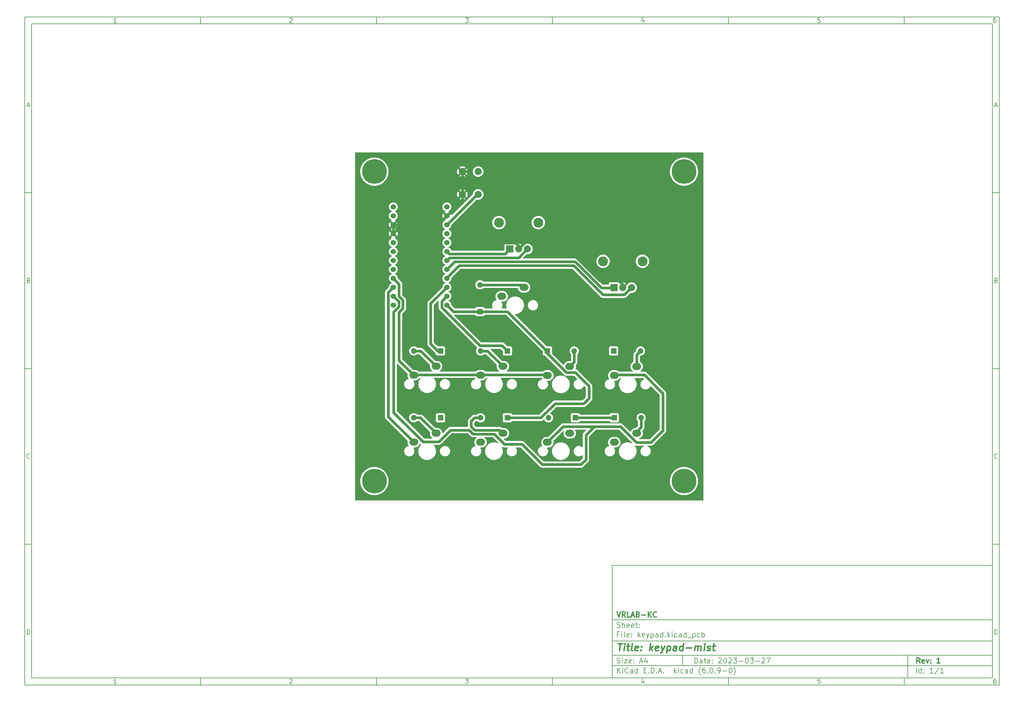
<source format=gbr>
G04 #@! TF.GenerationSoftware,KiCad,Pcbnew,(6.0.9-0)*
G04 #@! TF.CreationDate,2023-03-29T20:51:06+09:00*
G04 #@! TF.ProjectId,keypad,6b657970-6164-42e6-9b69-6361645f7063,1*
G04 #@! TF.SameCoordinates,Original*
G04 #@! TF.FileFunction,Copper,L1,Top*
G04 #@! TF.FilePolarity,Positive*
%FSLAX46Y46*%
G04 Gerber Fmt 4.6, Leading zero omitted, Abs format (unit mm)*
G04 Created by KiCad (PCBNEW (6.0.9-0)) date 2023-03-29 20:51:06*
%MOMM*%
%LPD*%
G01*
G04 APERTURE LIST*
%ADD10C,0.100000*%
%ADD11C,0.150000*%
%ADD12C,0.300000*%
%ADD13C,0.400000*%
G04 #@! TA.AperFunction,ComponentPad*
%ADD14O,2.500000X2.000000*%
G04 #@! TD*
G04 #@! TA.AperFunction,ComponentPad*
%ADD15R,1.600000X1.600000*%
G04 #@! TD*
G04 #@! TA.AperFunction,ComponentPad*
%ADD16O,1.600000X1.600000*%
G04 #@! TD*
G04 #@! TA.AperFunction,ConnectorPad*
%ADD17C,7.000000*%
G04 #@! TD*
G04 #@! TA.AperFunction,ComponentPad*
%ADD18C,3.900000*%
G04 #@! TD*
G04 #@! TA.AperFunction,ComponentPad*
%ADD19R,2.000000X2.000000*%
G04 #@! TD*
G04 #@! TA.AperFunction,ComponentPad*
%ADD20C,2.000000*%
G04 #@! TD*
G04 #@! TA.AperFunction,ComponentPad*
%ADD21C,2.800000*%
G04 #@! TD*
G04 #@! TA.AperFunction,ComponentPad*
%ADD22C,1.524000*%
G04 #@! TD*
G04 #@! TA.AperFunction,Conductor*
%ADD23C,0.800000*%
G04 #@! TD*
G04 APERTURE END LIST*
D10*
D11*
X177002200Y-166007200D02*
X177002200Y-198007200D01*
X285002200Y-198007200D01*
X285002200Y-166007200D01*
X177002200Y-166007200D01*
D10*
D11*
X10000000Y-10000000D02*
X10000000Y-200007200D01*
X287002200Y-200007200D01*
X287002200Y-10000000D01*
X10000000Y-10000000D01*
D10*
D11*
X12000000Y-12000000D02*
X12000000Y-198007200D01*
X285002200Y-198007200D01*
X285002200Y-12000000D01*
X12000000Y-12000000D01*
D10*
D11*
X60000000Y-12000000D02*
X60000000Y-10000000D01*
D10*
D11*
X110000000Y-12000000D02*
X110000000Y-10000000D01*
D10*
D11*
X160000000Y-12000000D02*
X160000000Y-10000000D01*
D10*
D11*
X210000000Y-12000000D02*
X210000000Y-10000000D01*
D10*
D11*
X260000000Y-12000000D02*
X260000000Y-10000000D01*
D10*
D11*
X36065476Y-11588095D02*
X35322619Y-11588095D01*
X35694047Y-11588095D02*
X35694047Y-10288095D01*
X35570238Y-10473809D01*
X35446428Y-10597619D01*
X35322619Y-10659523D01*
D10*
D11*
X85322619Y-10411904D02*
X85384523Y-10350000D01*
X85508333Y-10288095D01*
X85817857Y-10288095D01*
X85941666Y-10350000D01*
X86003571Y-10411904D01*
X86065476Y-10535714D01*
X86065476Y-10659523D01*
X86003571Y-10845238D01*
X85260714Y-11588095D01*
X86065476Y-11588095D01*
D10*
D11*
X135260714Y-10288095D02*
X136065476Y-10288095D01*
X135632142Y-10783333D01*
X135817857Y-10783333D01*
X135941666Y-10845238D01*
X136003571Y-10907142D01*
X136065476Y-11030952D01*
X136065476Y-11340476D01*
X136003571Y-11464285D01*
X135941666Y-11526190D01*
X135817857Y-11588095D01*
X135446428Y-11588095D01*
X135322619Y-11526190D01*
X135260714Y-11464285D01*
D10*
D11*
X185941666Y-10721428D02*
X185941666Y-11588095D01*
X185632142Y-10226190D02*
X185322619Y-11154761D01*
X186127380Y-11154761D01*
D10*
D11*
X236003571Y-10288095D02*
X235384523Y-10288095D01*
X235322619Y-10907142D01*
X235384523Y-10845238D01*
X235508333Y-10783333D01*
X235817857Y-10783333D01*
X235941666Y-10845238D01*
X236003571Y-10907142D01*
X236065476Y-11030952D01*
X236065476Y-11340476D01*
X236003571Y-11464285D01*
X235941666Y-11526190D01*
X235817857Y-11588095D01*
X235508333Y-11588095D01*
X235384523Y-11526190D01*
X235322619Y-11464285D01*
D10*
D11*
X285941666Y-10288095D02*
X285694047Y-10288095D01*
X285570238Y-10350000D01*
X285508333Y-10411904D01*
X285384523Y-10597619D01*
X285322619Y-10845238D01*
X285322619Y-11340476D01*
X285384523Y-11464285D01*
X285446428Y-11526190D01*
X285570238Y-11588095D01*
X285817857Y-11588095D01*
X285941666Y-11526190D01*
X286003571Y-11464285D01*
X286065476Y-11340476D01*
X286065476Y-11030952D01*
X286003571Y-10907142D01*
X285941666Y-10845238D01*
X285817857Y-10783333D01*
X285570238Y-10783333D01*
X285446428Y-10845238D01*
X285384523Y-10907142D01*
X285322619Y-11030952D01*
D10*
D11*
X60000000Y-198007200D02*
X60000000Y-200007200D01*
D10*
D11*
X110000000Y-198007200D02*
X110000000Y-200007200D01*
D10*
D11*
X160000000Y-198007200D02*
X160000000Y-200007200D01*
D10*
D11*
X210000000Y-198007200D02*
X210000000Y-200007200D01*
D10*
D11*
X260000000Y-198007200D02*
X260000000Y-200007200D01*
D10*
D11*
X36065476Y-199595295D02*
X35322619Y-199595295D01*
X35694047Y-199595295D02*
X35694047Y-198295295D01*
X35570238Y-198481009D01*
X35446428Y-198604819D01*
X35322619Y-198666723D01*
D10*
D11*
X85322619Y-198419104D02*
X85384523Y-198357200D01*
X85508333Y-198295295D01*
X85817857Y-198295295D01*
X85941666Y-198357200D01*
X86003571Y-198419104D01*
X86065476Y-198542914D01*
X86065476Y-198666723D01*
X86003571Y-198852438D01*
X85260714Y-199595295D01*
X86065476Y-199595295D01*
D10*
D11*
X135260714Y-198295295D02*
X136065476Y-198295295D01*
X135632142Y-198790533D01*
X135817857Y-198790533D01*
X135941666Y-198852438D01*
X136003571Y-198914342D01*
X136065476Y-199038152D01*
X136065476Y-199347676D01*
X136003571Y-199471485D01*
X135941666Y-199533390D01*
X135817857Y-199595295D01*
X135446428Y-199595295D01*
X135322619Y-199533390D01*
X135260714Y-199471485D01*
D10*
D11*
X185941666Y-198728628D02*
X185941666Y-199595295D01*
X185632142Y-198233390D02*
X185322619Y-199161961D01*
X186127380Y-199161961D01*
D10*
D11*
X236003571Y-198295295D02*
X235384523Y-198295295D01*
X235322619Y-198914342D01*
X235384523Y-198852438D01*
X235508333Y-198790533D01*
X235817857Y-198790533D01*
X235941666Y-198852438D01*
X236003571Y-198914342D01*
X236065476Y-199038152D01*
X236065476Y-199347676D01*
X236003571Y-199471485D01*
X235941666Y-199533390D01*
X235817857Y-199595295D01*
X235508333Y-199595295D01*
X235384523Y-199533390D01*
X235322619Y-199471485D01*
D10*
D11*
X285941666Y-198295295D02*
X285694047Y-198295295D01*
X285570238Y-198357200D01*
X285508333Y-198419104D01*
X285384523Y-198604819D01*
X285322619Y-198852438D01*
X285322619Y-199347676D01*
X285384523Y-199471485D01*
X285446428Y-199533390D01*
X285570238Y-199595295D01*
X285817857Y-199595295D01*
X285941666Y-199533390D01*
X286003571Y-199471485D01*
X286065476Y-199347676D01*
X286065476Y-199038152D01*
X286003571Y-198914342D01*
X285941666Y-198852438D01*
X285817857Y-198790533D01*
X285570238Y-198790533D01*
X285446428Y-198852438D01*
X285384523Y-198914342D01*
X285322619Y-199038152D01*
D10*
D11*
X10000000Y-60000000D02*
X12000000Y-60000000D01*
D10*
D11*
X10000000Y-110000000D02*
X12000000Y-110000000D01*
D10*
D11*
X10000000Y-160000000D02*
X12000000Y-160000000D01*
D10*
D11*
X10690476Y-35216666D02*
X11309523Y-35216666D01*
X10566666Y-35588095D02*
X11000000Y-34288095D01*
X11433333Y-35588095D01*
D10*
D11*
X11092857Y-84907142D02*
X11278571Y-84969047D01*
X11340476Y-85030952D01*
X11402380Y-85154761D01*
X11402380Y-85340476D01*
X11340476Y-85464285D01*
X11278571Y-85526190D01*
X11154761Y-85588095D01*
X10659523Y-85588095D01*
X10659523Y-84288095D01*
X11092857Y-84288095D01*
X11216666Y-84350000D01*
X11278571Y-84411904D01*
X11340476Y-84535714D01*
X11340476Y-84659523D01*
X11278571Y-84783333D01*
X11216666Y-84845238D01*
X11092857Y-84907142D01*
X10659523Y-84907142D01*
D10*
D11*
X11402380Y-135464285D02*
X11340476Y-135526190D01*
X11154761Y-135588095D01*
X11030952Y-135588095D01*
X10845238Y-135526190D01*
X10721428Y-135402380D01*
X10659523Y-135278571D01*
X10597619Y-135030952D01*
X10597619Y-134845238D01*
X10659523Y-134597619D01*
X10721428Y-134473809D01*
X10845238Y-134350000D01*
X11030952Y-134288095D01*
X11154761Y-134288095D01*
X11340476Y-134350000D01*
X11402380Y-134411904D01*
D10*
D11*
X10659523Y-185588095D02*
X10659523Y-184288095D01*
X10969047Y-184288095D01*
X11154761Y-184350000D01*
X11278571Y-184473809D01*
X11340476Y-184597619D01*
X11402380Y-184845238D01*
X11402380Y-185030952D01*
X11340476Y-185278571D01*
X11278571Y-185402380D01*
X11154761Y-185526190D01*
X10969047Y-185588095D01*
X10659523Y-185588095D01*
D10*
D11*
X287002200Y-60000000D02*
X285002200Y-60000000D01*
D10*
D11*
X287002200Y-110000000D02*
X285002200Y-110000000D01*
D10*
D11*
X287002200Y-160000000D02*
X285002200Y-160000000D01*
D10*
D11*
X285692676Y-35216666D02*
X286311723Y-35216666D01*
X285568866Y-35588095D02*
X286002200Y-34288095D01*
X286435533Y-35588095D01*
D10*
D11*
X286095057Y-84907142D02*
X286280771Y-84969047D01*
X286342676Y-85030952D01*
X286404580Y-85154761D01*
X286404580Y-85340476D01*
X286342676Y-85464285D01*
X286280771Y-85526190D01*
X286156961Y-85588095D01*
X285661723Y-85588095D01*
X285661723Y-84288095D01*
X286095057Y-84288095D01*
X286218866Y-84350000D01*
X286280771Y-84411904D01*
X286342676Y-84535714D01*
X286342676Y-84659523D01*
X286280771Y-84783333D01*
X286218866Y-84845238D01*
X286095057Y-84907142D01*
X285661723Y-84907142D01*
D10*
D11*
X286404580Y-135464285D02*
X286342676Y-135526190D01*
X286156961Y-135588095D01*
X286033152Y-135588095D01*
X285847438Y-135526190D01*
X285723628Y-135402380D01*
X285661723Y-135278571D01*
X285599819Y-135030952D01*
X285599819Y-134845238D01*
X285661723Y-134597619D01*
X285723628Y-134473809D01*
X285847438Y-134350000D01*
X286033152Y-134288095D01*
X286156961Y-134288095D01*
X286342676Y-134350000D01*
X286404580Y-134411904D01*
D10*
D11*
X285661723Y-185588095D02*
X285661723Y-184288095D01*
X285971247Y-184288095D01*
X286156961Y-184350000D01*
X286280771Y-184473809D01*
X286342676Y-184597619D01*
X286404580Y-184845238D01*
X286404580Y-185030952D01*
X286342676Y-185278571D01*
X286280771Y-185402380D01*
X286156961Y-185526190D01*
X285971247Y-185588095D01*
X285661723Y-185588095D01*
D10*
D11*
X200434342Y-193785771D02*
X200434342Y-192285771D01*
X200791485Y-192285771D01*
X201005771Y-192357200D01*
X201148628Y-192500057D01*
X201220057Y-192642914D01*
X201291485Y-192928628D01*
X201291485Y-193142914D01*
X201220057Y-193428628D01*
X201148628Y-193571485D01*
X201005771Y-193714342D01*
X200791485Y-193785771D01*
X200434342Y-193785771D01*
X202577200Y-193785771D02*
X202577200Y-193000057D01*
X202505771Y-192857200D01*
X202362914Y-192785771D01*
X202077200Y-192785771D01*
X201934342Y-192857200D01*
X202577200Y-193714342D02*
X202434342Y-193785771D01*
X202077200Y-193785771D01*
X201934342Y-193714342D01*
X201862914Y-193571485D01*
X201862914Y-193428628D01*
X201934342Y-193285771D01*
X202077200Y-193214342D01*
X202434342Y-193214342D01*
X202577200Y-193142914D01*
X203077200Y-192785771D02*
X203648628Y-192785771D01*
X203291485Y-192285771D02*
X203291485Y-193571485D01*
X203362914Y-193714342D01*
X203505771Y-193785771D01*
X203648628Y-193785771D01*
X204720057Y-193714342D02*
X204577200Y-193785771D01*
X204291485Y-193785771D01*
X204148628Y-193714342D01*
X204077200Y-193571485D01*
X204077200Y-193000057D01*
X204148628Y-192857200D01*
X204291485Y-192785771D01*
X204577200Y-192785771D01*
X204720057Y-192857200D01*
X204791485Y-193000057D01*
X204791485Y-193142914D01*
X204077200Y-193285771D01*
X205434342Y-193642914D02*
X205505771Y-193714342D01*
X205434342Y-193785771D01*
X205362914Y-193714342D01*
X205434342Y-193642914D01*
X205434342Y-193785771D01*
X205434342Y-192857200D02*
X205505771Y-192928628D01*
X205434342Y-193000057D01*
X205362914Y-192928628D01*
X205434342Y-192857200D01*
X205434342Y-193000057D01*
X207220057Y-192428628D02*
X207291485Y-192357200D01*
X207434342Y-192285771D01*
X207791485Y-192285771D01*
X207934342Y-192357200D01*
X208005771Y-192428628D01*
X208077200Y-192571485D01*
X208077200Y-192714342D01*
X208005771Y-192928628D01*
X207148628Y-193785771D01*
X208077200Y-193785771D01*
X209005771Y-192285771D02*
X209148628Y-192285771D01*
X209291485Y-192357200D01*
X209362914Y-192428628D01*
X209434342Y-192571485D01*
X209505771Y-192857200D01*
X209505771Y-193214342D01*
X209434342Y-193500057D01*
X209362914Y-193642914D01*
X209291485Y-193714342D01*
X209148628Y-193785771D01*
X209005771Y-193785771D01*
X208862914Y-193714342D01*
X208791485Y-193642914D01*
X208720057Y-193500057D01*
X208648628Y-193214342D01*
X208648628Y-192857200D01*
X208720057Y-192571485D01*
X208791485Y-192428628D01*
X208862914Y-192357200D01*
X209005771Y-192285771D01*
X210077200Y-192428628D02*
X210148628Y-192357200D01*
X210291485Y-192285771D01*
X210648628Y-192285771D01*
X210791485Y-192357200D01*
X210862914Y-192428628D01*
X210934342Y-192571485D01*
X210934342Y-192714342D01*
X210862914Y-192928628D01*
X210005771Y-193785771D01*
X210934342Y-193785771D01*
X211434342Y-192285771D02*
X212362914Y-192285771D01*
X211862914Y-192857200D01*
X212077200Y-192857200D01*
X212220057Y-192928628D01*
X212291485Y-193000057D01*
X212362914Y-193142914D01*
X212362914Y-193500057D01*
X212291485Y-193642914D01*
X212220057Y-193714342D01*
X212077200Y-193785771D01*
X211648628Y-193785771D01*
X211505771Y-193714342D01*
X211434342Y-193642914D01*
X213005771Y-193214342D02*
X214148628Y-193214342D01*
X215148628Y-192285771D02*
X215291485Y-192285771D01*
X215434342Y-192357200D01*
X215505771Y-192428628D01*
X215577200Y-192571485D01*
X215648628Y-192857200D01*
X215648628Y-193214342D01*
X215577200Y-193500057D01*
X215505771Y-193642914D01*
X215434342Y-193714342D01*
X215291485Y-193785771D01*
X215148628Y-193785771D01*
X215005771Y-193714342D01*
X214934342Y-193642914D01*
X214862914Y-193500057D01*
X214791485Y-193214342D01*
X214791485Y-192857200D01*
X214862914Y-192571485D01*
X214934342Y-192428628D01*
X215005771Y-192357200D01*
X215148628Y-192285771D01*
X216148628Y-192285771D02*
X217077200Y-192285771D01*
X216577200Y-192857200D01*
X216791485Y-192857200D01*
X216934342Y-192928628D01*
X217005771Y-193000057D01*
X217077200Y-193142914D01*
X217077200Y-193500057D01*
X217005771Y-193642914D01*
X216934342Y-193714342D01*
X216791485Y-193785771D01*
X216362914Y-193785771D01*
X216220057Y-193714342D01*
X216148628Y-193642914D01*
X217720057Y-193214342D02*
X218862914Y-193214342D01*
X219505771Y-192428628D02*
X219577200Y-192357200D01*
X219720057Y-192285771D01*
X220077200Y-192285771D01*
X220220057Y-192357200D01*
X220291485Y-192428628D01*
X220362914Y-192571485D01*
X220362914Y-192714342D01*
X220291485Y-192928628D01*
X219434342Y-193785771D01*
X220362914Y-193785771D01*
X220862914Y-192285771D02*
X221862914Y-192285771D01*
X221220057Y-193785771D01*
D10*
D11*
X177002200Y-194507200D02*
X285002200Y-194507200D01*
D10*
D11*
X178434342Y-196585771D02*
X178434342Y-195085771D01*
X179291485Y-196585771D02*
X178648628Y-195728628D01*
X179291485Y-195085771D02*
X178434342Y-195942914D01*
X179934342Y-196585771D02*
X179934342Y-195585771D01*
X179934342Y-195085771D02*
X179862914Y-195157200D01*
X179934342Y-195228628D01*
X180005771Y-195157200D01*
X179934342Y-195085771D01*
X179934342Y-195228628D01*
X181505771Y-196442914D02*
X181434342Y-196514342D01*
X181220057Y-196585771D01*
X181077200Y-196585771D01*
X180862914Y-196514342D01*
X180720057Y-196371485D01*
X180648628Y-196228628D01*
X180577200Y-195942914D01*
X180577200Y-195728628D01*
X180648628Y-195442914D01*
X180720057Y-195300057D01*
X180862914Y-195157200D01*
X181077200Y-195085771D01*
X181220057Y-195085771D01*
X181434342Y-195157200D01*
X181505771Y-195228628D01*
X182791485Y-196585771D02*
X182791485Y-195800057D01*
X182720057Y-195657200D01*
X182577200Y-195585771D01*
X182291485Y-195585771D01*
X182148628Y-195657200D01*
X182791485Y-196514342D02*
X182648628Y-196585771D01*
X182291485Y-196585771D01*
X182148628Y-196514342D01*
X182077200Y-196371485D01*
X182077200Y-196228628D01*
X182148628Y-196085771D01*
X182291485Y-196014342D01*
X182648628Y-196014342D01*
X182791485Y-195942914D01*
X184148628Y-196585771D02*
X184148628Y-195085771D01*
X184148628Y-196514342D02*
X184005771Y-196585771D01*
X183720057Y-196585771D01*
X183577200Y-196514342D01*
X183505771Y-196442914D01*
X183434342Y-196300057D01*
X183434342Y-195871485D01*
X183505771Y-195728628D01*
X183577200Y-195657200D01*
X183720057Y-195585771D01*
X184005771Y-195585771D01*
X184148628Y-195657200D01*
X186005771Y-195800057D02*
X186505771Y-195800057D01*
X186720057Y-196585771D02*
X186005771Y-196585771D01*
X186005771Y-195085771D01*
X186720057Y-195085771D01*
X187362914Y-196442914D02*
X187434342Y-196514342D01*
X187362914Y-196585771D01*
X187291485Y-196514342D01*
X187362914Y-196442914D01*
X187362914Y-196585771D01*
X188077200Y-196585771D02*
X188077200Y-195085771D01*
X188434342Y-195085771D01*
X188648628Y-195157200D01*
X188791485Y-195300057D01*
X188862914Y-195442914D01*
X188934342Y-195728628D01*
X188934342Y-195942914D01*
X188862914Y-196228628D01*
X188791485Y-196371485D01*
X188648628Y-196514342D01*
X188434342Y-196585771D01*
X188077200Y-196585771D01*
X189577200Y-196442914D02*
X189648628Y-196514342D01*
X189577200Y-196585771D01*
X189505771Y-196514342D01*
X189577200Y-196442914D01*
X189577200Y-196585771D01*
X190220057Y-196157200D02*
X190934342Y-196157200D01*
X190077200Y-196585771D02*
X190577200Y-195085771D01*
X191077200Y-196585771D01*
X191577200Y-196442914D02*
X191648628Y-196514342D01*
X191577200Y-196585771D01*
X191505771Y-196514342D01*
X191577200Y-196442914D01*
X191577200Y-196585771D01*
X194577200Y-196585771D02*
X194577200Y-195085771D01*
X194720057Y-196014342D02*
X195148628Y-196585771D01*
X195148628Y-195585771D02*
X194577200Y-196157200D01*
X195791485Y-196585771D02*
X195791485Y-195585771D01*
X195791485Y-195085771D02*
X195720057Y-195157200D01*
X195791485Y-195228628D01*
X195862914Y-195157200D01*
X195791485Y-195085771D01*
X195791485Y-195228628D01*
X197148628Y-196514342D02*
X197005771Y-196585771D01*
X196720057Y-196585771D01*
X196577200Y-196514342D01*
X196505771Y-196442914D01*
X196434342Y-196300057D01*
X196434342Y-195871485D01*
X196505771Y-195728628D01*
X196577200Y-195657200D01*
X196720057Y-195585771D01*
X197005771Y-195585771D01*
X197148628Y-195657200D01*
X198434342Y-196585771D02*
X198434342Y-195800057D01*
X198362914Y-195657200D01*
X198220057Y-195585771D01*
X197934342Y-195585771D01*
X197791485Y-195657200D01*
X198434342Y-196514342D02*
X198291485Y-196585771D01*
X197934342Y-196585771D01*
X197791485Y-196514342D01*
X197720057Y-196371485D01*
X197720057Y-196228628D01*
X197791485Y-196085771D01*
X197934342Y-196014342D01*
X198291485Y-196014342D01*
X198434342Y-195942914D01*
X199791485Y-196585771D02*
X199791485Y-195085771D01*
X199791485Y-196514342D02*
X199648628Y-196585771D01*
X199362914Y-196585771D01*
X199220057Y-196514342D01*
X199148628Y-196442914D01*
X199077200Y-196300057D01*
X199077200Y-195871485D01*
X199148628Y-195728628D01*
X199220057Y-195657200D01*
X199362914Y-195585771D01*
X199648628Y-195585771D01*
X199791485Y-195657200D01*
X202077200Y-197157200D02*
X202005771Y-197085771D01*
X201862914Y-196871485D01*
X201791485Y-196728628D01*
X201720057Y-196514342D01*
X201648628Y-196157200D01*
X201648628Y-195871485D01*
X201720057Y-195514342D01*
X201791485Y-195300057D01*
X201862914Y-195157200D01*
X202005771Y-194942914D01*
X202077200Y-194871485D01*
X203291485Y-195085771D02*
X203005771Y-195085771D01*
X202862914Y-195157200D01*
X202791485Y-195228628D01*
X202648628Y-195442914D01*
X202577200Y-195728628D01*
X202577200Y-196300057D01*
X202648628Y-196442914D01*
X202720057Y-196514342D01*
X202862914Y-196585771D01*
X203148628Y-196585771D01*
X203291485Y-196514342D01*
X203362914Y-196442914D01*
X203434342Y-196300057D01*
X203434342Y-195942914D01*
X203362914Y-195800057D01*
X203291485Y-195728628D01*
X203148628Y-195657200D01*
X202862914Y-195657200D01*
X202720057Y-195728628D01*
X202648628Y-195800057D01*
X202577200Y-195942914D01*
X204077200Y-196442914D02*
X204148628Y-196514342D01*
X204077200Y-196585771D01*
X204005771Y-196514342D01*
X204077200Y-196442914D01*
X204077200Y-196585771D01*
X205077200Y-195085771D02*
X205220057Y-195085771D01*
X205362914Y-195157200D01*
X205434342Y-195228628D01*
X205505771Y-195371485D01*
X205577200Y-195657200D01*
X205577200Y-196014342D01*
X205505771Y-196300057D01*
X205434342Y-196442914D01*
X205362914Y-196514342D01*
X205220057Y-196585771D01*
X205077200Y-196585771D01*
X204934342Y-196514342D01*
X204862914Y-196442914D01*
X204791485Y-196300057D01*
X204720057Y-196014342D01*
X204720057Y-195657200D01*
X204791485Y-195371485D01*
X204862914Y-195228628D01*
X204934342Y-195157200D01*
X205077200Y-195085771D01*
X206220057Y-196442914D02*
X206291485Y-196514342D01*
X206220057Y-196585771D01*
X206148628Y-196514342D01*
X206220057Y-196442914D01*
X206220057Y-196585771D01*
X207005771Y-196585771D02*
X207291485Y-196585771D01*
X207434342Y-196514342D01*
X207505771Y-196442914D01*
X207648628Y-196228628D01*
X207720057Y-195942914D01*
X207720057Y-195371485D01*
X207648628Y-195228628D01*
X207577200Y-195157200D01*
X207434342Y-195085771D01*
X207148628Y-195085771D01*
X207005771Y-195157200D01*
X206934342Y-195228628D01*
X206862914Y-195371485D01*
X206862914Y-195728628D01*
X206934342Y-195871485D01*
X207005771Y-195942914D01*
X207148628Y-196014342D01*
X207434342Y-196014342D01*
X207577200Y-195942914D01*
X207648628Y-195871485D01*
X207720057Y-195728628D01*
X208362914Y-196014342D02*
X209505771Y-196014342D01*
X210505771Y-195085771D02*
X210648628Y-195085771D01*
X210791485Y-195157200D01*
X210862914Y-195228628D01*
X210934342Y-195371485D01*
X211005771Y-195657200D01*
X211005771Y-196014342D01*
X210934342Y-196300057D01*
X210862914Y-196442914D01*
X210791485Y-196514342D01*
X210648628Y-196585771D01*
X210505771Y-196585771D01*
X210362914Y-196514342D01*
X210291485Y-196442914D01*
X210220057Y-196300057D01*
X210148628Y-196014342D01*
X210148628Y-195657200D01*
X210220057Y-195371485D01*
X210291485Y-195228628D01*
X210362914Y-195157200D01*
X210505771Y-195085771D01*
X211505771Y-197157200D02*
X211577200Y-197085771D01*
X211720057Y-196871485D01*
X211791485Y-196728628D01*
X211862914Y-196514342D01*
X211934342Y-196157200D01*
X211934342Y-195871485D01*
X211862914Y-195514342D01*
X211791485Y-195300057D01*
X211720057Y-195157200D01*
X211577200Y-194942914D01*
X211505771Y-194871485D01*
D10*
D11*
X177002200Y-191507200D02*
X285002200Y-191507200D01*
D10*
D12*
X264411485Y-193785771D02*
X263911485Y-193071485D01*
X263554342Y-193785771D02*
X263554342Y-192285771D01*
X264125771Y-192285771D01*
X264268628Y-192357200D01*
X264340057Y-192428628D01*
X264411485Y-192571485D01*
X264411485Y-192785771D01*
X264340057Y-192928628D01*
X264268628Y-193000057D01*
X264125771Y-193071485D01*
X263554342Y-193071485D01*
X265625771Y-193714342D02*
X265482914Y-193785771D01*
X265197200Y-193785771D01*
X265054342Y-193714342D01*
X264982914Y-193571485D01*
X264982914Y-193000057D01*
X265054342Y-192857200D01*
X265197200Y-192785771D01*
X265482914Y-192785771D01*
X265625771Y-192857200D01*
X265697200Y-193000057D01*
X265697200Y-193142914D01*
X264982914Y-193285771D01*
X266197200Y-192785771D02*
X266554342Y-193785771D01*
X266911485Y-192785771D01*
X267482914Y-193642914D02*
X267554342Y-193714342D01*
X267482914Y-193785771D01*
X267411485Y-193714342D01*
X267482914Y-193642914D01*
X267482914Y-193785771D01*
X267482914Y-192857200D02*
X267554342Y-192928628D01*
X267482914Y-193000057D01*
X267411485Y-192928628D01*
X267482914Y-192857200D01*
X267482914Y-193000057D01*
X270125771Y-193785771D02*
X269268628Y-193785771D01*
X269697200Y-193785771D02*
X269697200Y-192285771D01*
X269554342Y-192500057D01*
X269411485Y-192642914D01*
X269268628Y-192714342D01*
D10*
D11*
X178362914Y-193714342D02*
X178577200Y-193785771D01*
X178934342Y-193785771D01*
X179077200Y-193714342D01*
X179148628Y-193642914D01*
X179220057Y-193500057D01*
X179220057Y-193357200D01*
X179148628Y-193214342D01*
X179077200Y-193142914D01*
X178934342Y-193071485D01*
X178648628Y-193000057D01*
X178505771Y-192928628D01*
X178434342Y-192857200D01*
X178362914Y-192714342D01*
X178362914Y-192571485D01*
X178434342Y-192428628D01*
X178505771Y-192357200D01*
X178648628Y-192285771D01*
X179005771Y-192285771D01*
X179220057Y-192357200D01*
X179862914Y-193785771D02*
X179862914Y-192785771D01*
X179862914Y-192285771D02*
X179791485Y-192357200D01*
X179862914Y-192428628D01*
X179934342Y-192357200D01*
X179862914Y-192285771D01*
X179862914Y-192428628D01*
X180434342Y-192785771D02*
X181220057Y-192785771D01*
X180434342Y-193785771D01*
X181220057Y-193785771D01*
X182362914Y-193714342D02*
X182220057Y-193785771D01*
X181934342Y-193785771D01*
X181791485Y-193714342D01*
X181720057Y-193571485D01*
X181720057Y-193000057D01*
X181791485Y-192857200D01*
X181934342Y-192785771D01*
X182220057Y-192785771D01*
X182362914Y-192857200D01*
X182434342Y-193000057D01*
X182434342Y-193142914D01*
X181720057Y-193285771D01*
X183077200Y-193642914D02*
X183148628Y-193714342D01*
X183077200Y-193785771D01*
X183005771Y-193714342D01*
X183077200Y-193642914D01*
X183077200Y-193785771D01*
X183077200Y-192857200D02*
X183148628Y-192928628D01*
X183077200Y-193000057D01*
X183005771Y-192928628D01*
X183077200Y-192857200D01*
X183077200Y-193000057D01*
X184862914Y-193357200D02*
X185577200Y-193357200D01*
X184720057Y-193785771D02*
X185220057Y-192285771D01*
X185720057Y-193785771D01*
X186862914Y-192785771D02*
X186862914Y-193785771D01*
X186505771Y-192214342D02*
X186148628Y-193285771D01*
X187077200Y-193285771D01*
D10*
D11*
X263434342Y-196585771D02*
X263434342Y-195085771D01*
X264791485Y-196585771D02*
X264791485Y-195085771D01*
X264791485Y-196514342D02*
X264648628Y-196585771D01*
X264362914Y-196585771D01*
X264220057Y-196514342D01*
X264148628Y-196442914D01*
X264077200Y-196300057D01*
X264077200Y-195871485D01*
X264148628Y-195728628D01*
X264220057Y-195657200D01*
X264362914Y-195585771D01*
X264648628Y-195585771D01*
X264791485Y-195657200D01*
X265505771Y-196442914D02*
X265577200Y-196514342D01*
X265505771Y-196585771D01*
X265434342Y-196514342D01*
X265505771Y-196442914D01*
X265505771Y-196585771D01*
X265505771Y-195657200D02*
X265577200Y-195728628D01*
X265505771Y-195800057D01*
X265434342Y-195728628D01*
X265505771Y-195657200D01*
X265505771Y-195800057D01*
X268148628Y-196585771D02*
X267291485Y-196585771D01*
X267720057Y-196585771D02*
X267720057Y-195085771D01*
X267577200Y-195300057D01*
X267434342Y-195442914D01*
X267291485Y-195514342D01*
X269862914Y-195014342D02*
X268577200Y-196942914D01*
X271148628Y-196585771D02*
X270291485Y-196585771D01*
X270720057Y-196585771D02*
X270720057Y-195085771D01*
X270577200Y-195300057D01*
X270434342Y-195442914D01*
X270291485Y-195514342D01*
D10*
D11*
X177002200Y-187507200D02*
X285002200Y-187507200D01*
D10*
D13*
X178714580Y-188211961D02*
X179857438Y-188211961D01*
X179036009Y-190211961D02*
X179286009Y-188211961D01*
X180274104Y-190211961D02*
X180440771Y-188878628D01*
X180524104Y-188211961D02*
X180416961Y-188307200D01*
X180500295Y-188402438D01*
X180607438Y-188307200D01*
X180524104Y-188211961D01*
X180500295Y-188402438D01*
X181107438Y-188878628D02*
X181869342Y-188878628D01*
X181476485Y-188211961D02*
X181262200Y-189926247D01*
X181333628Y-190116723D01*
X181512200Y-190211961D01*
X181702676Y-190211961D01*
X182655057Y-190211961D02*
X182476485Y-190116723D01*
X182405057Y-189926247D01*
X182619342Y-188211961D01*
X184190771Y-190116723D02*
X183988390Y-190211961D01*
X183607438Y-190211961D01*
X183428866Y-190116723D01*
X183357438Y-189926247D01*
X183452676Y-189164342D01*
X183571723Y-188973866D01*
X183774104Y-188878628D01*
X184155057Y-188878628D01*
X184333628Y-188973866D01*
X184405057Y-189164342D01*
X184381247Y-189354819D01*
X183405057Y-189545295D01*
X185155057Y-190021485D02*
X185238390Y-190116723D01*
X185131247Y-190211961D01*
X185047914Y-190116723D01*
X185155057Y-190021485D01*
X185131247Y-190211961D01*
X185286009Y-188973866D02*
X185369342Y-189069104D01*
X185262200Y-189164342D01*
X185178866Y-189069104D01*
X185286009Y-188973866D01*
X185262200Y-189164342D01*
X187607438Y-190211961D02*
X187857438Y-188211961D01*
X187893152Y-189450057D02*
X188369342Y-190211961D01*
X188536009Y-188878628D02*
X187678866Y-189640533D01*
X190000295Y-190116723D02*
X189797914Y-190211961D01*
X189416961Y-190211961D01*
X189238390Y-190116723D01*
X189166961Y-189926247D01*
X189262200Y-189164342D01*
X189381247Y-188973866D01*
X189583628Y-188878628D01*
X189964580Y-188878628D01*
X190143152Y-188973866D01*
X190214580Y-189164342D01*
X190190771Y-189354819D01*
X189214580Y-189545295D01*
X190916961Y-188878628D02*
X191226485Y-190211961D01*
X191869342Y-188878628D02*
X191226485Y-190211961D01*
X190976485Y-190688152D01*
X190869342Y-190783390D01*
X190666961Y-190878628D01*
X192631247Y-188878628D02*
X192381247Y-190878628D01*
X192619342Y-188973866D02*
X192821723Y-188878628D01*
X193202676Y-188878628D01*
X193381247Y-188973866D01*
X193464580Y-189069104D01*
X193536009Y-189259580D01*
X193464580Y-189831009D01*
X193345533Y-190021485D01*
X193238390Y-190116723D01*
X193036009Y-190211961D01*
X192655057Y-190211961D01*
X192476485Y-190116723D01*
X195131247Y-190211961D02*
X195262200Y-189164342D01*
X195190771Y-188973866D01*
X195012200Y-188878628D01*
X194631247Y-188878628D01*
X194428866Y-188973866D01*
X195143152Y-190116723D02*
X194940771Y-190211961D01*
X194464580Y-190211961D01*
X194286009Y-190116723D01*
X194214580Y-189926247D01*
X194238390Y-189735771D01*
X194357438Y-189545295D01*
X194559819Y-189450057D01*
X195036009Y-189450057D01*
X195238390Y-189354819D01*
X196940771Y-190211961D02*
X197190771Y-188211961D01*
X196952676Y-190116723D02*
X196750295Y-190211961D01*
X196369342Y-190211961D01*
X196190771Y-190116723D01*
X196107438Y-190021485D01*
X196036009Y-189831009D01*
X196107438Y-189259580D01*
X196226485Y-189069104D01*
X196333628Y-188973866D01*
X196536009Y-188878628D01*
X196916961Y-188878628D01*
X197095533Y-188973866D01*
X197988390Y-189450057D02*
X199512200Y-189450057D01*
X200369342Y-190211961D02*
X200536009Y-188878628D01*
X200512200Y-189069104D02*
X200619342Y-188973866D01*
X200821723Y-188878628D01*
X201107438Y-188878628D01*
X201286009Y-188973866D01*
X201357438Y-189164342D01*
X201226485Y-190211961D01*
X201357438Y-189164342D02*
X201476485Y-188973866D01*
X201678866Y-188878628D01*
X201964580Y-188878628D01*
X202143152Y-188973866D01*
X202214580Y-189164342D01*
X202083628Y-190211961D01*
X203036009Y-190211961D02*
X203202676Y-188878628D01*
X203286009Y-188211961D02*
X203178866Y-188307200D01*
X203262200Y-188402438D01*
X203369342Y-188307200D01*
X203286009Y-188211961D01*
X203262200Y-188402438D01*
X203905057Y-190116723D02*
X204083628Y-190211961D01*
X204464580Y-190211961D01*
X204666961Y-190116723D01*
X204786009Y-189926247D01*
X204797914Y-189831009D01*
X204726485Y-189640533D01*
X204547914Y-189545295D01*
X204262200Y-189545295D01*
X204083628Y-189450057D01*
X204012200Y-189259580D01*
X204024104Y-189164342D01*
X204143152Y-188973866D01*
X204345533Y-188878628D01*
X204631247Y-188878628D01*
X204809819Y-188973866D01*
X205488390Y-188878628D02*
X206250295Y-188878628D01*
X205857438Y-188211961D02*
X205643152Y-189926247D01*
X205714580Y-190116723D01*
X205893152Y-190211961D01*
X206083628Y-190211961D01*
D10*
D11*
X178934342Y-185600057D02*
X178434342Y-185600057D01*
X178434342Y-186385771D02*
X178434342Y-184885771D01*
X179148628Y-184885771D01*
X179720057Y-186385771D02*
X179720057Y-185385771D01*
X179720057Y-184885771D02*
X179648628Y-184957200D01*
X179720057Y-185028628D01*
X179791485Y-184957200D01*
X179720057Y-184885771D01*
X179720057Y-185028628D01*
X180648628Y-186385771D02*
X180505771Y-186314342D01*
X180434342Y-186171485D01*
X180434342Y-184885771D01*
X181791485Y-186314342D02*
X181648628Y-186385771D01*
X181362914Y-186385771D01*
X181220057Y-186314342D01*
X181148628Y-186171485D01*
X181148628Y-185600057D01*
X181220057Y-185457200D01*
X181362914Y-185385771D01*
X181648628Y-185385771D01*
X181791485Y-185457200D01*
X181862914Y-185600057D01*
X181862914Y-185742914D01*
X181148628Y-185885771D01*
X182505771Y-186242914D02*
X182577200Y-186314342D01*
X182505771Y-186385771D01*
X182434342Y-186314342D01*
X182505771Y-186242914D01*
X182505771Y-186385771D01*
X182505771Y-185457200D02*
X182577200Y-185528628D01*
X182505771Y-185600057D01*
X182434342Y-185528628D01*
X182505771Y-185457200D01*
X182505771Y-185600057D01*
X184362914Y-186385771D02*
X184362914Y-184885771D01*
X184505771Y-185814342D02*
X184934342Y-186385771D01*
X184934342Y-185385771D02*
X184362914Y-185957200D01*
X186148628Y-186314342D02*
X186005771Y-186385771D01*
X185720057Y-186385771D01*
X185577200Y-186314342D01*
X185505771Y-186171485D01*
X185505771Y-185600057D01*
X185577200Y-185457200D01*
X185720057Y-185385771D01*
X186005771Y-185385771D01*
X186148628Y-185457200D01*
X186220057Y-185600057D01*
X186220057Y-185742914D01*
X185505771Y-185885771D01*
X186720057Y-185385771D02*
X187077200Y-186385771D01*
X187434342Y-185385771D02*
X187077200Y-186385771D01*
X186934342Y-186742914D01*
X186862914Y-186814342D01*
X186720057Y-186885771D01*
X188005771Y-185385771D02*
X188005771Y-186885771D01*
X188005771Y-185457200D02*
X188148628Y-185385771D01*
X188434342Y-185385771D01*
X188577200Y-185457200D01*
X188648628Y-185528628D01*
X188720057Y-185671485D01*
X188720057Y-186100057D01*
X188648628Y-186242914D01*
X188577200Y-186314342D01*
X188434342Y-186385771D01*
X188148628Y-186385771D01*
X188005771Y-186314342D01*
X190005771Y-186385771D02*
X190005771Y-185600057D01*
X189934342Y-185457200D01*
X189791485Y-185385771D01*
X189505771Y-185385771D01*
X189362914Y-185457200D01*
X190005771Y-186314342D02*
X189862914Y-186385771D01*
X189505771Y-186385771D01*
X189362914Y-186314342D01*
X189291485Y-186171485D01*
X189291485Y-186028628D01*
X189362914Y-185885771D01*
X189505771Y-185814342D01*
X189862914Y-185814342D01*
X190005771Y-185742914D01*
X191362914Y-186385771D02*
X191362914Y-184885771D01*
X191362914Y-186314342D02*
X191220057Y-186385771D01*
X190934342Y-186385771D01*
X190791485Y-186314342D01*
X190720057Y-186242914D01*
X190648628Y-186100057D01*
X190648628Y-185671485D01*
X190720057Y-185528628D01*
X190791485Y-185457200D01*
X190934342Y-185385771D01*
X191220057Y-185385771D01*
X191362914Y-185457200D01*
X192077200Y-186242914D02*
X192148628Y-186314342D01*
X192077200Y-186385771D01*
X192005771Y-186314342D01*
X192077200Y-186242914D01*
X192077200Y-186385771D01*
X192791485Y-186385771D02*
X192791485Y-184885771D01*
X192934342Y-185814342D02*
X193362914Y-186385771D01*
X193362914Y-185385771D02*
X192791485Y-185957200D01*
X194005771Y-186385771D02*
X194005771Y-185385771D01*
X194005771Y-184885771D02*
X193934342Y-184957200D01*
X194005771Y-185028628D01*
X194077200Y-184957200D01*
X194005771Y-184885771D01*
X194005771Y-185028628D01*
X195362914Y-186314342D02*
X195220057Y-186385771D01*
X194934342Y-186385771D01*
X194791485Y-186314342D01*
X194720057Y-186242914D01*
X194648628Y-186100057D01*
X194648628Y-185671485D01*
X194720057Y-185528628D01*
X194791485Y-185457200D01*
X194934342Y-185385771D01*
X195220057Y-185385771D01*
X195362914Y-185457200D01*
X196648628Y-186385771D02*
X196648628Y-185600057D01*
X196577200Y-185457200D01*
X196434342Y-185385771D01*
X196148628Y-185385771D01*
X196005771Y-185457200D01*
X196648628Y-186314342D02*
X196505771Y-186385771D01*
X196148628Y-186385771D01*
X196005771Y-186314342D01*
X195934342Y-186171485D01*
X195934342Y-186028628D01*
X196005771Y-185885771D01*
X196148628Y-185814342D01*
X196505771Y-185814342D01*
X196648628Y-185742914D01*
X198005771Y-186385771D02*
X198005771Y-184885771D01*
X198005771Y-186314342D02*
X197862914Y-186385771D01*
X197577200Y-186385771D01*
X197434342Y-186314342D01*
X197362914Y-186242914D01*
X197291485Y-186100057D01*
X197291485Y-185671485D01*
X197362914Y-185528628D01*
X197434342Y-185457200D01*
X197577200Y-185385771D01*
X197862914Y-185385771D01*
X198005771Y-185457200D01*
X198362914Y-186528628D02*
X199505771Y-186528628D01*
X199862914Y-185385771D02*
X199862914Y-186885771D01*
X199862914Y-185457200D02*
X200005771Y-185385771D01*
X200291485Y-185385771D01*
X200434342Y-185457200D01*
X200505771Y-185528628D01*
X200577200Y-185671485D01*
X200577200Y-186100057D01*
X200505771Y-186242914D01*
X200434342Y-186314342D01*
X200291485Y-186385771D01*
X200005771Y-186385771D01*
X199862914Y-186314342D01*
X201862914Y-186314342D02*
X201720057Y-186385771D01*
X201434342Y-186385771D01*
X201291485Y-186314342D01*
X201220057Y-186242914D01*
X201148628Y-186100057D01*
X201148628Y-185671485D01*
X201220057Y-185528628D01*
X201291485Y-185457200D01*
X201434342Y-185385771D01*
X201720057Y-185385771D01*
X201862914Y-185457200D01*
X202505771Y-186385771D02*
X202505771Y-184885771D01*
X202505771Y-185457200D02*
X202648628Y-185385771D01*
X202934342Y-185385771D01*
X203077200Y-185457200D01*
X203148628Y-185528628D01*
X203220057Y-185671485D01*
X203220057Y-186100057D01*
X203148628Y-186242914D01*
X203077200Y-186314342D01*
X202934342Y-186385771D01*
X202648628Y-186385771D01*
X202505771Y-186314342D01*
D10*
D11*
X177002200Y-181507200D02*
X285002200Y-181507200D01*
D10*
D11*
X178362914Y-183614342D02*
X178577200Y-183685771D01*
X178934342Y-183685771D01*
X179077200Y-183614342D01*
X179148628Y-183542914D01*
X179220057Y-183400057D01*
X179220057Y-183257200D01*
X179148628Y-183114342D01*
X179077200Y-183042914D01*
X178934342Y-182971485D01*
X178648628Y-182900057D01*
X178505771Y-182828628D01*
X178434342Y-182757200D01*
X178362914Y-182614342D01*
X178362914Y-182471485D01*
X178434342Y-182328628D01*
X178505771Y-182257200D01*
X178648628Y-182185771D01*
X179005771Y-182185771D01*
X179220057Y-182257200D01*
X179862914Y-183685771D02*
X179862914Y-182185771D01*
X180505771Y-183685771D02*
X180505771Y-182900057D01*
X180434342Y-182757200D01*
X180291485Y-182685771D01*
X180077200Y-182685771D01*
X179934342Y-182757200D01*
X179862914Y-182828628D01*
X181791485Y-183614342D02*
X181648628Y-183685771D01*
X181362914Y-183685771D01*
X181220057Y-183614342D01*
X181148628Y-183471485D01*
X181148628Y-182900057D01*
X181220057Y-182757200D01*
X181362914Y-182685771D01*
X181648628Y-182685771D01*
X181791485Y-182757200D01*
X181862914Y-182900057D01*
X181862914Y-183042914D01*
X181148628Y-183185771D01*
X183077200Y-183614342D02*
X182934342Y-183685771D01*
X182648628Y-183685771D01*
X182505771Y-183614342D01*
X182434342Y-183471485D01*
X182434342Y-182900057D01*
X182505771Y-182757200D01*
X182648628Y-182685771D01*
X182934342Y-182685771D01*
X183077200Y-182757200D01*
X183148628Y-182900057D01*
X183148628Y-183042914D01*
X182434342Y-183185771D01*
X183577200Y-182685771D02*
X184148628Y-182685771D01*
X183791485Y-182185771D02*
X183791485Y-183471485D01*
X183862914Y-183614342D01*
X184005771Y-183685771D01*
X184148628Y-183685771D01*
X184648628Y-183542914D02*
X184720057Y-183614342D01*
X184648628Y-183685771D01*
X184577200Y-183614342D01*
X184648628Y-183542914D01*
X184648628Y-183685771D01*
X184648628Y-182757200D02*
X184720057Y-182828628D01*
X184648628Y-182900057D01*
X184577200Y-182828628D01*
X184648628Y-182757200D01*
X184648628Y-182900057D01*
D10*
D12*
X178340057Y-179185771D02*
X178840057Y-180685771D01*
X179340057Y-179185771D01*
X180697200Y-180685771D02*
X180197200Y-179971485D01*
X179840057Y-180685771D02*
X179840057Y-179185771D01*
X180411485Y-179185771D01*
X180554342Y-179257200D01*
X180625771Y-179328628D01*
X180697200Y-179471485D01*
X180697200Y-179685771D01*
X180625771Y-179828628D01*
X180554342Y-179900057D01*
X180411485Y-179971485D01*
X179840057Y-179971485D01*
X182054342Y-180685771D02*
X181340057Y-180685771D01*
X181340057Y-179185771D01*
X182482914Y-180257200D02*
X183197200Y-180257200D01*
X182340057Y-180685771D02*
X182840057Y-179185771D01*
X183340057Y-180685771D01*
X184340057Y-179900057D02*
X184554342Y-179971485D01*
X184625771Y-180042914D01*
X184697200Y-180185771D01*
X184697200Y-180400057D01*
X184625771Y-180542914D01*
X184554342Y-180614342D01*
X184411485Y-180685771D01*
X183840057Y-180685771D01*
X183840057Y-179185771D01*
X184340057Y-179185771D01*
X184482914Y-179257200D01*
X184554342Y-179328628D01*
X184625771Y-179471485D01*
X184625771Y-179614342D01*
X184554342Y-179757200D01*
X184482914Y-179828628D01*
X184340057Y-179900057D01*
X183840057Y-179900057D01*
X185340057Y-180114342D02*
X186482914Y-180114342D01*
X187197200Y-180685771D02*
X187197200Y-179185771D01*
X188054342Y-180685771D02*
X187411485Y-179828628D01*
X188054342Y-179185771D02*
X187197200Y-180042914D01*
X189554342Y-180542914D02*
X189482914Y-180614342D01*
X189268628Y-180685771D01*
X189125771Y-180685771D01*
X188911485Y-180614342D01*
X188768628Y-180471485D01*
X188697200Y-180328628D01*
X188625771Y-180042914D01*
X188625771Y-179828628D01*
X188697200Y-179542914D01*
X188768628Y-179400057D01*
X188911485Y-179257200D01*
X189125771Y-179185771D01*
X189268628Y-179185771D01*
X189482914Y-179257200D01*
X189554342Y-179328628D01*
D10*
D11*
D10*
D11*
D10*
D11*
D10*
D11*
D10*
D11*
X197002200Y-191507200D02*
X197002200Y-194507200D01*
D10*
D11*
X261002200Y-191507200D02*
X261002200Y-198007200D01*
D14*
G04 #@! TO.P,SW8,1,1*
G04 #@! TO.N,C*
X177570000Y-111960000D03*
G04 #@! TO.P,SW8,2,2*
G04 #@! TO.N,Net-(D8-Pad2)*
X183920000Y-109420000D03*
G04 #@! TD*
D15*
G04 #@! TO.P,D8,1,K*
G04 #@! TO.N,Y*
X177380000Y-105000000D03*
D16*
G04 #@! TO.P,D8,2,A*
G04 #@! TO.N,Net-(D8-Pad2)*
X185000000Y-105000000D03*
G04 #@! TD*
D17*
G04 #@! TO.P,REF\u002A\u002A,1*
G04 #@! TO.N,N/C*
X109380000Y-54000000D03*
D18*
X109380000Y-54000000D03*
G04 #@! TD*
D15*
G04 #@! TO.P,D9,1,K*
G04 #@! TO.N,Z*
X139380000Y-93810000D03*
D16*
G04 #@! TO.P,D9,2,A*
G04 #@! TO.N,Net-(D9-Pad2)*
X139380000Y-86190000D03*
G04 #@! TD*
D14*
G04 #@! TO.P,SW9,1,1*
G04 #@! TO.N,C*
X145570000Y-89460000D03*
G04 #@! TO.P,SW9,2,2*
G04 #@! TO.N,Net-(D9-Pad2)*
X151920000Y-86920000D03*
G04 #@! TD*
D15*
G04 #@! TO.P,D6,1,K*
G04 #@! TO.N,Z*
X147190000Y-124000000D03*
D16*
G04 #@! TO.P,D6,2,A*
G04 #@! TO.N,Net-(D6-Pad2)*
X139570000Y-124000000D03*
G04 #@! TD*
D14*
G04 #@! TO.P,SW4,1,1*
G04 #@! TO.N,B*
X177570000Y-130960000D03*
G04 #@! TO.P,SW4,2,2*
G04 #@! TO.N,Net-(D4-Pad2)*
X183920000Y-128420000D03*
G04 #@! TD*
G04 #@! TO.P,SW1,1,1*
G04 #@! TO.N,A*
X120570000Y-111910000D03*
G04 #@! TO.P,SW1,2,2*
G04 #@! TO.N,Net-(D1-Pad2)*
X126920000Y-109370000D03*
G04 #@! TD*
D19*
G04 #@! TO.P,SW11,A,A*
G04 #@! TO.N,ROT2A*
X177480000Y-87000000D03*
D20*
G04 #@! TO.P,SW11,B,B*
G04 #@! TO.N,ROT2B*
X182480000Y-87000000D03*
G04 #@! TO.P,SW11,C,C*
G04 #@! TO.N,GND*
X179980000Y-87000000D03*
D21*
G04 #@! TO.P,SW11,MP*
G04 #@! TO.N,N/C*
X174380000Y-79500000D03*
X185580000Y-79500000D03*
G04 #@! TD*
D14*
G04 #@! TO.P,SW3,1,1*
G04 #@! TO.N,A*
X158570000Y-111960000D03*
G04 #@! TO.P,SW3,2,2*
G04 #@! TO.N,Net-(D3-Pad2)*
X164920000Y-109420000D03*
G04 #@! TD*
D17*
G04 #@! TO.P,REF,1*
G04 #@! TO.N,N/C*
X197380000Y-54000000D03*
D18*
X197380000Y-54000000D03*
G04 #@! TD*
D15*
G04 #@! TO.P,D2,1,K*
G04 #@! TO.N,Y*
X147190000Y-105000000D03*
D16*
G04 #@! TO.P,D2,2,A*
G04 #@! TO.N,Net-(D2-Pad2)*
X139570000Y-105000000D03*
G04 #@! TD*
D14*
G04 #@! TO.P,SW2,1,1*
G04 #@! TO.N,A*
X139570000Y-111910000D03*
G04 #@! TO.P,SW2,2,2*
G04 #@! TO.N,Net-(D2-Pad2)*
X145920000Y-109370000D03*
G04 #@! TD*
G04 #@! TO.P,SW6,1,1*
G04 #@! TO.N,B*
X139570000Y-130960000D03*
G04 #@! TO.P,SW6,2,2*
G04 #@! TO.N,Net-(D6-Pad2)*
X145920000Y-128420000D03*
G04 #@! TD*
D20*
G04 #@! TO.P,SW12,1,1*
G04 #@! TO.N,reset*
X138880000Y-60500000D03*
X138880000Y-54000000D03*
G04 #@! TO.P,SW12,2,2*
G04 #@! TO.N,GND*
X134380000Y-60500000D03*
X134380000Y-54000000D03*
G04 #@! TD*
D15*
G04 #@! TO.P,D7,1,K*
G04 #@! TO.N,X*
X166500000Y-124000000D03*
D16*
G04 #@! TO.P,D7,2,A*
G04 #@! TO.N,Net-(D7-Pad2)*
X158880000Y-124000000D03*
G04 #@! TD*
D15*
G04 #@! TO.P,D5,1,K*
G04 #@! TO.N,Y*
X128190000Y-124000000D03*
D16*
G04 #@! TO.P,D5,2,A*
G04 #@! TO.N,Net-(D5-Pad2)*
X120570000Y-124000000D03*
G04 #@! TD*
D19*
G04 #@! TO.P,SW10,A,A*
G04 #@! TO.N,ROT1A*
X147880000Y-76000000D03*
D20*
G04 #@! TO.P,SW10,B,B*
G04 #@! TO.N,ROT1B*
X152880000Y-76000000D03*
G04 #@! TO.P,SW10,C,C*
G04 #@! TO.N,GND*
X150380000Y-76000000D03*
D21*
G04 #@! TO.P,SW10,MP*
G04 #@! TO.N,N/C*
X155980000Y-68500000D03*
X144780000Y-68500000D03*
G04 #@! TD*
D14*
G04 #@! TO.P,SW5,1,1*
G04 #@! TO.N,B*
X120570000Y-130960000D03*
G04 #@! TO.P,SW5,2,2*
G04 #@! TO.N,Net-(D5-Pad2)*
X126920000Y-128420000D03*
G04 #@! TD*
D17*
G04 #@! TO.P,REF\u002A\u002A,1*
G04 #@! TO.N,N/C*
X197380000Y-142000000D03*
D18*
X197380000Y-142000000D03*
G04 #@! TD*
G04 #@! TO.P,REF\u002A\u002A,1*
G04 #@! TO.N,N/C*
X109380000Y-142000000D03*
D17*
X109380000Y-142000000D03*
G04 #@! TD*
D15*
G04 #@! TO.P,D3,1,K*
G04 #@! TO.N,Z*
X158570000Y-105000000D03*
D16*
G04 #@! TO.P,D3,2,A*
G04 #@! TO.N,Net-(D3-Pad2)*
X166190000Y-105000000D03*
G04 #@! TD*
D15*
G04 #@! TO.P,D1,1,K*
G04 #@! TO.N,X*
X128190000Y-105000000D03*
D16*
G04 #@! TO.P,D1,2,A*
G04 #@! TO.N,Net-(D1-Pad2)*
X120570000Y-105000000D03*
G04 #@! TD*
D15*
G04 #@! TO.P,D4,1,K*
G04 #@! TO.N,X*
X177570000Y-124000000D03*
D16*
G04 #@! TO.P,D4,2,A*
G04 #@! TO.N,Net-(D4-Pad2)*
X185190000Y-124000000D03*
G04 #@! TD*
D14*
G04 #@! TO.P,SW7,1,1*
G04 #@! TO.N,C*
X158570000Y-130960000D03*
G04 #@! TO.P,SW7,2,2*
G04 #@! TO.N,Net-(D7-Pad2)*
X164920000Y-128420000D03*
G04 #@! TD*
D22*
G04 #@! TO.P,U1,1,TX0/D3*
G04 #@! TO.N,unconnected-(U1-Pad1)*
X114771400Y-64022000D03*
G04 #@! TO.P,U1,2,RX1/D2*
G04 #@! TO.N,unconnected-(U1-Pad2)*
X114771400Y-66562000D03*
G04 #@! TO.P,U1,3,GND*
G04 #@! TO.N,GND*
X114771400Y-69102000D03*
G04 #@! TO.P,U1,4,GND*
X114771400Y-71642000D03*
G04 #@! TO.P,U1,5,2/D1/SDA*
G04 #@! TO.N,unconnected-(U1-Pad5)*
X114771400Y-74182000D03*
G04 #@! TO.P,U1,6,3/D0/SCL*
G04 #@! TO.N,unconnected-(U1-Pad6)*
X114771400Y-76722000D03*
G04 #@! TO.P,U1,7,4/D4*
G04 #@! TO.N,unconnected-(U1-Pad7)*
X114771400Y-79262000D03*
G04 #@! TO.P,U1,8,5/C6*
G04 #@! TO.N,unconnected-(U1-Pad8)*
X114771400Y-81802000D03*
G04 #@! TO.P,U1,9,6/D7*
G04 #@! TO.N,A*
X114771400Y-84342000D03*
G04 #@! TO.P,U1,10,7/E6*
G04 #@! TO.N,B*
X114771400Y-86882000D03*
G04 #@! TO.P,U1,11,8/B4*
G04 #@! TO.N,C*
X114771400Y-89422000D03*
G04 #@! TO.P,U1,12,9/B5*
G04 #@! TO.N,unconnected-(U1-Pad12)*
X114771400Y-91962000D03*
G04 #@! TO.P,U1,13,B6/10*
G04 #@! TO.N,Z*
X129991400Y-91962000D03*
G04 #@! TO.P,U1,14,B2/16*
G04 #@! TO.N,Y*
X129991400Y-89422000D03*
G04 #@! TO.P,U1,15,B3/14*
G04 #@! TO.N,X*
X129991400Y-86882000D03*
G04 #@! TO.P,U1,16,B1/15*
G04 #@! TO.N,ROT2B*
X129991400Y-84342000D03*
G04 #@! TO.P,U1,17,F7/A0*
G04 #@! TO.N,ROT2A*
X129991400Y-81802000D03*
G04 #@! TO.P,U1,18,F6/A1*
G04 #@! TO.N,ROT1B*
X129991400Y-79262000D03*
G04 #@! TO.P,U1,19,F5/A2*
G04 #@! TO.N,ROT1A*
X129991400Y-76722000D03*
G04 #@! TO.P,U1,20,F4/A3*
G04 #@! TO.N,unconnected-(U1-Pad20)*
X129991400Y-74182000D03*
G04 #@! TO.P,U1,21,VCC*
G04 #@! TO.N,VCC*
X129991400Y-71642000D03*
G04 #@! TO.P,U1,22,RST*
G04 #@! TO.N,reset*
X129991400Y-69102000D03*
G04 #@! TO.P,U1,23,GND*
G04 #@! TO.N,GND*
X129991400Y-66562000D03*
G04 #@! TO.P,U1,24,RAW*
G04 #@! TO.N,unconnected-(U1-Pad24)*
X129991400Y-64022000D03*
G04 #@! TD*
D23*
G04 #@! TO.N,GND*
X140880000Y-59085787D02*
X140880000Y-71000000D01*
X134380000Y-54000000D02*
X135794213Y-54000000D01*
X127451400Y-69102000D02*
X129991400Y-66562000D01*
X140880000Y-71000000D02*
X144180000Y-74300000D01*
X150380000Y-75100000D02*
X150380000Y-76050000D01*
X114771400Y-69102000D02*
X114771400Y-71642000D01*
X152380000Y-74000000D02*
X162435634Y-74000000D01*
X178880000Y-85000000D02*
X179850614Y-85970614D01*
X150380000Y-76000000D02*
X152380000Y-74000000D01*
X135794213Y-54000000D02*
X140880000Y-59085787D01*
X149580000Y-74300000D02*
X150380000Y-75100000D01*
X129991400Y-66562000D02*
X134380000Y-62173400D01*
X144180000Y-74300000D02*
X149580000Y-74300000D01*
X134380000Y-54000000D02*
X134380000Y-60500000D01*
X179850614Y-85970614D02*
X179850614Y-87050000D01*
X173435634Y-85000000D02*
X178880000Y-85000000D01*
X134380000Y-62173400D02*
X134380000Y-60500000D01*
X162435634Y-74000000D02*
X173435634Y-85000000D01*
X114771400Y-69102000D02*
X127451400Y-69102000D01*
G04 #@! TO.N,Net-(D3-Pad2)*
X166190000Y-105000000D02*
X166190000Y-108150000D01*
X166190000Y-108150000D02*
X164920000Y-109420000D01*
G04 #@! TO.N,Net-(D4-Pad2)*
X185190000Y-126690000D02*
X185190000Y-124000000D01*
X183920000Y-127960000D02*
X185190000Y-126690000D01*
X183920000Y-128420000D02*
X183920000Y-127960000D01*
G04 #@! TO.N,X*
X125380000Y-91493400D02*
X125380000Y-103000000D01*
X125380000Y-103000000D02*
X127380000Y-105000000D01*
X129991400Y-86882000D02*
X125380000Y-91493400D01*
X127380000Y-105000000D02*
X128190000Y-105000000D01*
X177570000Y-124000000D02*
X166500000Y-124000000D01*
G04 #@! TO.N,Net-(D1-Pad2)*
X122550000Y-105000000D02*
X126920000Y-109370000D01*
X120570000Y-105000000D02*
X122550000Y-105000000D01*
G04 #@! TO.N,Y*
X128529400Y-90884000D02*
X128529400Y-92649400D01*
X128529400Y-92649400D02*
X139380000Y-103500000D01*
X139380000Y-103500000D02*
X145690000Y-103500000D01*
X129991400Y-89422000D02*
X128529400Y-90884000D01*
X145690000Y-103500000D02*
X147190000Y-105000000D01*
G04 #@! TO.N,Net-(D2-Pad2)*
X139570000Y-105000000D02*
X141550000Y-105000000D01*
X141550000Y-105000000D02*
X145920000Y-109370000D01*
G04 #@! TO.N,Z*
X147190000Y-124000000D02*
X156698379Y-124000000D01*
X156698379Y-124000000D02*
X160698379Y-120000000D01*
X139380000Y-93810000D02*
X147190000Y-93810000D01*
X170380000Y-115000000D02*
X166500000Y-111120000D01*
X168880000Y-120000000D02*
X170380000Y-118500000D01*
X158570000Y-105000000D02*
X158570000Y-105724163D01*
X147190000Y-93810000D02*
X158380000Y-105000000D01*
X170380000Y-118500000D02*
X170380000Y-115000000D01*
X160698379Y-120000000D02*
X168880000Y-120000000D01*
X131839400Y-93810000D02*
X129991400Y-91962000D01*
X166500000Y-111120000D02*
X163965837Y-111120000D01*
X158380000Y-105000000D02*
X158570000Y-105000000D01*
X139380000Y-93810000D02*
X131839400Y-93810000D01*
X158570000Y-105724163D02*
X163965837Y-111120000D01*
G04 #@! TO.N,A*
X117480000Y-90544365D02*
X116380000Y-89444365D01*
X158409999Y-111749999D02*
X158570000Y-111910000D01*
X120730001Y-111749999D02*
X139409999Y-111749999D01*
X116380000Y-93976615D02*
X117480000Y-92876615D01*
X139730001Y-111749999D02*
X158409999Y-111749999D01*
X139409999Y-111749999D02*
X139570000Y-111910000D01*
X120570000Y-111910000D02*
X120730001Y-111749999D01*
X116380000Y-89444365D02*
X116380000Y-85950600D01*
X116380000Y-85950600D02*
X114771400Y-84342000D01*
X117480000Y-92876615D02*
X117480000Y-90544365D01*
X116380000Y-107720000D02*
X116380000Y-93976615D01*
X139570000Y-111910000D02*
X139730001Y-111749999D01*
X120570000Y-111910000D02*
X116380000Y-107720000D01*
G04 #@! TO.N,B*
X113309400Y-123699400D02*
X113309400Y-88344000D01*
X113309400Y-88344000D02*
X114771400Y-86882000D01*
X120570000Y-130960000D02*
X113309400Y-123699400D01*
G04 #@! TO.N,C*
X169500000Y-128880000D02*
X171880000Y-126500000D01*
X183845837Y-131000000D02*
X188000000Y-131000000D01*
X116349400Y-91000000D02*
X116380000Y-91000000D01*
X114880000Y-93920981D02*
X114880000Y-122500000D01*
X169500000Y-135880000D02*
X169500000Y-128880000D01*
X177730001Y-111799999D02*
X177570000Y-111960000D01*
X116380000Y-92420981D02*
X114880000Y-93920981D01*
X191380000Y-117086546D02*
X186093453Y-111799999D01*
X116380000Y-91000000D02*
X116380000Y-92420981D01*
X158570000Y-130960000D02*
X163030000Y-126500000D01*
X157124366Y-137300001D02*
X168079999Y-137300001D01*
X168079999Y-137300001D02*
X169500000Y-135880000D01*
X163030000Y-126500000D02*
X171880000Y-126500000D01*
X131000000Y-127500000D02*
X136324365Y-127500000D01*
X186093453Y-111799999D02*
X177730001Y-111799999D01*
X179345837Y-126500000D02*
X183845837Y-131000000D01*
X137424365Y-128600000D02*
X143445838Y-128600000D01*
X114771400Y-89422000D02*
X116349400Y-91000000D01*
X191380000Y-127620000D02*
X191380000Y-117086546D01*
X114880000Y-122500000D02*
X123220811Y-130840811D01*
X136324365Y-127500000D02*
X137424365Y-128600000D01*
X123261622Y-130799999D02*
X127700001Y-130799999D01*
X171880000Y-126500000D02*
X179345837Y-126500000D01*
X127700001Y-130799999D02*
X131000000Y-127500000D01*
X143445838Y-128600000D02*
X146345838Y-131500000D01*
X188000000Y-131000000D02*
X191380000Y-127620000D01*
X146345838Y-131500000D02*
X151324365Y-131500000D01*
X123220811Y-130840811D02*
X123261622Y-130799999D01*
X151324365Y-131500000D02*
X157124366Y-137300001D01*
G04 #@! TO.N,Net-(D5-Pad2)*
X126920000Y-128420000D02*
X122500000Y-124000000D01*
X122500000Y-124000000D02*
X120570000Y-124000000D01*
G04 #@! TO.N,Net-(D6-Pad2)*
X145920000Y-128420000D02*
X145000000Y-127500000D01*
X137880000Y-127500000D02*
X136880000Y-126500000D01*
X136880000Y-126500000D02*
X136880000Y-125000000D01*
X145000000Y-127500000D02*
X137880000Y-127500000D01*
X136880000Y-125000000D02*
X137880000Y-124000000D01*
X137880000Y-124000000D02*
X139570000Y-124000000D01*
G04 #@! TO.N,Net-(D8-Pad2)*
X183920000Y-106080000D02*
X185000000Y-105000000D01*
X183920000Y-109420000D02*
X183920000Y-106080000D01*
G04 #@! TO.N,Net-(D9-Pad2)*
X151920000Y-86920000D02*
X151190000Y-86190000D01*
X151190000Y-86190000D02*
X139380000Y-86190000D01*
G04 #@! TO.N,reset*
X129991400Y-69102000D02*
X138593400Y-60500000D01*
X138593400Y-60500000D02*
X138880000Y-60500000D01*
G04 #@! TO.N,ROT1A*
X130669401Y-77400001D02*
X146479999Y-77400001D01*
X129991400Y-76722000D02*
X130669401Y-77400001D01*
X146479999Y-77400001D02*
X147880000Y-76000000D01*
G04 #@! TO.N,ROT1B*
X130753399Y-78500001D02*
X150379999Y-78500001D01*
X129991400Y-79262000D02*
X130753399Y-78500001D01*
X150379999Y-78500001D02*
X152880000Y-76000000D01*
G04 #@! TO.N,ROT2A*
X132193399Y-79600001D02*
X129991400Y-81802000D01*
X173930000Y-87050000D02*
X166480001Y-79600001D01*
X177350614Y-87050000D02*
X173930000Y-87050000D01*
X166480001Y-79600001D02*
X132193399Y-79600001D01*
G04 #@! TO.N,ROT2B*
X182350614Y-87050000D02*
X180400614Y-89000000D01*
X174324366Y-89000000D02*
X166024367Y-80700001D01*
X180400614Y-89000000D02*
X174324366Y-89000000D01*
X129991400Y-84175300D02*
X129991400Y-84342000D01*
X166024367Y-80700001D02*
X133466699Y-80700001D01*
X133466699Y-80700001D02*
X129991400Y-84175300D01*
G04 #@! TD*
G04 #@! TA.AperFunction,Conductor*
G04 #@! TO.N,GND*
G36*
X202813621Y-48528502D02*
G01*
X202860114Y-48582158D01*
X202871500Y-48634500D01*
X202871500Y-147365500D01*
X202851498Y-147433621D01*
X202797842Y-147480114D01*
X202745500Y-147491500D01*
X104014500Y-147491500D01*
X103946379Y-147471498D01*
X103899886Y-147417842D01*
X103888500Y-147365500D01*
X103888500Y-141943965D01*
X105367057Y-141943965D01*
X105380741Y-142335827D01*
X105432599Y-142724484D01*
X105522136Y-143106225D01*
X105648496Y-143477407D01*
X105810475Y-143834487D01*
X106006525Y-144174056D01*
X106008314Y-144176554D01*
X106008316Y-144176558D01*
X106108047Y-144315860D01*
X106234776Y-144492874D01*
X106493049Y-144787896D01*
X106778878Y-145056308D01*
X107089536Y-145295546D01*
X107092139Y-145297173D01*
X107092144Y-145297176D01*
X107211576Y-145371805D01*
X107422056Y-145503328D01*
X107773266Y-145677670D01*
X108139812Y-145816907D01*
X108518195Y-145919712D01*
X108816419Y-145970153D01*
X108901783Y-145984591D01*
X108901786Y-145984591D01*
X108904805Y-145985102D01*
X109059444Y-145995916D01*
X109292885Y-146012240D01*
X109292893Y-146012240D01*
X109295951Y-146012454D01*
X109548037Y-146005413D01*
X109684825Y-146001592D01*
X109684828Y-146001592D01*
X109687899Y-146001506D01*
X109690952Y-146001120D01*
X109690956Y-146001120D01*
X109832576Y-145983229D01*
X110076908Y-145952362D01*
X110079912Y-145951680D01*
X110079915Y-145951679D01*
X110456269Y-145866174D01*
X110456275Y-145866172D01*
X110459265Y-145865493D01*
X110462184Y-145864522D01*
X110828396Y-145742700D01*
X110828402Y-145742698D01*
X110831320Y-145741727D01*
X110972735Y-145678765D01*
X111186722Y-145583492D01*
X111186728Y-145583489D01*
X111189522Y-145582245D01*
X111192191Y-145580729D01*
X111527784Y-145390086D01*
X111527790Y-145390083D01*
X111530452Y-145388570D01*
X111850855Y-145162550D01*
X112147674Y-144906344D01*
X112418074Y-144622395D01*
X112659475Y-144313415D01*
X112869574Y-143982354D01*
X113046363Y-143632370D01*
X113106469Y-143477407D01*
X113187041Y-143269681D01*
X113187044Y-143269672D01*
X113188156Y-143266805D01*
X113293600Y-142889148D01*
X113361688Y-142503004D01*
X113391769Y-142112059D01*
X113393334Y-142000000D01*
X113390594Y-141943965D01*
X193367057Y-141943965D01*
X193380741Y-142335827D01*
X193432599Y-142724484D01*
X193522136Y-143106225D01*
X193648496Y-143477407D01*
X193810475Y-143834487D01*
X194006525Y-144174056D01*
X194008314Y-144176554D01*
X194008316Y-144176558D01*
X194108047Y-144315860D01*
X194234776Y-144492874D01*
X194493049Y-144787896D01*
X194778878Y-145056308D01*
X195089536Y-145295546D01*
X195092139Y-145297173D01*
X195092144Y-145297176D01*
X195211576Y-145371805D01*
X195422056Y-145503328D01*
X195773266Y-145677670D01*
X196139812Y-145816907D01*
X196518195Y-145919712D01*
X196816419Y-145970153D01*
X196901783Y-145984591D01*
X196901786Y-145984591D01*
X196904805Y-145985102D01*
X197059444Y-145995916D01*
X197292885Y-146012240D01*
X197292893Y-146012240D01*
X197295951Y-146012454D01*
X197548037Y-146005413D01*
X197684825Y-146001592D01*
X197684828Y-146001592D01*
X197687899Y-146001506D01*
X197690952Y-146001120D01*
X197690956Y-146001120D01*
X197832576Y-145983229D01*
X198076908Y-145952362D01*
X198079912Y-145951680D01*
X198079915Y-145951679D01*
X198456269Y-145866174D01*
X198456275Y-145866172D01*
X198459265Y-145865493D01*
X198462184Y-145864522D01*
X198828396Y-145742700D01*
X198828402Y-145742698D01*
X198831320Y-145741727D01*
X198972735Y-145678765D01*
X199186722Y-145583492D01*
X199186728Y-145583489D01*
X199189522Y-145582245D01*
X199192191Y-145580729D01*
X199527784Y-145390086D01*
X199527790Y-145390083D01*
X199530452Y-145388570D01*
X199850855Y-145162550D01*
X200147674Y-144906344D01*
X200418074Y-144622395D01*
X200659475Y-144313415D01*
X200869574Y-143982354D01*
X201046363Y-143632370D01*
X201106469Y-143477407D01*
X201187041Y-143269681D01*
X201187044Y-143269672D01*
X201188156Y-143266805D01*
X201293600Y-142889148D01*
X201361688Y-142503004D01*
X201391769Y-142112059D01*
X201393334Y-142000000D01*
X201390594Y-141943965D01*
X201374330Y-141611440D01*
X201374180Y-141608367D01*
X201316901Y-141220473D01*
X201222043Y-140840019D01*
X201090512Y-140470637D01*
X200923564Y-140115854D01*
X200921997Y-140113225D01*
X200921992Y-140113216D01*
X200724361Y-139781689D01*
X200722791Y-139779055D01*
X200720977Y-139776595D01*
X200720972Y-139776587D01*
X200491933Y-139465926D01*
X200491931Y-139465923D01*
X200490111Y-139463455D01*
X200227744Y-139172068D01*
X199938195Y-138907673D01*
X199624228Y-138672795D01*
X199576015Y-138643596D01*
X199291467Y-138471267D01*
X199291458Y-138471262D01*
X199288839Y-138469676D01*
X198935229Y-138300255D01*
X198932339Y-138299203D01*
X198932334Y-138299201D01*
X198569674Y-138167204D01*
X198569671Y-138167203D01*
X198566775Y-138166149D01*
X198290563Y-138095229D01*
X198189977Y-138069403D01*
X198189974Y-138069402D01*
X198186993Y-138068637D01*
X197799508Y-138008651D01*
X197408018Y-137986764D01*
X197404939Y-137986893D01*
X197404936Y-137986893D01*
X197149188Y-137997612D01*
X197016261Y-138003183D01*
X197013217Y-138003611D01*
X197013215Y-138003611D01*
X196802778Y-138033186D01*
X196627976Y-138057753D01*
X196246869Y-138149953D01*
X195876579Y-138278902D01*
X195520638Y-138443369D01*
X195182446Y-138641785D01*
X195022444Y-138758033D01*
X194867711Y-138870453D01*
X194867705Y-138870458D01*
X194865230Y-138872256D01*
X194862944Y-138874285D01*
X194862941Y-138874288D01*
X194783123Y-138945154D01*
X194572017Y-139132583D01*
X194569938Y-139134828D01*
X194569931Y-139134835D01*
X194307694Y-139418026D01*
X194305608Y-139420279D01*
X194068544Y-139732599D01*
X193863089Y-140066562D01*
X193691203Y-140418980D01*
X193554527Y-140786489D01*
X193454367Y-141165581D01*
X193391677Y-141552638D01*
X193391483Y-141555718D01*
X193391483Y-141555720D01*
X193387978Y-141611440D01*
X193367057Y-141943965D01*
X113390594Y-141943965D01*
X113374330Y-141611440D01*
X113374180Y-141608367D01*
X113316901Y-141220473D01*
X113222043Y-140840019D01*
X113090512Y-140470637D01*
X112923564Y-140115854D01*
X112921997Y-140113225D01*
X112921992Y-140113216D01*
X112724361Y-139781689D01*
X112722791Y-139779055D01*
X112720977Y-139776595D01*
X112720972Y-139776587D01*
X112491933Y-139465926D01*
X112491931Y-139465923D01*
X112490111Y-139463455D01*
X112227744Y-139172068D01*
X111938195Y-138907673D01*
X111624228Y-138672795D01*
X111576015Y-138643596D01*
X111291467Y-138471267D01*
X111291458Y-138471262D01*
X111288839Y-138469676D01*
X110935229Y-138300255D01*
X110932339Y-138299203D01*
X110932334Y-138299201D01*
X110569674Y-138167204D01*
X110569671Y-138167203D01*
X110566775Y-138166149D01*
X110290563Y-138095229D01*
X110189977Y-138069403D01*
X110189974Y-138069402D01*
X110186993Y-138068637D01*
X109799508Y-138008651D01*
X109408018Y-137986764D01*
X109404939Y-137986893D01*
X109404936Y-137986893D01*
X109149188Y-137997612D01*
X109016261Y-138003183D01*
X109013217Y-138003611D01*
X109013215Y-138003611D01*
X108802778Y-138033186D01*
X108627976Y-138057753D01*
X108246869Y-138149953D01*
X107876579Y-138278902D01*
X107520638Y-138443369D01*
X107182446Y-138641785D01*
X107022444Y-138758033D01*
X106867711Y-138870453D01*
X106867705Y-138870458D01*
X106865230Y-138872256D01*
X106862944Y-138874285D01*
X106862941Y-138874288D01*
X106783123Y-138945154D01*
X106572017Y-139132583D01*
X106569938Y-139134828D01*
X106569931Y-139134835D01*
X106307694Y-139418026D01*
X106305608Y-139420279D01*
X106068544Y-139732599D01*
X105863089Y-140066562D01*
X105691203Y-140418980D01*
X105554527Y-140786489D01*
X105454367Y-141165581D01*
X105391677Y-141552638D01*
X105391483Y-141555718D01*
X105391483Y-141555720D01*
X105387978Y-141611440D01*
X105367057Y-141943965D01*
X103888500Y-141943965D01*
X103888500Y-123651590D01*
X112397148Y-123651590D01*
X112397493Y-123658177D01*
X112397493Y-123658182D01*
X112400727Y-123719880D01*
X112400900Y-123726474D01*
X112400900Y-123747010D01*
X112401244Y-123750282D01*
X112401244Y-123750284D01*
X112403047Y-123767442D01*
X112403564Y-123774016D01*
X112407143Y-123842303D01*
X112408853Y-123848684D01*
X112408853Y-123848686D01*
X112410783Y-123855891D01*
X112414385Y-123875325D01*
X112415166Y-123882754D01*
X112415168Y-123882763D01*
X112415858Y-123889328D01*
X112437000Y-123954397D01*
X112438867Y-123960699D01*
X112456571Y-124026770D01*
X112462959Y-124039307D01*
X112470525Y-124057573D01*
X112474873Y-124070956D01*
X112478176Y-124076678D01*
X112478177Y-124076679D01*
X112509067Y-124130182D01*
X112512214Y-124135977D01*
X112543271Y-124196930D01*
X112547424Y-124202058D01*
X112547425Y-124202060D01*
X112552127Y-124207866D01*
X112563327Y-124224163D01*
X112567057Y-124230624D01*
X112567060Y-124230628D01*
X112570360Y-124236344D01*
X112574777Y-124241250D01*
X112574781Y-124241255D01*
X112616122Y-124287169D01*
X112620406Y-124292184D01*
X112633328Y-124308141D01*
X112647843Y-124322656D01*
X112652384Y-124327441D01*
X112698147Y-124378266D01*
X112703486Y-124382145D01*
X112703487Y-124382146D01*
X112709535Y-124386540D01*
X112724568Y-124399381D01*
X118818217Y-130493030D01*
X118852243Y-130555342D01*
X118852459Y-130607892D01*
X118821951Y-130753927D01*
X118818526Y-130770320D01*
X118807514Y-131012817D01*
X118808095Y-131017837D01*
X118808095Y-131017841D01*
X118832399Y-131227888D01*
X118835415Y-131253956D01*
X118836791Y-131258820D01*
X118836792Y-131258823D01*
X118876703Y-131399864D01*
X118901510Y-131487532D01*
X118903644Y-131492108D01*
X118903646Y-131492114D01*
X119001637Y-131702256D01*
X119004099Y-131707536D01*
X119006940Y-131711717D01*
X119006941Y-131711718D01*
X119113433Y-131868415D01*
X119135179Y-131935999D01*
X119116935Y-132004612D01*
X119064492Y-132052468D01*
X119039916Y-132061442D01*
X118833375Y-132113321D01*
X118833371Y-132113322D01*
X118828364Y-132114580D01*
X118823634Y-132116636D01*
X118823627Y-132116639D01*
X118613159Y-132208153D01*
X118613156Y-132208155D01*
X118608422Y-132210213D01*
X118604088Y-132213017D01*
X118604084Y-132213019D01*
X118411396Y-132337675D01*
X118411393Y-132337677D01*
X118407053Y-132340485D01*
X118403230Y-132343964D01*
X118403227Y-132343966D01*
X118233487Y-132498418D01*
X118229665Y-132501896D01*
X118226466Y-132505947D01*
X118226462Y-132505951D01*
X118119876Y-132640913D01*
X118081021Y-132690112D01*
X117965113Y-132900078D01*
X117951759Y-132937789D01*
X117919451Y-133029025D01*
X117885055Y-133126155D01*
X117884148Y-133131248D01*
X117884147Y-133131251D01*
X117847276Y-133338247D01*
X117842996Y-133362273D01*
X117840066Y-133602089D01*
X117876343Y-133839163D01*
X117950854Y-134067129D01*
X118061597Y-134279864D01*
X118064700Y-134283997D01*
X118064702Y-134284000D01*
X118202493Y-134467520D01*
X118205598Y-134471655D01*
X118378990Y-134637352D01*
X118577117Y-134772505D01*
X118709070Y-134833756D01*
X118744024Y-134849981D01*
X118794656Y-134873484D01*
X119025768Y-134937576D01*
X119129479Y-134948660D01*
X119218222Y-134958144D01*
X119218230Y-134958144D01*
X119221557Y-134958500D01*
X119360803Y-134958500D01*
X119363376Y-134958288D01*
X119363387Y-134958288D01*
X119533876Y-134944271D01*
X119533882Y-134944270D01*
X119539027Y-134943847D01*
X119655331Y-134914634D01*
X119766625Y-134886679D01*
X119766629Y-134886678D01*
X119771636Y-134885420D01*
X119776366Y-134883364D01*
X119776373Y-134883361D01*
X119986841Y-134791847D01*
X119986844Y-134791845D01*
X119991578Y-134789787D01*
X119995912Y-134786983D01*
X119995916Y-134786981D01*
X120188604Y-134662325D01*
X120188607Y-134662323D01*
X120192947Y-134659515D01*
X120214101Y-134640267D01*
X120366513Y-134501582D01*
X120366514Y-134501580D01*
X120370335Y-134498104D01*
X120373534Y-134494053D01*
X120373538Y-134494049D01*
X120515774Y-134313946D01*
X120518979Y-134309888D01*
X120634887Y-134099922D01*
X120679191Y-133974810D01*
X120713219Y-133878720D01*
X120713220Y-133878716D01*
X120714945Y-133873845D01*
X120715853Y-133868749D01*
X120756098Y-133642816D01*
X120756099Y-133642810D01*
X120757004Y-133637727D01*
X120759934Y-133397911D01*
X120723657Y-133160837D01*
X120649146Y-132932871D01*
X120538403Y-132720136D01*
X120500873Y-132670151D01*
X120475969Y-132603668D01*
X120490962Y-132534272D01*
X120541092Y-132483999D01*
X120601635Y-132468500D01*
X120881001Y-132468500D01*
X120883509Y-132468298D01*
X120883514Y-132468298D01*
X121056924Y-132454346D01*
X121056929Y-132454345D01*
X121061965Y-132453940D01*
X121066873Y-132452734D01*
X121066876Y-132452734D01*
X121292792Y-132397244D01*
X121297706Y-132396037D01*
X121302358Y-132394062D01*
X121302362Y-132394061D01*
X121516498Y-132303165D01*
X121521156Y-132301188D01*
X121719836Y-132176072D01*
X121722288Y-132174528D01*
X121722291Y-132174526D01*
X121726567Y-132171833D01*
X121856353Y-132057412D01*
X121904858Y-132014650D01*
X121904861Y-132014647D01*
X121908655Y-132011302D01*
X121970509Y-131935999D01*
X122059526Y-131827628D01*
X122059528Y-131827625D01*
X122062734Y-131823722D01*
X122138099Y-131694233D01*
X122182299Y-131618290D01*
X122182300Y-131618288D01*
X122184841Y-131613922D01*
X122260734Y-131416211D01*
X122303818Y-131359785D01*
X122370571Y-131335608D01*
X122439799Y-131351359D01*
X122467459Y-131372272D01*
X122510879Y-131415692D01*
X122510890Y-131415704D01*
X122510892Y-131415707D01*
X122510899Y-131415714D01*
X122561755Y-131466568D01*
X122612072Y-131516885D01*
X122623216Y-131528028D01*
X122657244Y-131590338D01*
X122652183Y-131661154D01*
X122625975Y-131703380D01*
X122618614Y-131711219D01*
X122443346Y-131897860D01*
X122441019Y-131901062D01*
X122441018Y-131901064D01*
X122435572Y-131908560D01*
X122257816Y-132153221D01*
X122255909Y-132156690D01*
X122255907Y-132156693D01*
X122117474Y-132408500D01*
X122105753Y-132429821D01*
X122104300Y-132433490D01*
X122104298Y-132433495D01*
X122036922Y-132603668D01*
X121989557Y-132723298D01*
X121911060Y-133029025D01*
X121871500Y-133342179D01*
X121871500Y-133657821D01*
X121911060Y-133970975D01*
X121989557Y-134276702D01*
X121991010Y-134280371D01*
X121991010Y-134280372D01*
X122066745Y-134471655D01*
X122105753Y-134570179D01*
X122107659Y-134573647D01*
X122107660Y-134573648D01*
X122227617Y-134791847D01*
X122257816Y-134846779D01*
X122443346Y-135102140D01*
X122659418Y-135332233D01*
X122902625Y-135533432D01*
X123169131Y-135702562D01*
X123172710Y-135704246D01*
X123172717Y-135704250D01*
X123451144Y-135835267D01*
X123451148Y-135835269D01*
X123454734Y-135836956D01*
X123754928Y-135934495D01*
X124064980Y-135993641D01*
X124301162Y-136008500D01*
X124458838Y-136008500D01*
X124695020Y-135993641D01*
X125005072Y-135934495D01*
X125305266Y-135836956D01*
X125308852Y-135835269D01*
X125308856Y-135835267D01*
X125587283Y-135704250D01*
X125587290Y-135704246D01*
X125590869Y-135702562D01*
X125857375Y-135533432D01*
X126100582Y-135332233D01*
X126316654Y-135102140D01*
X126502184Y-134846779D01*
X126532384Y-134791847D01*
X126652340Y-134573648D01*
X126652341Y-134573647D01*
X126654247Y-134570179D01*
X126693256Y-134471655D01*
X126768990Y-134280372D01*
X126768990Y-134280371D01*
X126770443Y-134276702D01*
X126848940Y-133970975D01*
X126888500Y-133657821D01*
X126888500Y-133602089D01*
X128000066Y-133602089D01*
X128036343Y-133839163D01*
X128110854Y-134067129D01*
X128221597Y-134279864D01*
X128224700Y-134283997D01*
X128224702Y-134284000D01*
X128362493Y-134467520D01*
X128365598Y-134471655D01*
X128538990Y-134637352D01*
X128737117Y-134772505D01*
X128869070Y-134833756D01*
X128904024Y-134849981D01*
X128954656Y-134873484D01*
X129185768Y-134937576D01*
X129289479Y-134948660D01*
X129378222Y-134958144D01*
X129378230Y-134958144D01*
X129381557Y-134958500D01*
X129520803Y-134958500D01*
X129523376Y-134958288D01*
X129523387Y-134958288D01*
X129693876Y-134944271D01*
X129693882Y-134944270D01*
X129699027Y-134943847D01*
X129815331Y-134914634D01*
X129926625Y-134886679D01*
X129926629Y-134886678D01*
X129931636Y-134885420D01*
X129936366Y-134883364D01*
X129936373Y-134883361D01*
X130146841Y-134791847D01*
X130146844Y-134791845D01*
X130151578Y-134789787D01*
X130155912Y-134786983D01*
X130155916Y-134786981D01*
X130348604Y-134662325D01*
X130348607Y-134662323D01*
X130352947Y-134659515D01*
X130374101Y-134640267D01*
X130526513Y-134501582D01*
X130526514Y-134501580D01*
X130530335Y-134498104D01*
X130533534Y-134494053D01*
X130533538Y-134494049D01*
X130675774Y-134313946D01*
X130678979Y-134309888D01*
X130794887Y-134099922D01*
X130839191Y-133974810D01*
X130873219Y-133878720D01*
X130873220Y-133878716D01*
X130874945Y-133873845D01*
X130875853Y-133868749D01*
X130916098Y-133642816D01*
X130916099Y-133642810D01*
X130917004Y-133637727D01*
X130919934Y-133397911D01*
X130883657Y-133160837D01*
X130809146Y-132932871D01*
X130698403Y-132720136D01*
X130675861Y-132690112D01*
X130557507Y-132532480D01*
X130557505Y-132532477D01*
X130554402Y-132528345D01*
X130422821Y-132402603D01*
X130384747Y-132366219D01*
X130384746Y-132366218D01*
X130381010Y-132362648D01*
X130362223Y-132349832D01*
X130187162Y-132230414D01*
X130187163Y-132230414D01*
X130182883Y-132227495D01*
X130016043Y-132150050D01*
X129970030Y-132128691D01*
X129970028Y-132128690D01*
X129965344Y-132126516D01*
X129734232Y-132062424D01*
X129630521Y-132051340D01*
X129541778Y-132041856D01*
X129541770Y-132041856D01*
X129538443Y-132041500D01*
X129399197Y-132041500D01*
X129396624Y-132041712D01*
X129396613Y-132041712D01*
X129226124Y-132055729D01*
X129226118Y-132055730D01*
X129220973Y-132056153D01*
X129104669Y-132085366D01*
X128993375Y-132113321D01*
X128993371Y-132113322D01*
X128988364Y-132114580D01*
X128983634Y-132116636D01*
X128983627Y-132116639D01*
X128773159Y-132208153D01*
X128773156Y-132208155D01*
X128768422Y-132210213D01*
X128764088Y-132213017D01*
X128764084Y-132213019D01*
X128571396Y-132337675D01*
X128571393Y-132337677D01*
X128567053Y-132340485D01*
X128563230Y-132343964D01*
X128563227Y-132343966D01*
X128393487Y-132498418D01*
X128389665Y-132501896D01*
X128386466Y-132505947D01*
X128386462Y-132505951D01*
X128279876Y-132640913D01*
X128241021Y-132690112D01*
X128125113Y-132900078D01*
X128111759Y-132937789D01*
X128079451Y-133029025D01*
X128045055Y-133126155D01*
X128044148Y-133131248D01*
X128044147Y-133131251D01*
X128007276Y-133338247D01*
X128002996Y-133362273D01*
X128000066Y-133602089D01*
X126888500Y-133602089D01*
X126888500Y-133342179D01*
X126848940Y-133029025D01*
X126770443Y-132723298D01*
X126723078Y-132603668D01*
X126655702Y-132433495D01*
X126655700Y-132433490D01*
X126654247Y-132429821D01*
X126642526Y-132408500D01*
X126504093Y-132156693D01*
X126504091Y-132156690D01*
X126502184Y-132153221D01*
X126324428Y-131908560D01*
X126300569Y-131841692D01*
X126316650Y-131772540D01*
X126367564Y-131723060D01*
X126426364Y-131708499D01*
X127618584Y-131708499D01*
X127638293Y-131710050D01*
X127652191Y-131712251D01*
X127658778Y-131711906D01*
X127658783Y-131711906D01*
X127720481Y-131708672D01*
X127727075Y-131708499D01*
X127747611Y-131708499D01*
X127750883Y-131708155D01*
X127750885Y-131708155D01*
X127768043Y-131706352D01*
X127774617Y-131705835D01*
X127836309Y-131702602D01*
X127836313Y-131702601D01*
X127842904Y-131702256D01*
X127849285Y-131700546D01*
X127849287Y-131700546D01*
X127856492Y-131698616D01*
X127875926Y-131695014D01*
X127883355Y-131694233D01*
X127883364Y-131694231D01*
X127889929Y-131693541D01*
X127954998Y-131672399D01*
X127961300Y-131670532D01*
X128027371Y-131652828D01*
X128039909Y-131646439D01*
X128058175Y-131638874D01*
X128065273Y-131636568D01*
X128065275Y-131636567D01*
X128071557Y-131634526D01*
X128130786Y-131600330D01*
X128136580Y-131597184D01*
X128197531Y-131566128D01*
X128208468Y-131557272D01*
X128224764Y-131546072D01*
X128231225Y-131542342D01*
X128231229Y-131542339D01*
X128236945Y-131539039D01*
X128241851Y-131534622D01*
X128241856Y-131534618D01*
X128287770Y-131493277D01*
X128292785Y-131488993D01*
X128306178Y-131478147D01*
X128308742Y-131476071D01*
X128323257Y-131461556D01*
X128328042Y-131457015D01*
X128373958Y-131415672D01*
X128378867Y-131411252D01*
X128387141Y-131399864D01*
X128399982Y-131384831D01*
X131339408Y-128445405D01*
X131401720Y-128411379D01*
X131428503Y-128408500D01*
X135895862Y-128408500D01*
X135963983Y-128428502D01*
X135984957Y-128445405D01*
X136724384Y-129184832D01*
X136737225Y-129199865D01*
X136745499Y-129211253D01*
X136750408Y-129215673D01*
X136796324Y-129257016D01*
X136801109Y-129261557D01*
X136815624Y-129276072D01*
X136818188Y-129278148D01*
X136831581Y-129288994D01*
X136836596Y-129293278D01*
X136882510Y-129334619D01*
X136882515Y-129334623D01*
X136887421Y-129339040D01*
X136893137Y-129342340D01*
X136893141Y-129342343D01*
X136899602Y-129346073D01*
X136915898Y-129357273D01*
X136926835Y-129366129D01*
X136932713Y-129369124D01*
X136932716Y-129369126D01*
X136987791Y-129397188D01*
X136993588Y-129400336D01*
X137018286Y-129414595D01*
X137052809Y-129434527D01*
X137066191Y-129438875D01*
X137084450Y-129446438D01*
X137096995Y-129452830D01*
X137103365Y-129454537D01*
X137103368Y-129454538D01*
X137142439Y-129465007D01*
X137163077Y-129470537D01*
X137169390Y-129472407D01*
X137234437Y-129493542D01*
X137248440Y-129495014D01*
X137267869Y-129498615D01*
X137281462Y-129502257D01*
X137288059Y-129502603D01*
X137288061Y-129502603D01*
X137349749Y-129505836D01*
X137356323Y-129506353D01*
X137373481Y-129508156D01*
X137373483Y-129508156D01*
X137376755Y-129508500D01*
X137397291Y-129508500D01*
X137403885Y-129508673D01*
X137465583Y-129511907D01*
X137465588Y-129511907D01*
X137472175Y-129512252D01*
X137486073Y-129510051D01*
X137505782Y-129508500D01*
X138357480Y-129508500D01*
X138425601Y-129528502D01*
X138472094Y-129582158D01*
X138482198Y-129652432D01*
X138452704Y-129717012D01*
X138424624Y-129741119D01*
X138417716Y-129745469D01*
X138417709Y-129745474D01*
X138413433Y-129748167D01*
X138396421Y-129763165D01*
X138235142Y-129905350D01*
X138235139Y-129905353D01*
X138231345Y-129908698D01*
X138228135Y-129912606D01*
X138228134Y-129912607D01*
X138081191Y-130091500D01*
X138077266Y-130096278D01*
X137955159Y-130306078D01*
X137953346Y-130310801D01*
X137883396Y-130493030D01*
X137868167Y-130532702D01*
X137867133Y-130537652D01*
X137867132Y-130537655D01*
X137821951Y-130753927D01*
X137818526Y-130770320D01*
X137807514Y-131012817D01*
X137808095Y-131017837D01*
X137808095Y-131017841D01*
X137832399Y-131227888D01*
X137835415Y-131253956D01*
X137836791Y-131258820D01*
X137836792Y-131258823D01*
X137876703Y-131399864D01*
X137901510Y-131487532D01*
X137903644Y-131492108D01*
X137903646Y-131492114D01*
X138001637Y-131702256D01*
X138004099Y-131707536D01*
X138006940Y-131711717D01*
X138006941Y-131711718D01*
X138113433Y-131868415D01*
X138135179Y-131935999D01*
X138116935Y-132004612D01*
X138064492Y-132052468D01*
X138039916Y-132061442D01*
X137833375Y-132113321D01*
X137833371Y-132113322D01*
X137828364Y-132114580D01*
X137823634Y-132116636D01*
X137823627Y-132116639D01*
X137613159Y-132208153D01*
X137613156Y-132208155D01*
X137608422Y-132210213D01*
X137604088Y-132213017D01*
X137604084Y-132213019D01*
X137411396Y-132337675D01*
X137411393Y-132337677D01*
X137407053Y-132340485D01*
X137403230Y-132343964D01*
X137403227Y-132343966D01*
X137233487Y-132498418D01*
X137229665Y-132501896D01*
X137226466Y-132505947D01*
X137226462Y-132505951D01*
X137119876Y-132640913D01*
X137081021Y-132690112D01*
X136965113Y-132900078D01*
X136951759Y-132937789D01*
X136919451Y-133029025D01*
X136885055Y-133126155D01*
X136884148Y-133131248D01*
X136884147Y-133131251D01*
X136847276Y-133338247D01*
X136842996Y-133362273D01*
X136840066Y-133602089D01*
X136876343Y-133839163D01*
X136950854Y-134067129D01*
X137061597Y-134279864D01*
X137064700Y-134283997D01*
X137064702Y-134284000D01*
X137202493Y-134467520D01*
X137205598Y-134471655D01*
X137378990Y-134637352D01*
X137577117Y-134772505D01*
X137709070Y-134833756D01*
X137744024Y-134849981D01*
X137794656Y-134873484D01*
X138025768Y-134937576D01*
X138129479Y-134948660D01*
X138218222Y-134958144D01*
X138218230Y-134958144D01*
X138221557Y-134958500D01*
X138360803Y-134958500D01*
X138363376Y-134958288D01*
X138363387Y-134958288D01*
X138533876Y-134944271D01*
X138533882Y-134944270D01*
X138539027Y-134943847D01*
X138655331Y-134914634D01*
X138766625Y-134886679D01*
X138766629Y-134886678D01*
X138771636Y-134885420D01*
X138776366Y-134883364D01*
X138776373Y-134883361D01*
X138986841Y-134791847D01*
X138986844Y-134791845D01*
X138991578Y-134789787D01*
X138995912Y-134786983D01*
X138995916Y-134786981D01*
X139188604Y-134662325D01*
X139188607Y-134662323D01*
X139192947Y-134659515D01*
X139214101Y-134640267D01*
X139366513Y-134501582D01*
X139366514Y-134501580D01*
X139370335Y-134498104D01*
X139373534Y-134494053D01*
X139373538Y-134494049D01*
X139515774Y-134313946D01*
X139518979Y-134309888D01*
X139634887Y-134099922D01*
X139679191Y-133974810D01*
X139713219Y-133878720D01*
X139713220Y-133878716D01*
X139714945Y-133873845D01*
X139715853Y-133868749D01*
X139756098Y-133642816D01*
X139756099Y-133642810D01*
X139757004Y-133637727D01*
X139759934Y-133397911D01*
X139723657Y-133160837D01*
X139649146Y-132932871D01*
X139538403Y-132720136D01*
X139500873Y-132670151D01*
X139475969Y-132603668D01*
X139490962Y-132534272D01*
X139541092Y-132483999D01*
X139601635Y-132468500D01*
X139881001Y-132468500D01*
X139883509Y-132468298D01*
X139883514Y-132468298D01*
X140056924Y-132454346D01*
X140056929Y-132454345D01*
X140061965Y-132453940D01*
X140066873Y-132452734D01*
X140066876Y-132452734D01*
X140292792Y-132397244D01*
X140297706Y-132396037D01*
X140302358Y-132394062D01*
X140302362Y-132394061D01*
X140516498Y-132303165D01*
X140521156Y-132301188D01*
X140719836Y-132176072D01*
X140722288Y-132174528D01*
X140722291Y-132174526D01*
X140726567Y-132171833D01*
X140856353Y-132057412D01*
X140904858Y-132014650D01*
X140904861Y-132014647D01*
X140908655Y-132011302D01*
X140970509Y-131935999D01*
X141059526Y-131827628D01*
X141059528Y-131827625D01*
X141062734Y-131823722D01*
X141138099Y-131694233D01*
X141182299Y-131618290D01*
X141182300Y-131618288D01*
X141184841Y-131613922D01*
X141222090Y-131516885D01*
X141270020Y-131392022D01*
X141270021Y-131392018D01*
X141271833Y-131387298D01*
X141290606Y-131297438D01*
X141320440Y-131154631D01*
X141320440Y-131154627D01*
X141321474Y-131149680D01*
X141332486Y-130907183D01*
X141330353Y-130888747D01*
X141305167Y-130671071D01*
X141305166Y-130671067D01*
X141304585Y-130666044D01*
X141294236Y-130629469D01*
X141239866Y-130437331D01*
X141238490Y-130432468D01*
X141236356Y-130427892D01*
X141236354Y-130427886D01*
X141138038Y-130217046D01*
X141138036Y-130217042D01*
X141135901Y-130212464D01*
X140999456Y-130011693D01*
X140832668Y-129835319D01*
X140797562Y-129808478D01*
X140700928Y-129734596D01*
X140658960Y-129677331D01*
X140654615Y-129606468D01*
X140689271Y-129544504D01*
X140751925Y-129511114D01*
X140777457Y-129508500D01*
X143017335Y-129508500D01*
X143085456Y-129528502D01*
X143106430Y-129545405D01*
X144585810Y-131024785D01*
X144619836Y-131087097D01*
X144614771Y-131157912D01*
X144572224Y-131214748D01*
X144505704Y-131239559D01*
X144443067Y-131227888D01*
X144308856Y-131164733D01*
X144308852Y-131164731D01*
X144305266Y-131163044D01*
X144289472Y-131157912D01*
X144008848Y-131066732D01*
X144008850Y-131066732D01*
X144005072Y-131065505D01*
X143695020Y-131006359D01*
X143458838Y-130991500D01*
X143301162Y-130991500D01*
X143064980Y-131006359D01*
X142754928Y-131065505D01*
X142751150Y-131066732D01*
X142751152Y-131066732D01*
X142470529Y-131157912D01*
X142454734Y-131163044D01*
X142451148Y-131164731D01*
X142451144Y-131164733D01*
X142172717Y-131295750D01*
X142172710Y-131295754D01*
X142169131Y-131297438D01*
X141902625Y-131466568D01*
X141800874Y-131550744D01*
X141666925Y-131661557D01*
X141659418Y-131667767D01*
X141656704Y-131670657D01*
X141656703Y-131670658D01*
X141635215Y-131693541D01*
X141443346Y-131897860D01*
X141441019Y-131901062D01*
X141441018Y-131901064D01*
X141435572Y-131908560D01*
X141257816Y-132153221D01*
X141255909Y-132156690D01*
X141255907Y-132156693D01*
X141117474Y-132408500D01*
X141105753Y-132429821D01*
X141104300Y-132433490D01*
X141104298Y-132433495D01*
X141036922Y-132603668D01*
X140989557Y-132723298D01*
X140911060Y-133029025D01*
X140871500Y-133342179D01*
X140871500Y-133657821D01*
X140911060Y-133970975D01*
X140989557Y-134276702D01*
X140991010Y-134280371D01*
X140991010Y-134280372D01*
X141066745Y-134471655D01*
X141105753Y-134570179D01*
X141107659Y-134573647D01*
X141107660Y-134573648D01*
X141227617Y-134791847D01*
X141257816Y-134846779D01*
X141443346Y-135102140D01*
X141659418Y-135332233D01*
X141902625Y-135533432D01*
X142169131Y-135702562D01*
X142172710Y-135704246D01*
X142172717Y-135704250D01*
X142451144Y-135835267D01*
X142451148Y-135835269D01*
X142454734Y-135836956D01*
X142754928Y-135934495D01*
X143064980Y-135993641D01*
X143301162Y-136008500D01*
X143458838Y-136008500D01*
X143695020Y-135993641D01*
X144005072Y-135934495D01*
X144305266Y-135836956D01*
X144308852Y-135835269D01*
X144308856Y-135835267D01*
X144587283Y-135704250D01*
X144587290Y-135704246D01*
X144590869Y-135702562D01*
X144857375Y-135533432D01*
X145100582Y-135332233D01*
X145316654Y-135102140D01*
X145502184Y-134846779D01*
X145532384Y-134791847D01*
X145652340Y-134573648D01*
X145652341Y-134573647D01*
X145654247Y-134570179D01*
X145693256Y-134471655D01*
X145768990Y-134280372D01*
X145768990Y-134280371D01*
X145770443Y-134276702D01*
X145848940Y-133970975D01*
X145888500Y-133657821D01*
X145888500Y-133342179D01*
X145848940Y-133029025D01*
X145770443Y-132723298D01*
X145723078Y-132603668D01*
X145655702Y-132433495D01*
X145655700Y-132433490D01*
X145654247Y-132429821D01*
X145646090Y-132414984D01*
X145630802Y-132345656D01*
X145655423Y-132279065D01*
X145712137Y-132236356D01*
X145782938Y-132231090D01*
X145819505Y-132245166D01*
X145821076Y-132246073D01*
X145837371Y-132257273D01*
X145848308Y-132266129D01*
X145909259Y-132297185D01*
X145915053Y-132300331D01*
X145974282Y-132334527D01*
X145980564Y-132336568D01*
X145980566Y-132336569D01*
X145987664Y-132338875D01*
X146005930Y-132346440D01*
X146018468Y-132352829D01*
X146024844Y-132354538D01*
X146024848Y-132354539D01*
X146084523Y-132370529D01*
X146090848Y-132372402D01*
X146155910Y-132393542D01*
X146162478Y-132394232D01*
X146162482Y-132394233D01*
X146169899Y-132395012D01*
X146189346Y-132398616D01*
X146202934Y-132402257D01*
X146209533Y-132402603D01*
X146209534Y-132402603D01*
X146271223Y-132405836D01*
X146277798Y-132406353D01*
X146292060Y-132407852D01*
X146298228Y-132408500D01*
X146318763Y-132408500D01*
X146325357Y-132408673D01*
X146387055Y-132411907D01*
X146387060Y-132411907D01*
X146393647Y-132412252D01*
X146407545Y-132410051D01*
X146427254Y-132408500D01*
X147203361Y-132408500D01*
X147271482Y-132428502D01*
X147317975Y-132482158D01*
X147328079Y-132552432D01*
X147302243Y-132612591D01*
X147241021Y-132690112D01*
X147125113Y-132900078D01*
X147111759Y-132937789D01*
X147079451Y-133029025D01*
X147045055Y-133126155D01*
X147044148Y-133131248D01*
X147044147Y-133131251D01*
X147007276Y-133338247D01*
X147002996Y-133362273D01*
X147000066Y-133602089D01*
X147036343Y-133839163D01*
X147110854Y-134067129D01*
X147221597Y-134279864D01*
X147224700Y-134283997D01*
X147224702Y-134284000D01*
X147362493Y-134467520D01*
X147365598Y-134471655D01*
X147538990Y-134637352D01*
X147737117Y-134772505D01*
X147869070Y-134833756D01*
X147904024Y-134849981D01*
X147954656Y-134873484D01*
X148185768Y-134937576D01*
X148289479Y-134948660D01*
X148378222Y-134958144D01*
X148378230Y-134958144D01*
X148381557Y-134958500D01*
X148520803Y-134958500D01*
X148523376Y-134958288D01*
X148523387Y-134958288D01*
X148693876Y-134944271D01*
X148693882Y-134944270D01*
X148699027Y-134943847D01*
X148815331Y-134914634D01*
X148926625Y-134886679D01*
X148926629Y-134886678D01*
X148931636Y-134885420D01*
X148936366Y-134883364D01*
X148936373Y-134883361D01*
X149146841Y-134791847D01*
X149146844Y-134791845D01*
X149151578Y-134789787D01*
X149155912Y-134786983D01*
X149155916Y-134786981D01*
X149348604Y-134662325D01*
X149348607Y-134662323D01*
X149352947Y-134659515D01*
X149374101Y-134640267D01*
X149526513Y-134501582D01*
X149526514Y-134501580D01*
X149530335Y-134498104D01*
X149533534Y-134494053D01*
X149533538Y-134494049D01*
X149675774Y-134313946D01*
X149678979Y-134309888D01*
X149794887Y-134099922D01*
X149839191Y-133974810D01*
X149873219Y-133878720D01*
X149873220Y-133878716D01*
X149874945Y-133873845D01*
X149875853Y-133868749D01*
X149916098Y-133642816D01*
X149916099Y-133642810D01*
X149917004Y-133637727D01*
X149919934Y-133397911D01*
X149883657Y-133160837D01*
X149809146Y-132932871D01*
X149698403Y-132720136D01*
X149675861Y-132690112D01*
X149648994Y-132654329D01*
X149615825Y-132610152D01*
X149590919Y-132543669D01*
X149605911Y-132474273D01*
X149656041Y-132423999D01*
X149716585Y-132408500D01*
X150895862Y-132408500D01*
X150963983Y-132428502D01*
X150984957Y-132445405D01*
X156424385Y-137884833D01*
X156437226Y-137899866D01*
X156445500Y-137911254D01*
X156450409Y-137915674D01*
X156496325Y-137957017D01*
X156501110Y-137961558D01*
X156515625Y-137976073D01*
X156518189Y-137978149D01*
X156531582Y-137988995D01*
X156536597Y-137993279D01*
X156582511Y-138034620D01*
X156582516Y-138034624D01*
X156587422Y-138039041D01*
X156593138Y-138042341D01*
X156593142Y-138042344D01*
X156599603Y-138046074D01*
X156615899Y-138057274D01*
X156626836Y-138066130D01*
X156687787Y-138097186D01*
X156693581Y-138100332D01*
X156752810Y-138134528D01*
X156759092Y-138136569D01*
X156759094Y-138136570D01*
X156766192Y-138138876D01*
X156784458Y-138146441D01*
X156796996Y-138152830D01*
X156803372Y-138154539D01*
X156803376Y-138154540D01*
X156863051Y-138170530D01*
X156869376Y-138172403D01*
X156934438Y-138193543D01*
X156941006Y-138194233D01*
X156941010Y-138194234D01*
X156948427Y-138195013D01*
X156967874Y-138198617D01*
X156981462Y-138202258D01*
X156988061Y-138202604D01*
X156988062Y-138202604D01*
X157049751Y-138205837D01*
X157056326Y-138206354D01*
X157070588Y-138207853D01*
X157076756Y-138208501D01*
X157097291Y-138208501D01*
X157103885Y-138208674D01*
X157165584Y-138211908D01*
X157165589Y-138211908D01*
X157172176Y-138212253D01*
X157186074Y-138210052D01*
X157205783Y-138208501D01*
X167998582Y-138208501D01*
X168018291Y-138210052D01*
X168032189Y-138212253D01*
X168038776Y-138211908D01*
X168038781Y-138211908D01*
X168100479Y-138208674D01*
X168107073Y-138208501D01*
X168127609Y-138208501D01*
X168130881Y-138208157D01*
X168130883Y-138208157D01*
X168148041Y-138206354D01*
X168154615Y-138205837D01*
X168216307Y-138202604D01*
X168216311Y-138202603D01*
X168222902Y-138202258D01*
X168229283Y-138200548D01*
X168229285Y-138200548D01*
X168236490Y-138198618D01*
X168255924Y-138195016D01*
X168263353Y-138194235D01*
X168263362Y-138194233D01*
X168269927Y-138193543D01*
X168334996Y-138172401D01*
X168341298Y-138170534D01*
X168382851Y-138159400D01*
X168400995Y-138154538D01*
X168400996Y-138154538D01*
X168407369Y-138152830D01*
X168419907Y-138146441D01*
X168438173Y-138138876D01*
X168445271Y-138136570D01*
X168445273Y-138136569D01*
X168451555Y-138134528D01*
X168510784Y-138100332D01*
X168516578Y-138097186D01*
X168577529Y-138066130D01*
X168588466Y-138057274D01*
X168604762Y-138046074D01*
X168611223Y-138042344D01*
X168611227Y-138042341D01*
X168616943Y-138039041D01*
X168621849Y-138034624D01*
X168621854Y-138034620D01*
X168667768Y-137993279D01*
X168672783Y-137988995D01*
X168686176Y-137978149D01*
X168688740Y-137976073D01*
X168703255Y-137961558D01*
X168708040Y-137957017D01*
X168753956Y-137915674D01*
X168758865Y-137911254D01*
X168767139Y-137899866D01*
X168779980Y-137884833D01*
X170084832Y-136579981D01*
X170099865Y-136567140D01*
X170105913Y-136562746D01*
X170105914Y-136562745D01*
X170111253Y-136558866D01*
X170157016Y-136508041D01*
X170161557Y-136503256D01*
X170176072Y-136488741D01*
X170188994Y-136472784D01*
X170193278Y-136467769D01*
X170234619Y-136421855D01*
X170234623Y-136421850D01*
X170239040Y-136416944D01*
X170242340Y-136411228D01*
X170242343Y-136411224D01*
X170246073Y-136404763D01*
X170257273Y-136388466D01*
X170261975Y-136382660D01*
X170261976Y-136382658D01*
X170266129Y-136377530D01*
X170277815Y-136354596D01*
X170297188Y-136316574D01*
X170300336Y-136310777D01*
X170331224Y-136257277D01*
X170334527Y-136251556D01*
X170338875Y-136238174D01*
X170346438Y-136219915D01*
X170352830Y-136207370D01*
X170370537Y-136141288D01*
X170372409Y-136134969D01*
X170391501Y-136076210D01*
X170391501Y-136076209D01*
X170393542Y-136069928D01*
X170395014Y-136055925D01*
X170398615Y-136036496D01*
X170402257Y-136022903D01*
X170403012Y-136008500D01*
X170405836Y-135954616D01*
X170406353Y-135948042D01*
X170408156Y-135930884D01*
X170408156Y-135930882D01*
X170408500Y-135927610D01*
X170408500Y-135907074D01*
X170408673Y-135900480D01*
X170411907Y-135838782D01*
X170411907Y-135838777D01*
X170412252Y-135832190D01*
X170410051Y-135818293D01*
X170408500Y-135798583D01*
X170408500Y-133602089D01*
X174840066Y-133602089D01*
X174876343Y-133839163D01*
X174950854Y-134067129D01*
X175061597Y-134279864D01*
X175064700Y-134283997D01*
X175064702Y-134284000D01*
X175202493Y-134467520D01*
X175205598Y-134471655D01*
X175378990Y-134637352D01*
X175577117Y-134772505D01*
X175709070Y-134833756D01*
X175744024Y-134849981D01*
X175794656Y-134873484D01*
X176025768Y-134937576D01*
X176129479Y-134948660D01*
X176218222Y-134958144D01*
X176218230Y-134958144D01*
X176221557Y-134958500D01*
X176360803Y-134958500D01*
X176363376Y-134958288D01*
X176363387Y-134958288D01*
X176533876Y-134944271D01*
X176533882Y-134944270D01*
X176539027Y-134943847D01*
X176655331Y-134914634D01*
X176766625Y-134886679D01*
X176766629Y-134886678D01*
X176771636Y-134885420D01*
X176776366Y-134883364D01*
X176776373Y-134883361D01*
X176986841Y-134791847D01*
X176986844Y-134791845D01*
X176991578Y-134789787D01*
X176995912Y-134786983D01*
X176995916Y-134786981D01*
X177188604Y-134662325D01*
X177188607Y-134662323D01*
X177192947Y-134659515D01*
X177214101Y-134640267D01*
X177366513Y-134501582D01*
X177366514Y-134501580D01*
X177370335Y-134498104D01*
X177373534Y-134494053D01*
X177373538Y-134494049D01*
X177515774Y-134313946D01*
X177518979Y-134309888D01*
X177634887Y-134099922D01*
X177679191Y-133974810D01*
X177713219Y-133878720D01*
X177713220Y-133878716D01*
X177714945Y-133873845D01*
X177715853Y-133868749D01*
X177756098Y-133642816D01*
X177756099Y-133642810D01*
X177757004Y-133637727D01*
X177759934Y-133397911D01*
X177723657Y-133160837D01*
X177649146Y-132932871D01*
X177538403Y-132720136D01*
X177500873Y-132670151D01*
X177475969Y-132603668D01*
X177490962Y-132534272D01*
X177541092Y-132483999D01*
X177601635Y-132468500D01*
X177881001Y-132468500D01*
X177883509Y-132468298D01*
X177883514Y-132468298D01*
X178056924Y-132454346D01*
X178056929Y-132454345D01*
X178061965Y-132453940D01*
X178066873Y-132452734D01*
X178066876Y-132452734D01*
X178292792Y-132397244D01*
X178297706Y-132396037D01*
X178302358Y-132394062D01*
X178302362Y-132394061D01*
X178516498Y-132303165D01*
X178521156Y-132301188D01*
X178719836Y-132176072D01*
X178722288Y-132174528D01*
X178722291Y-132174526D01*
X178726567Y-132171833D01*
X178856353Y-132057412D01*
X178904858Y-132014650D01*
X178904861Y-132014647D01*
X178908655Y-132011302D01*
X178970509Y-131935999D01*
X179059526Y-131827628D01*
X179059528Y-131827625D01*
X179062734Y-131823722D01*
X179138099Y-131694233D01*
X179182299Y-131618290D01*
X179182300Y-131618288D01*
X179184841Y-131613922D01*
X179222090Y-131516885D01*
X179270020Y-131392022D01*
X179270021Y-131392018D01*
X179271833Y-131387298D01*
X179290606Y-131297438D01*
X179320440Y-131154631D01*
X179320440Y-131154627D01*
X179321474Y-131149680D01*
X179332486Y-130907183D01*
X179330353Y-130888747D01*
X179305167Y-130671071D01*
X179305166Y-130671067D01*
X179304585Y-130666044D01*
X179294236Y-130629469D01*
X179239866Y-130437331D01*
X179238490Y-130432468D01*
X179236356Y-130427892D01*
X179236354Y-130427886D01*
X179138038Y-130217046D01*
X179138036Y-130217042D01*
X179135901Y-130212464D01*
X178999456Y-130011693D01*
X178832668Y-129835319D01*
X178828641Y-129832240D01*
X178643846Y-129690953D01*
X178643842Y-129690950D01*
X178639826Y-129687880D01*
X178529061Y-129628488D01*
X178430352Y-129575561D01*
X178425891Y-129573169D01*
X178196369Y-129494138D01*
X178064160Y-129471302D01*
X177961074Y-129453496D01*
X177961068Y-129453495D01*
X177957164Y-129452821D01*
X177953203Y-129452641D01*
X177953202Y-129452641D01*
X177929494Y-129451564D01*
X177929475Y-129451564D01*
X177928075Y-129451500D01*
X177258999Y-129451500D01*
X177256491Y-129451702D01*
X177256486Y-129451702D01*
X177083076Y-129465654D01*
X177083071Y-129465655D01*
X177078035Y-129466060D01*
X177073127Y-129467266D01*
X177073124Y-129467266D01*
X176889973Y-129512252D01*
X176842294Y-129523963D01*
X176837642Y-129525938D01*
X176837638Y-129525939D01*
X176730252Y-129571522D01*
X176618844Y-129618812D01*
X176614560Y-129621510D01*
X176417712Y-129745472D01*
X176417709Y-129745474D01*
X176413433Y-129748167D01*
X176396421Y-129763165D01*
X176235142Y-129905350D01*
X176235139Y-129905353D01*
X176231345Y-129908698D01*
X176228135Y-129912606D01*
X176228134Y-129912607D01*
X176081191Y-130091500D01*
X176077266Y-130096278D01*
X175955159Y-130306078D01*
X175953346Y-130310801D01*
X175883396Y-130493030D01*
X175868167Y-130532702D01*
X175867133Y-130537652D01*
X175867132Y-130537655D01*
X175821951Y-130753927D01*
X175818526Y-130770320D01*
X175807514Y-131012817D01*
X175808095Y-131017837D01*
X175808095Y-131017841D01*
X175832399Y-131227888D01*
X175835415Y-131253956D01*
X175836791Y-131258820D01*
X175836792Y-131258823D01*
X175876703Y-131399864D01*
X175901510Y-131487532D01*
X175903644Y-131492108D01*
X175903646Y-131492114D01*
X176001637Y-131702256D01*
X176004099Y-131707536D01*
X176006940Y-131711717D01*
X176006941Y-131711718D01*
X176113433Y-131868415D01*
X176135179Y-131935999D01*
X176116935Y-132004612D01*
X176064492Y-132052468D01*
X176039916Y-132061442D01*
X175833375Y-132113321D01*
X175833371Y-132113322D01*
X175828364Y-132114580D01*
X175823634Y-132116636D01*
X175823627Y-132116639D01*
X175613159Y-132208153D01*
X175613156Y-132208155D01*
X175608422Y-132210213D01*
X175604088Y-132213017D01*
X175604084Y-132213019D01*
X175411396Y-132337675D01*
X175411393Y-132337677D01*
X175407053Y-132340485D01*
X175403230Y-132343964D01*
X175403227Y-132343966D01*
X175233487Y-132498418D01*
X175229665Y-132501896D01*
X175226466Y-132505947D01*
X175226462Y-132505951D01*
X175119876Y-132640913D01*
X175081021Y-132690112D01*
X174965113Y-132900078D01*
X174951759Y-132937789D01*
X174919451Y-133029025D01*
X174885055Y-133126155D01*
X174884148Y-133131248D01*
X174884147Y-133131251D01*
X174847276Y-133338247D01*
X174842996Y-133362273D01*
X174840066Y-133602089D01*
X170408500Y-133602089D01*
X170408500Y-129308503D01*
X170428502Y-129240382D01*
X170445405Y-129219408D01*
X172219408Y-127445405D01*
X172281720Y-127411379D01*
X172308503Y-127408500D01*
X178917334Y-127408500D01*
X178985455Y-127428502D01*
X179006429Y-127445405D01*
X182585808Y-131024784D01*
X182619834Y-131087096D01*
X182614769Y-131157911D01*
X182572222Y-131214747D01*
X182505702Y-131239558D01*
X182443065Y-131227887D01*
X182308856Y-131164733D01*
X182308852Y-131164731D01*
X182305266Y-131163044D01*
X182289472Y-131157912D01*
X182008848Y-131066732D01*
X182008850Y-131066732D01*
X182005072Y-131065505D01*
X181695020Y-131006359D01*
X181458838Y-130991500D01*
X181301162Y-130991500D01*
X181064980Y-131006359D01*
X180754928Y-131065505D01*
X180751150Y-131066732D01*
X180751152Y-131066732D01*
X180470529Y-131157912D01*
X180454734Y-131163044D01*
X180451148Y-131164731D01*
X180451144Y-131164733D01*
X180172717Y-131295750D01*
X180172710Y-131295754D01*
X180169131Y-131297438D01*
X179902625Y-131466568D01*
X179800874Y-131550744D01*
X179666925Y-131661557D01*
X179659418Y-131667767D01*
X179656704Y-131670657D01*
X179656703Y-131670658D01*
X179635215Y-131693541D01*
X179443346Y-131897860D01*
X179441019Y-131901062D01*
X179441018Y-131901064D01*
X179435572Y-131908560D01*
X179257816Y-132153221D01*
X179255909Y-132156690D01*
X179255907Y-132156693D01*
X179117474Y-132408500D01*
X179105753Y-132429821D01*
X179104300Y-132433490D01*
X179104298Y-132433495D01*
X179036922Y-132603668D01*
X178989557Y-132723298D01*
X178911060Y-133029025D01*
X178871500Y-133342179D01*
X178871500Y-133657821D01*
X178911060Y-133970975D01*
X178989557Y-134276702D01*
X178991010Y-134280371D01*
X178991010Y-134280372D01*
X179066745Y-134471655D01*
X179105753Y-134570179D01*
X179107659Y-134573647D01*
X179107660Y-134573648D01*
X179227617Y-134791847D01*
X179257816Y-134846779D01*
X179443346Y-135102140D01*
X179659418Y-135332233D01*
X179902625Y-135533432D01*
X180169131Y-135702562D01*
X180172710Y-135704246D01*
X180172717Y-135704250D01*
X180451144Y-135835267D01*
X180451148Y-135835269D01*
X180454734Y-135836956D01*
X180754928Y-135934495D01*
X181064980Y-135993641D01*
X181301162Y-136008500D01*
X181458838Y-136008500D01*
X181695020Y-135993641D01*
X182005072Y-135934495D01*
X182305266Y-135836956D01*
X182308852Y-135835269D01*
X182308856Y-135835267D01*
X182587283Y-135704250D01*
X182587290Y-135704246D01*
X182590869Y-135702562D01*
X182857375Y-135533432D01*
X183100582Y-135332233D01*
X183316654Y-135102140D01*
X183502184Y-134846779D01*
X183532384Y-134791847D01*
X183652340Y-134573648D01*
X183652341Y-134573647D01*
X183654247Y-134570179D01*
X183693256Y-134471655D01*
X183768990Y-134280372D01*
X183768990Y-134280371D01*
X183770443Y-134276702D01*
X183848940Y-133970975D01*
X183888500Y-133657821D01*
X183888500Y-133342179D01*
X183848940Y-133029025D01*
X183770443Y-132723298D01*
X183723078Y-132603668D01*
X183655702Y-132433495D01*
X183655700Y-132433490D01*
X183654247Y-132429821D01*
X183642526Y-132408500D01*
X183504093Y-132156693D01*
X183504091Y-132156690D01*
X183502184Y-132153221D01*
X183436384Y-132062655D01*
X183412525Y-131995787D01*
X183428606Y-131926636D01*
X183479520Y-131877155D01*
X183549102Y-131863056D01*
X183570928Y-131866887D01*
X183584529Y-131870531D01*
X183590840Y-131872400D01*
X183655909Y-131893542D01*
X183662474Y-131894232D01*
X183662483Y-131894234D01*
X183669912Y-131895015D01*
X183689346Y-131898617D01*
X183696551Y-131900547D01*
X183696553Y-131900547D01*
X183702934Y-131902257D01*
X183709525Y-131902602D01*
X183709529Y-131902603D01*
X183771221Y-131905836D01*
X183777795Y-131906353D01*
X183794953Y-131908156D01*
X183794955Y-131908156D01*
X183798227Y-131908500D01*
X183818763Y-131908500D01*
X183825357Y-131908673D01*
X183887055Y-131911907D01*
X183887060Y-131911907D01*
X183893647Y-131912252D01*
X183907545Y-131910051D01*
X183927254Y-131908500D01*
X185856546Y-131908500D01*
X185924667Y-131928502D01*
X185971160Y-131982158D01*
X185981264Y-132052432D01*
X185951770Y-132117012D01*
X185906788Y-132150050D01*
X185773159Y-132208153D01*
X185773156Y-132208155D01*
X185768422Y-132210213D01*
X185764088Y-132213017D01*
X185764084Y-132213019D01*
X185571396Y-132337675D01*
X185571393Y-132337677D01*
X185567053Y-132340485D01*
X185563230Y-132343964D01*
X185563227Y-132343966D01*
X185393487Y-132498418D01*
X185389665Y-132501896D01*
X185386466Y-132505947D01*
X185386462Y-132505951D01*
X185279876Y-132640913D01*
X185241021Y-132690112D01*
X185125113Y-132900078D01*
X185111759Y-132937789D01*
X185079451Y-133029025D01*
X185045055Y-133126155D01*
X185044148Y-133131248D01*
X185044147Y-133131251D01*
X185007276Y-133338247D01*
X185002996Y-133362273D01*
X185000066Y-133602089D01*
X185036343Y-133839163D01*
X185110854Y-134067129D01*
X185221597Y-134279864D01*
X185224700Y-134283997D01*
X185224702Y-134284000D01*
X185362493Y-134467520D01*
X185365598Y-134471655D01*
X185538990Y-134637352D01*
X185737117Y-134772505D01*
X185869070Y-134833756D01*
X185904024Y-134849981D01*
X185954656Y-134873484D01*
X186185768Y-134937576D01*
X186289479Y-134948660D01*
X186378222Y-134958144D01*
X186378230Y-134958144D01*
X186381557Y-134958500D01*
X186520803Y-134958500D01*
X186523376Y-134958288D01*
X186523387Y-134958288D01*
X186693876Y-134944271D01*
X186693882Y-134944270D01*
X186699027Y-134943847D01*
X186815331Y-134914634D01*
X186926625Y-134886679D01*
X186926629Y-134886678D01*
X186931636Y-134885420D01*
X186936366Y-134883364D01*
X186936373Y-134883361D01*
X187146841Y-134791847D01*
X187146844Y-134791845D01*
X187151578Y-134789787D01*
X187155912Y-134786983D01*
X187155916Y-134786981D01*
X187348604Y-134662325D01*
X187348607Y-134662323D01*
X187352947Y-134659515D01*
X187374101Y-134640267D01*
X187526513Y-134501582D01*
X187526514Y-134501580D01*
X187530335Y-134498104D01*
X187533534Y-134494053D01*
X187533538Y-134494049D01*
X187675774Y-134313946D01*
X187678979Y-134309888D01*
X187794887Y-134099922D01*
X187839191Y-133974810D01*
X187873219Y-133878720D01*
X187873220Y-133878716D01*
X187874945Y-133873845D01*
X187875853Y-133868749D01*
X187916098Y-133642816D01*
X187916099Y-133642810D01*
X187917004Y-133637727D01*
X187919934Y-133397911D01*
X187883657Y-133160837D01*
X187809146Y-132932871D01*
X187698403Y-132720136D01*
X187675861Y-132690112D01*
X187557507Y-132532480D01*
X187557505Y-132532477D01*
X187554402Y-132528345D01*
X187422821Y-132402603D01*
X187384747Y-132366219D01*
X187384746Y-132366218D01*
X187381010Y-132362648D01*
X187362223Y-132349832D01*
X187187162Y-132230414D01*
X187187163Y-132230414D01*
X187182883Y-132227495D01*
X187013322Y-132148787D01*
X186959955Y-132101963D01*
X186940375Y-132033720D01*
X186960799Y-131965724D01*
X187014741Y-131919565D01*
X187066373Y-131908500D01*
X187918583Y-131908500D01*
X187938292Y-131910051D01*
X187952190Y-131912252D01*
X187958777Y-131911907D01*
X187958782Y-131911907D01*
X188020480Y-131908673D01*
X188027074Y-131908500D01*
X188047610Y-131908500D01*
X188050882Y-131908156D01*
X188050884Y-131908156D01*
X188068042Y-131906353D01*
X188074616Y-131905836D01*
X188136308Y-131902603D01*
X188136312Y-131902602D01*
X188142903Y-131902257D01*
X188149284Y-131900547D01*
X188149286Y-131900547D01*
X188156491Y-131898617D01*
X188175925Y-131895015D01*
X188183354Y-131894234D01*
X188183363Y-131894232D01*
X188189928Y-131893542D01*
X188254997Y-131872400D01*
X188261299Y-131870533D01*
X188327370Y-131852829D01*
X188339908Y-131846440D01*
X188358174Y-131838875D01*
X188365272Y-131836569D01*
X188365274Y-131836568D01*
X188371556Y-131834527D01*
X188430785Y-131800331D01*
X188436579Y-131797185D01*
X188497530Y-131766129D01*
X188508467Y-131757273D01*
X188524763Y-131746073D01*
X188531224Y-131742343D01*
X188531228Y-131742340D01*
X188536944Y-131739040D01*
X188541850Y-131734623D01*
X188541855Y-131734619D01*
X188587769Y-131693278D01*
X188592784Y-131688994D01*
X188606177Y-131678148D01*
X188608741Y-131676072D01*
X188623256Y-131661557D01*
X188628041Y-131657016D01*
X188673957Y-131615673D01*
X188678866Y-131611253D01*
X188687140Y-131599865D01*
X188699981Y-131584832D01*
X191964832Y-128319981D01*
X191979865Y-128307140D01*
X191985913Y-128302746D01*
X191985914Y-128302745D01*
X191991253Y-128298866D01*
X192037016Y-128248041D01*
X192041557Y-128243256D01*
X192056072Y-128228741D01*
X192068994Y-128212784D01*
X192073278Y-128207769D01*
X192114619Y-128161855D01*
X192114623Y-128161850D01*
X192119040Y-128156944D01*
X192122340Y-128151228D01*
X192122343Y-128151224D01*
X192126073Y-128144763D01*
X192137273Y-128128466D01*
X192141975Y-128122660D01*
X192141976Y-128122658D01*
X192146129Y-128117530D01*
X192177188Y-128056574D01*
X192180336Y-128050777D01*
X192211224Y-127997277D01*
X192214527Y-127991556D01*
X192218875Y-127978174D01*
X192226438Y-127959915D01*
X192232830Y-127947370D01*
X192235741Y-127936509D01*
X192250535Y-127881294D01*
X192252409Y-127874969D01*
X192271501Y-127816210D01*
X192271501Y-127816209D01*
X192273542Y-127809928D01*
X192275014Y-127795925D01*
X192278615Y-127776496D01*
X192282257Y-127762903D01*
X192285836Y-127694616D01*
X192286353Y-127688042D01*
X192288156Y-127670884D01*
X192288156Y-127670882D01*
X192288500Y-127667610D01*
X192288500Y-127647074D01*
X192288673Y-127640480D01*
X192291907Y-127578782D01*
X192291907Y-127578777D01*
X192292252Y-127572190D01*
X192290051Y-127558292D01*
X192288500Y-127538583D01*
X192288500Y-117167962D01*
X192290051Y-117148250D01*
X192291220Y-117140870D01*
X192292252Y-117134355D01*
X192288673Y-117066065D01*
X192288500Y-117059471D01*
X192288500Y-117038936D01*
X192286353Y-117018506D01*
X192285836Y-117011931D01*
X192282603Y-116950242D01*
X192282603Y-116950241D01*
X192282257Y-116943642D01*
X192278616Y-116930054D01*
X192275012Y-116910607D01*
X192274233Y-116903190D01*
X192274232Y-116903186D01*
X192273542Y-116896618D01*
X192252402Y-116831555D01*
X192250529Y-116825231D01*
X192234539Y-116765556D01*
X192234538Y-116765552D01*
X192232829Y-116759176D01*
X192226440Y-116746638D01*
X192218875Y-116728372D01*
X192216569Y-116721274D01*
X192216568Y-116721272D01*
X192214527Y-116714990D01*
X192206126Y-116700438D01*
X192180336Y-116655769D01*
X192177188Y-116649972D01*
X192149127Y-116594898D01*
X192149125Y-116594895D01*
X192146129Y-116589015D01*
X192137267Y-116578072D01*
X192126073Y-116561783D01*
X192119040Y-116549602D01*
X192114623Y-116544696D01*
X192114619Y-116544691D01*
X192073269Y-116498767D01*
X192068997Y-116493766D01*
X192056072Y-116477805D01*
X192041557Y-116463290D01*
X192037016Y-116458505D01*
X191995673Y-116412589D01*
X191991253Y-116407680D01*
X191979865Y-116399406D01*
X191964832Y-116386565D01*
X186793434Y-111215167D01*
X186780593Y-111200134D01*
X186776199Y-111194086D01*
X186776198Y-111194085D01*
X186772319Y-111188746D01*
X186721494Y-111142983D01*
X186716709Y-111138442D01*
X186702194Y-111123927D01*
X186694735Y-111117887D01*
X186686237Y-111111005D01*
X186681222Y-111106721D01*
X186635308Y-111065380D01*
X186635303Y-111065376D01*
X186630397Y-111060959D01*
X186624681Y-111057659D01*
X186624677Y-111057656D01*
X186618216Y-111053926D01*
X186601919Y-111042726D01*
X186596113Y-111038024D01*
X186596111Y-111038023D01*
X186590983Y-111033870D01*
X186530030Y-111002813D01*
X186524235Y-110999666D01*
X186470732Y-110968776D01*
X186470731Y-110968775D01*
X186465009Y-110965472D01*
X186458727Y-110963431D01*
X186458725Y-110963430D01*
X186451627Y-110961124D01*
X186433360Y-110953558D01*
X186420823Y-110947170D01*
X186354752Y-110929466D01*
X186348450Y-110927599D01*
X186283381Y-110906457D01*
X186276816Y-110905767D01*
X186276807Y-110905765D01*
X186269378Y-110904984D01*
X186249944Y-110901382D01*
X186242739Y-110899452D01*
X186242737Y-110899452D01*
X186236356Y-110897742D01*
X186229765Y-110897397D01*
X186229761Y-110897396D01*
X186168069Y-110894163D01*
X186161495Y-110893646D01*
X186144337Y-110891843D01*
X186144335Y-110891843D01*
X186141063Y-110891499D01*
X186120527Y-110891499D01*
X186113933Y-110891326D01*
X186052235Y-110888092D01*
X186052230Y-110888092D01*
X186045643Y-110887747D01*
X186031745Y-110889948D01*
X186012036Y-110891499D01*
X185100762Y-110891499D01*
X185032641Y-110871497D01*
X184986148Y-110817841D01*
X184976044Y-110747567D01*
X185005538Y-110682987D01*
X185033619Y-110658879D01*
X185072288Y-110634528D01*
X185072291Y-110634526D01*
X185076567Y-110631833D01*
X185133281Y-110581833D01*
X185254858Y-110474650D01*
X185254861Y-110474647D01*
X185258655Y-110471302D01*
X185263294Y-110465654D01*
X185409526Y-110287628D01*
X185409528Y-110287625D01*
X185412734Y-110283722D01*
X185534841Y-110073922D01*
X185585224Y-109942669D01*
X185620020Y-109852022D01*
X185620021Y-109852018D01*
X185621833Y-109847298D01*
X185632279Y-109797298D01*
X185670440Y-109614631D01*
X185670440Y-109614627D01*
X185671474Y-109609680D01*
X185682486Y-109367183D01*
X185676701Y-109317183D01*
X185655167Y-109131071D01*
X185655166Y-109131067D01*
X185654585Y-109126044D01*
X185615517Y-108987978D01*
X185589866Y-108897331D01*
X185588490Y-108892468D01*
X185586356Y-108887892D01*
X185586354Y-108887886D01*
X185488038Y-108677046D01*
X185488036Y-108677042D01*
X185485901Y-108672464D01*
X185349456Y-108471693D01*
X185182668Y-108295319D01*
X185113244Y-108242240D01*
X184993846Y-108150953D01*
X184993842Y-108150950D01*
X184989826Y-108147880D01*
X184894959Y-108097013D01*
X184844376Y-108047195D01*
X184828500Y-107985969D01*
X184828500Y-106508503D01*
X184848502Y-106440382D01*
X184865405Y-106419408D01*
X184936136Y-106348677D01*
X184998448Y-106314651D01*
X185014246Y-106312252D01*
X185092904Y-106305370D01*
X185222606Y-106294023D01*
X185222611Y-106294022D01*
X185228087Y-106293543D01*
X185233400Y-106292119D01*
X185233402Y-106292119D01*
X185443933Y-106235707D01*
X185443935Y-106235706D01*
X185449243Y-106234284D01*
X185454225Y-106231961D01*
X185651762Y-106139849D01*
X185651767Y-106139846D01*
X185656749Y-106137523D01*
X185798458Y-106038297D01*
X185839789Y-106009357D01*
X185839792Y-106009355D01*
X185844300Y-106006198D01*
X186006198Y-105844300D01*
X186016384Y-105829754D01*
X186091955Y-105721826D01*
X186137523Y-105656749D01*
X186139846Y-105651767D01*
X186139849Y-105651762D01*
X186231961Y-105454225D01*
X186231961Y-105454224D01*
X186234284Y-105449243D01*
X186245860Y-105406043D01*
X186292119Y-105233402D01*
X186292119Y-105233400D01*
X186293543Y-105228087D01*
X186313498Y-105000000D01*
X186293543Y-104771913D01*
X186253801Y-104623595D01*
X186235707Y-104556067D01*
X186235706Y-104556065D01*
X186234284Y-104550757D01*
X186177276Y-104428502D01*
X186139849Y-104348238D01*
X186139846Y-104348233D01*
X186137523Y-104343251D01*
X186058836Y-104230875D01*
X186009357Y-104160211D01*
X186009353Y-104160206D01*
X186006198Y-104155700D01*
X185844300Y-103993802D01*
X185839792Y-103990645D01*
X185839789Y-103990643D01*
X185761611Y-103935902D01*
X185656749Y-103862477D01*
X185651767Y-103860154D01*
X185651762Y-103860151D01*
X185454225Y-103768039D01*
X185454224Y-103768039D01*
X185449243Y-103765716D01*
X185443935Y-103764294D01*
X185443933Y-103764293D01*
X185233402Y-103707881D01*
X185233400Y-103707881D01*
X185228087Y-103706457D01*
X185000000Y-103686502D01*
X184771913Y-103706457D01*
X184766600Y-103707881D01*
X184766598Y-103707881D01*
X184556067Y-103764293D01*
X184556065Y-103764294D01*
X184550757Y-103765716D01*
X184545776Y-103768039D01*
X184545775Y-103768039D01*
X184348238Y-103860151D01*
X184348233Y-103860154D01*
X184343251Y-103862477D01*
X184238389Y-103935902D01*
X184160211Y-103990643D01*
X184160208Y-103990645D01*
X184155700Y-103993802D01*
X183993802Y-104155700D01*
X183990647Y-104160206D01*
X183990643Y-104160211D01*
X183941164Y-104230875D01*
X183862477Y-104343251D01*
X183860154Y-104348233D01*
X183860151Y-104348238D01*
X183822724Y-104428502D01*
X183765716Y-104550757D01*
X183764294Y-104556065D01*
X183764293Y-104556067D01*
X183746199Y-104623595D01*
X183706457Y-104771913D01*
X183705978Y-104777389D01*
X183705978Y-104777393D01*
X183688575Y-104976313D01*
X183687749Y-104985750D01*
X183661886Y-105051869D01*
X183651323Y-105063864D01*
X183335168Y-105380019D01*
X183320135Y-105392860D01*
X183308747Y-105401134D01*
X183262984Y-105451959D01*
X183258443Y-105456744D01*
X183243928Y-105471259D01*
X183241852Y-105473823D01*
X183231006Y-105487216D01*
X183226722Y-105492231D01*
X183185381Y-105538145D01*
X183185377Y-105538150D01*
X183180960Y-105543056D01*
X183177660Y-105548772D01*
X183177657Y-105548776D01*
X183173927Y-105555237D01*
X183162727Y-105571533D01*
X183153871Y-105582470D01*
X183122815Y-105643421D01*
X183119669Y-105649215D01*
X183085473Y-105708444D01*
X183083432Y-105714726D01*
X183083431Y-105714728D01*
X183081125Y-105721826D01*
X183073560Y-105740092D01*
X183067171Y-105752630D01*
X183065463Y-105759003D01*
X183065463Y-105759004D01*
X183049469Y-105818695D01*
X183047600Y-105825003D01*
X183026458Y-105890072D01*
X183025768Y-105896637D01*
X183025766Y-105896646D01*
X183024985Y-105904075D01*
X183021383Y-105923509D01*
X183020698Y-105926067D01*
X183017743Y-105937097D01*
X183017398Y-105943688D01*
X183017397Y-105943692D01*
X183014164Y-106005384D01*
X183013647Y-106011958D01*
X183011844Y-106029116D01*
X183011500Y-106032390D01*
X183011500Y-106052926D01*
X183011327Y-106059520D01*
X183007748Y-106127810D01*
X183009287Y-106137523D01*
X183009949Y-106141705D01*
X183011500Y-106161417D01*
X183011500Y-107982394D01*
X182991498Y-108050515D01*
X182952643Y-108089014D01*
X182767712Y-108205472D01*
X182767709Y-108205474D01*
X182763433Y-108208167D01*
X182721292Y-108245319D01*
X182585142Y-108365350D01*
X182585139Y-108365353D01*
X182581345Y-108368698D01*
X182578135Y-108372606D01*
X182578134Y-108372607D01*
X182455787Y-108521556D01*
X182427266Y-108556278D01*
X182400138Y-108602889D01*
X182308070Y-108761077D01*
X182305159Y-108766078D01*
X182303346Y-108770801D01*
X182230457Y-108960686D01*
X182218167Y-108992702D01*
X182217133Y-108997652D01*
X182217132Y-108997655D01*
X182178972Y-109180320D01*
X182168526Y-109230320D01*
X182157514Y-109472817D01*
X182158095Y-109477837D01*
X182158095Y-109477841D01*
X182179630Y-109663956D01*
X182185415Y-109713956D01*
X182186791Y-109718820D01*
X182186792Y-109718823D01*
X182232476Y-109880266D01*
X182251510Y-109947532D01*
X182253644Y-109952108D01*
X182253646Y-109952114D01*
X182335519Y-110127691D01*
X182354099Y-110167536D01*
X182490544Y-110368307D01*
X182657332Y-110544681D01*
X182661358Y-110547759D01*
X182661359Y-110547760D01*
X182694593Y-110573169D01*
X182783251Y-110640953D01*
X182815230Y-110665403D01*
X182857198Y-110722668D01*
X182861543Y-110793531D01*
X182826887Y-110855495D01*
X182764233Y-110888885D01*
X182738701Y-110891499D01*
X178940059Y-110891499D01*
X178871938Y-110871497D01*
X178848512Y-110852073D01*
X178836151Y-110839002D01*
X178836148Y-110838999D01*
X178832668Y-110835319D01*
X178799569Y-110810013D01*
X178643846Y-110690953D01*
X178643842Y-110690950D01*
X178639826Y-110687880D01*
X178585740Y-110658879D01*
X178430352Y-110575561D01*
X178425891Y-110573169D01*
X178196369Y-110494138D01*
X178064160Y-110471302D01*
X177961074Y-110453496D01*
X177961068Y-110453495D01*
X177957164Y-110452821D01*
X177953203Y-110452641D01*
X177953202Y-110452641D01*
X177929494Y-110451564D01*
X177929475Y-110451564D01*
X177928075Y-110451500D01*
X177258999Y-110451500D01*
X177256491Y-110451702D01*
X177256486Y-110451702D01*
X177083076Y-110465654D01*
X177083071Y-110465655D01*
X177078035Y-110466060D01*
X177073127Y-110467266D01*
X177073124Y-110467266D01*
X176922238Y-110504327D01*
X176842294Y-110523963D01*
X176837642Y-110525938D01*
X176837638Y-110525939D01*
X176741294Y-110566835D01*
X176618844Y-110618812D01*
X176614560Y-110621510D01*
X176417712Y-110745472D01*
X176417709Y-110745474D01*
X176413433Y-110748167D01*
X176371292Y-110785319D01*
X176235142Y-110905350D01*
X176235139Y-110905353D01*
X176231345Y-110908698D01*
X176228135Y-110912606D01*
X176228134Y-110912607D01*
X176102646Y-111065380D01*
X176077266Y-111096278D01*
X175955159Y-111306078D01*
X175953346Y-111310801D01*
X175902589Y-111443030D01*
X175868167Y-111532702D01*
X175867133Y-111537652D01*
X175867132Y-111537655D01*
X175826688Y-111731253D01*
X175818526Y-111770320D01*
X175807514Y-112012817D01*
X175808095Y-112017837D01*
X175808095Y-112017841D01*
X175829630Y-112203956D01*
X175835415Y-112253956D01*
X175836791Y-112258820D01*
X175836792Y-112258823D01*
X175882476Y-112420266D01*
X175901510Y-112487532D01*
X175903644Y-112492108D01*
X175903646Y-112492114D01*
X176001962Y-112702954D01*
X176004099Y-112707536D01*
X176006940Y-112711717D01*
X176006941Y-112711718D01*
X176113433Y-112868415D01*
X176135179Y-112935999D01*
X176116935Y-113004612D01*
X176064492Y-113052468D01*
X176039916Y-113061442D01*
X175833375Y-113113321D01*
X175833371Y-113113322D01*
X175828364Y-113114580D01*
X175823634Y-113116636D01*
X175823627Y-113116639D01*
X175613159Y-113208153D01*
X175613156Y-113208155D01*
X175608422Y-113210213D01*
X175604088Y-113213017D01*
X175604084Y-113213019D01*
X175411396Y-113337675D01*
X175411393Y-113337677D01*
X175407053Y-113340485D01*
X175403230Y-113343964D01*
X175403227Y-113343966D01*
X175249033Y-113484272D01*
X175229665Y-113501896D01*
X175226466Y-113505947D01*
X175226462Y-113505951D01*
X175204096Y-113534272D01*
X175081021Y-113690112D01*
X174965113Y-113900078D01*
X174935763Y-113982961D01*
X174919451Y-114029025D01*
X174885055Y-114126155D01*
X174884148Y-114131248D01*
X174884147Y-114131251D01*
X174847276Y-114338247D01*
X174842996Y-114362273D01*
X174842933Y-114367437D01*
X174840305Y-114582563D01*
X174840066Y-114602089D01*
X174876343Y-114839163D01*
X174950854Y-115067129D01*
X174953244Y-115071720D01*
X175053311Y-115263946D01*
X175061597Y-115279864D01*
X175064700Y-115283997D01*
X175064702Y-115284000D01*
X175202493Y-115467520D01*
X175205598Y-115471655D01*
X175260006Y-115523648D01*
X175346218Y-115606034D01*
X175378990Y-115637352D01*
X175577117Y-115772505D01*
X175686941Y-115823484D01*
X175744024Y-115849981D01*
X175794656Y-115873484D01*
X176025768Y-115937576D01*
X176129479Y-115948660D01*
X176218222Y-115958144D01*
X176218230Y-115958144D01*
X176221557Y-115958500D01*
X176360803Y-115958500D01*
X176363376Y-115958288D01*
X176363387Y-115958288D01*
X176533876Y-115944271D01*
X176533882Y-115944270D01*
X176539027Y-115943847D01*
X176680594Y-115908288D01*
X176766625Y-115886679D01*
X176766629Y-115886678D01*
X176771636Y-115885420D01*
X176776366Y-115883364D01*
X176776373Y-115883361D01*
X176986841Y-115791847D01*
X176986844Y-115791845D01*
X176991578Y-115789787D01*
X176995912Y-115786983D01*
X176995916Y-115786981D01*
X177188604Y-115662325D01*
X177188607Y-115662323D01*
X177192947Y-115659515D01*
X177214101Y-115640267D01*
X177366513Y-115501582D01*
X177366514Y-115501580D01*
X177370335Y-115498104D01*
X177373534Y-115494053D01*
X177373538Y-115494049D01*
X177480124Y-115359087D01*
X177518979Y-115309888D01*
X177634887Y-115099922D01*
X177679859Y-114972926D01*
X177713219Y-114878720D01*
X177713220Y-114878716D01*
X177714945Y-114873845D01*
X177716753Y-114863696D01*
X177756098Y-114642816D01*
X177756099Y-114642810D01*
X177757004Y-114637727D01*
X177759934Y-114397911D01*
X177723657Y-114160837D01*
X177649146Y-113932871D01*
X177538403Y-113720136D01*
X177500873Y-113670151D01*
X177475969Y-113603668D01*
X177490962Y-113534272D01*
X177541092Y-113483999D01*
X177601635Y-113468500D01*
X177881001Y-113468500D01*
X177883509Y-113468298D01*
X177883514Y-113468298D01*
X178056924Y-113454346D01*
X178056929Y-113454345D01*
X178061965Y-113453940D01*
X178066873Y-113452734D01*
X178066876Y-113452734D01*
X178292792Y-113397244D01*
X178297706Y-113396037D01*
X178302358Y-113394062D01*
X178302362Y-113394061D01*
X178516498Y-113303165D01*
X178521156Y-113301188D01*
X178600554Y-113251188D01*
X178722288Y-113174528D01*
X178722291Y-113174526D01*
X178726567Y-113171833D01*
X178783913Y-113121276D01*
X178904858Y-113014650D01*
X178904861Y-113014647D01*
X178908655Y-113011302D01*
X178912885Y-113006153D01*
X178993048Y-112908560D01*
X179062734Y-112823722D01*
X179093351Y-112771117D01*
X179144905Y-112722304D01*
X179202249Y-112708499D01*
X179333636Y-112708499D01*
X179401757Y-112728501D01*
X179448250Y-112782157D01*
X179458354Y-112852431D01*
X179435572Y-112908560D01*
X179257816Y-113153221D01*
X179255909Y-113156690D01*
X179255907Y-113156693D01*
X179156411Y-113337675D01*
X179105753Y-113429821D01*
X179104300Y-113433490D01*
X179104298Y-113433495D01*
X179004303Y-113686054D01*
X178989557Y-113723298D01*
X178911060Y-114029025D01*
X178871500Y-114342179D01*
X178871500Y-114657821D01*
X178911060Y-114970975D01*
X178989557Y-115276702D01*
X178991010Y-115280371D01*
X178991010Y-115280372D01*
X179085957Y-115520179D01*
X179105753Y-115570179D01*
X179107659Y-115573647D01*
X179107660Y-115573648D01*
X179245768Y-115824863D01*
X179257816Y-115846779D01*
X179443346Y-116102140D01*
X179659418Y-116332233D01*
X179902625Y-116533432D01*
X180169131Y-116702562D01*
X180172710Y-116704246D01*
X180172717Y-116704250D01*
X180451144Y-116835267D01*
X180451148Y-116835269D01*
X180454734Y-116836956D01*
X180754928Y-116934495D01*
X181064980Y-116993641D01*
X181301162Y-117008500D01*
X181458838Y-117008500D01*
X181695020Y-116993641D01*
X182005072Y-116934495D01*
X182305266Y-116836956D01*
X182308852Y-116835269D01*
X182308856Y-116835267D01*
X182587283Y-116704250D01*
X182587290Y-116704246D01*
X182590869Y-116702562D01*
X182857375Y-116533432D01*
X183100582Y-116332233D01*
X183316654Y-116102140D01*
X183502184Y-115846779D01*
X183514233Y-115824863D01*
X183652340Y-115573648D01*
X183652341Y-115573647D01*
X183654247Y-115570179D01*
X183674044Y-115520179D01*
X183768990Y-115280372D01*
X183768990Y-115280371D01*
X183770443Y-115276702D01*
X183848940Y-114970975D01*
X183888500Y-114657821D01*
X183888500Y-114342179D01*
X183848940Y-114029025D01*
X183770443Y-113723298D01*
X183755697Y-113686054D01*
X183655702Y-113433495D01*
X183655700Y-113433490D01*
X183654247Y-113429821D01*
X183603589Y-113337675D01*
X183504093Y-113156693D01*
X183504091Y-113156690D01*
X183502184Y-113153221D01*
X183324428Y-112908560D01*
X183300569Y-112841692D01*
X183316650Y-112772540D01*
X183367564Y-112723060D01*
X183426364Y-112708499D01*
X185664950Y-112708499D01*
X185733071Y-112728501D01*
X185754045Y-112745404D01*
X185951499Y-112942858D01*
X185985525Y-113005170D01*
X185980460Y-113075985D01*
X185937913Y-113132821D01*
X185912646Y-113147503D01*
X185899495Y-113153221D01*
X185773159Y-113208153D01*
X185773156Y-113208155D01*
X185768422Y-113210213D01*
X185764088Y-113213017D01*
X185764084Y-113213019D01*
X185571396Y-113337675D01*
X185571393Y-113337677D01*
X185567053Y-113340485D01*
X185563230Y-113343964D01*
X185563227Y-113343966D01*
X185409033Y-113484272D01*
X185389665Y-113501896D01*
X185386466Y-113505947D01*
X185386462Y-113505951D01*
X185364096Y-113534272D01*
X185241021Y-113690112D01*
X185125113Y-113900078D01*
X185095763Y-113982961D01*
X185079451Y-114029025D01*
X185045055Y-114126155D01*
X185044148Y-114131248D01*
X185044147Y-114131251D01*
X185007276Y-114338247D01*
X185002996Y-114362273D01*
X185002933Y-114367437D01*
X185000305Y-114582563D01*
X185000066Y-114602089D01*
X185036343Y-114839163D01*
X185110854Y-115067129D01*
X185113244Y-115071720D01*
X185213311Y-115263946D01*
X185221597Y-115279864D01*
X185224700Y-115283997D01*
X185224702Y-115284000D01*
X185362493Y-115467520D01*
X185365598Y-115471655D01*
X185420006Y-115523648D01*
X185506218Y-115606034D01*
X185538990Y-115637352D01*
X185737117Y-115772505D01*
X185846941Y-115823484D01*
X185904024Y-115849981D01*
X185954656Y-115873484D01*
X186185768Y-115937576D01*
X186289479Y-115948660D01*
X186378222Y-115958144D01*
X186378230Y-115958144D01*
X186381557Y-115958500D01*
X186520803Y-115958500D01*
X186523376Y-115958288D01*
X186523387Y-115958288D01*
X186693876Y-115944271D01*
X186693882Y-115944270D01*
X186699027Y-115943847D01*
X186840594Y-115908288D01*
X186926625Y-115886679D01*
X186926629Y-115886678D01*
X186931636Y-115885420D01*
X186936366Y-115883364D01*
X186936373Y-115883361D01*
X187146841Y-115791847D01*
X187146844Y-115791845D01*
X187151578Y-115789787D01*
X187155912Y-115786983D01*
X187155916Y-115786981D01*
X187348604Y-115662325D01*
X187348607Y-115662323D01*
X187352947Y-115659515D01*
X187374101Y-115640267D01*
X187526513Y-115501582D01*
X187526514Y-115501580D01*
X187530335Y-115498104D01*
X187533534Y-115494053D01*
X187533538Y-115494049D01*
X187640124Y-115359087D01*
X187678979Y-115309888D01*
X187794887Y-115099922D01*
X187796612Y-115095050D01*
X187796615Y-115095044D01*
X187810257Y-115056519D01*
X187851852Y-114998982D01*
X187917949Y-114973067D01*
X187987565Y-114987001D01*
X188018125Y-115009484D01*
X190434595Y-117425954D01*
X190468621Y-117488266D01*
X190471500Y-117515049D01*
X190471500Y-127191497D01*
X190451498Y-127259618D01*
X190434595Y-127280592D01*
X187660592Y-130054595D01*
X187598280Y-130088621D01*
X187571497Y-130091500D01*
X184712300Y-130091500D01*
X184644179Y-130071498D01*
X184597686Y-130017842D01*
X184587582Y-129947568D01*
X184617076Y-129882988D01*
X184663068Y-129849516D01*
X184687845Y-129838999D01*
X184871156Y-129761188D01*
X184977037Y-129694511D01*
X185072288Y-129634528D01*
X185072291Y-129634526D01*
X185076567Y-129631833D01*
X185175623Y-129544504D01*
X185254858Y-129474650D01*
X185254861Y-129474647D01*
X185258655Y-129471302D01*
X185273828Y-129452830D01*
X185409526Y-129287628D01*
X185409528Y-129287625D01*
X185412734Y-129283722D01*
X185534841Y-129073922D01*
X185581598Y-128952114D01*
X185620020Y-128852022D01*
X185620021Y-128852018D01*
X185621833Y-128847298D01*
X185624260Y-128835680D01*
X185670440Y-128614631D01*
X185670440Y-128614627D01*
X185671474Y-128609680D01*
X185682486Y-128367183D01*
X185681905Y-128362159D01*
X185655167Y-128131071D01*
X185655166Y-128131067D01*
X185654585Y-128126044D01*
X185618148Y-127997277D01*
X185589866Y-127897329D01*
X185589864Y-127897324D01*
X185588490Y-127892468D01*
X185525237Y-127756820D01*
X185514576Y-127686629D01*
X185543556Y-127621816D01*
X185550337Y-127614476D01*
X185774832Y-127389981D01*
X185789865Y-127377140D01*
X185795913Y-127372746D01*
X185795914Y-127372745D01*
X185801253Y-127368866D01*
X185847016Y-127318041D01*
X185851557Y-127313256D01*
X185866072Y-127298741D01*
X185878994Y-127282784D01*
X185883278Y-127277769D01*
X185924619Y-127231855D01*
X185924623Y-127231850D01*
X185929040Y-127226944D01*
X185932340Y-127221228D01*
X185932343Y-127221224D01*
X185936073Y-127214763D01*
X185947273Y-127198466D01*
X185951975Y-127192660D01*
X185951976Y-127192658D01*
X185956129Y-127187530D01*
X185987186Y-127126577D01*
X185990333Y-127120782D01*
X186021223Y-127067279D01*
X186021224Y-127067278D01*
X186024527Y-127061556D01*
X186028875Y-127048173D01*
X186036441Y-127029907D01*
X186039832Y-127023252D01*
X186042829Y-127017370D01*
X186060004Y-126953276D01*
X186060529Y-126951315D01*
X186062402Y-126944991D01*
X186072635Y-126913496D01*
X186083542Y-126879928D01*
X186085012Y-126865939D01*
X186088617Y-126846486D01*
X186090547Y-126839285D01*
X186092257Y-126832904D01*
X186092605Y-126826264D01*
X186095836Y-126764615D01*
X186096353Y-126758040D01*
X186098156Y-126740882D01*
X186098500Y-126737610D01*
X186098500Y-126717075D01*
X186098673Y-126710481D01*
X186101907Y-126648783D01*
X186101907Y-126648778D01*
X186102252Y-126642191D01*
X186100051Y-126628293D01*
X186098500Y-126608584D01*
X186098500Y-124994188D01*
X186118502Y-124926067D01*
X186135405Y-124905093D01*
X186196198Y-124844300D01*
X186201612Y-124836569D01*
X186301945Y-124693278D01*
X186327523Y-124656749D01*
X186329846Y-124651767D01*
X186329849Y-124651762D01*
X186421961Y-124454225D01*
X186421961Y-124454224D01*
X186424284Y-124449243D01*
X186434202Y-124412231D01*
X186482119Y-124233402D01*
X186482119Y-124233400D01*
X186483543Y-124228087D01*
X186503498Y-124000000D01*
X186483543Y-123771913D01*
X186482119Y-123766598D01*
X186425707Y-123556067D01*
X186425706Y-123556065D01*
X186424284Y-123550757D01*
X186421961Y-123545775D01*
X186329849Y-123348238D01*
X186329846Y-123348233D01*
X186327523Y-123343251D01*
X186248836Y-123230874D01*
X186199357Y-123160211D01*
X186199355Y-123160208D01*
X186196198Y-123155700D01*
X186034300Y-122993802D01*
X186029792Y-122990645D01*
X186029789Y-122990643D01*
X185951611Y-122935902D01*
X185846749Y-122862477D01*
X185841767Y-122860154D01*
X185841762Y-122860151D01*
X185644225Y-122768039D01*
X185644224Y-122768039D01*
X185639243Y-122765716D01*
X185633935Y-122764294D01*
X185633933Y-122764293D01*
X185423402Y-122707881D01*
X185423400Y-122707881D01*
X185418087Y-122706457D01*
X185190000Y-122686502D01*
X184961913Y-122706457D01*
X184956600Y-122707881D01*
X184956598Y-122707881D01*
X184746067Y-122764293D01*
X184746065Y-122764294D01*
X184740757Y-122765716D01*
X184735776Y-122768039D01*
X184735775Y-122768039D01*
X184538238Y-122860151D01*
X184538233Y-122860154D01*
X184533251Y-122862477D01*
X184428389Y-122935902D01*
X184350211Y-122990643D01*
X184350208Y-122990645D01*
X184345700Y-122993802D01*
X184183802Y-123155700D01*
X184180645Y-123160208D01*
X184180643Y-123160211D01*
X184131164Y-123230874D01*
X184052477Y-123343251D01*
X184050154Y-123348233D01*
X184050151Y-123348238D01*
X183958039Y-123545775D01*
X183955716Y-123550757D01*
X183954294Y-123556065D01*
X183954293Y-123556067D01*
X183897881Y-123766598D01*
X183896457Y-123771913D01*
X183876502Y-124000000D01*
X183896457Y-124228087D01*
X183897881Y-124233400D01*
X183897881Y-124233402D01*
X183945799Y-124412231D01*
X183955716Y-124449243D01*
X183958039Y-124454224D01*
X183958039Y-124454225D01*
X184050151Y-124651762D01*
X184050154Y-124651767D01*
X184052477Y-124656749D01*
X184078055Y-124693278D01*
X184178389Y-124836569D01*
X184183802Y-124844300D01*
X184244595Y-124905093D01*
X184278621Y-124967405D01*
X184281500Y-124994188D01*
X184281500Y-126261497D01*
X184261498Y-126329618D01*
X184244595Y-126350592D01*
X183720592Y-126874595D01*
X183658280Y-126908621D01*
X183631497Y-126911500D01*
X183608999Y-126911500D01*
X183606491Y-126911702D01*
X183606486Y-126911702D01*
X183433076Y-126925654D01*
X183433071Y-126925655D01*
X183428035Y-126926060D01*
X183423127Y-126927266D01*
X183423124Y-126927266D01*
X183307007Y-126955787D01*
X183192294Y-126983963D01*
X183187642Y-126985938D01*
X183187638Y-126985939D01*
X183128622Y-127010990D01*
X182968844Y-127078812D01*
X182964560Y-127081510D01*
X182767712Y-127205472D01*
X182767709Y-127205474D01*
X182763433Y-127208167D01*
X182759639Y-127211512D01*
X182585142Y-127365350D01*
X182585139Y-127365353D01*
X182581345Y-127368698D01*
X182578135Y-127372606D01*
X182578134Y-127372607D01*
X182441801Y-127538583D01*
X182427266Y-127556278D01*
X182378259Y-127640480D01*
X182310848Y-127756304D01*
X182305159Y-127766078D01*
X182262153Y-127878115D01*
X182261398Y-127880081D01*
X182218313Y-127936509D01*
X182151560Y-127960686D01*
X182082332Y-127944935D01*
X182054672Y-127924022D01*
X180045818Y-125915168D01*
X180032977Y-125900135D01*
X180028583Y-125894087D01*
X180028582Y-125894086D01*
X180024703Y-125888747D01*
X179973878Y-125842984D01*
X179969093Y-125838443D01*
X179954578Y-125823928D01*
X179947119Y-125817888D01*
X179938621Y-125811006D01*
X179933606Y-125806722D01*
X179887692Y-125765381D01*
X179887684Y-125765375D01*
X179882781Y-125760960D01*
X179877065Y-125757660D01*
X179877061Y-125757657D01*
X179870600Y-125753927D01*
X179854303Y-125742727D01*
X179848497Y-125738025D01*
X179848495Y-125738024D01*
X179843367Y-125733871D01*
X179782410Y-125702812D01*
X179776619Y-125699667D01*
X179723116Y-125668777D01*
X179723115Y-125668776D01*
X179717393Y-125665473D01*
X179711111Y-125663432D01*
X179711109Y-125663431D01*
X179704011Y-125661125D01*
X179685744Y-125653559D01*
X179673207Y-125647171D01*
X179666826Y-125645461D01*
X179648689Y-125640601D01*
X179607136Y-125629467D01*
X179600834Y-125627600D01*
X179535765Y-125606458D01*
X179529200Y-125605768D01*
X179529191Y-125605766D01*
X179521762Y-125604985D01*
X179502328Y-125601383D01*
X179495123Y-125599453D01*
X179495121Y-125599453D01*
X179488740Y-125597743D01*
X179482149Y-125597398D01*
X179482145Y-125597397D01*
X179420453Y-125594164D01*
X179413879Y-125593647D01*
X179396721Y-125591844D01*
X179396719Y-125591844D01*
X179393447Y-125591500D01*
X179372911Y-125591500D01*
X179366317Y-125591327D01*
X179304619Y-125588093D01*
X179304614Y-125588093D01*
X179298027Y-125587748D01*
X179284129Y-125589949D01*
X179264420Y-125591500D01*
X171961416Y-125591500D01*
X171941707Y-125589949D01*
X171927809Y-125587748D01*
X171921222Y-125588093D01*
X171921217Y-125588093D01*
X171859519Y-125591327D01*
X171852925Y-125591500D01*
X163111416Y-125591500D01*
X163091707Y-125589949D01*
X163077809Y-125587748D01*
X163071222Y-125588093D01*
X163071217Y-125588093D01*
X163009519Y-125591327D01*
X163002925Y-125591500D01*
X162982390Y-125591500D01*
X162976222Y-125592148D01*
X162961960Y-125593647D01*
X162955385Y-125594164D01*
X162893696Y-125597397D01*
X162893695Y-125597397D01*
X162887096Y-125597743D01*
X162873508Y-125601384D01*
X162854061Y-125604988D01*
X162846644Y-125605767D01*
X162846640Y-125605768D01*
X162840072Y-125606458D01*
X162783276Y-125624912D01*
X162775009Y-125627598D01*
X162768685Y-125629471D01*
X162709010Y-125645461D01*
X162709006Y-125645462D01*
X162702630Y-125647171D01*
X162696748Y-125650168D01*
X162690093Y-125653559D01*
X162671826Y-125661125D01*
X162664728Y-125663431D01*
X162664726Y-125663432D01*
X162658444Y-125665473D01*
X162652722Y-125668777D01*
X162652721Y-125668777D01*
X162599223Y-125699664D01*
X162593428Y-125702811D01*
X162532469Y-125733871D01*
X162527339Y-125738025D01*
X162527333Y-125738029D01*
X162521529Y-125742729D01*
X162505238Y-125753926D01*
X162498773Y-125757659D01*
X162493056Y-125760960D01*
X162442222Y-125806731D01*
X162437251Y-125810977D01*
X162421258Y-125823928D01*
X162406734Y-125838452D01*
X162401949Y-125842993D01*
X162351134Y-125888747D01*
X162347253Y-125894089D01*
X162347251Y-125894091D01*
X162342866Y-125900127D01*
X162330025Y-125915161D01*
X160568141Y-127677046D01*
X158830592Y-129414595D01*
X158768280Y-129448621D01*
X158741497Y-129451500D01*
X158258999Y-129451500D01*
X158256491Y-129451702D01*
X158256486Y-129451702D01*
X158083076Y-129465654D01*
X158083071Y-129465655D01*
X158078035Y-129466060D01*
X158073127Y-129467266D01*
X158073124Y-129467266D01*
X157889973Y-129512252D01*
X157842294Y-129523963D01*
X157837642Y-129525938D01*
X157837638Y-129525939D01*
X157730252Y-129571522D01*
X157618844Y-129618812D01*
X157614560Y-129621510D01*
X157417712Y-129745472D01*
X157417709Y-129745474D01*
X157413433Y-129748167D01*
X157396421Y-129763165D01*
X157235142Y-129905350D01*
X157235139Y-129905353D01*
X157231345Y-129908698D01*
X157228135Y-129912606D01*
X157228134Y-129912607D01*
X157081191Y-130091500D01*
X157077266Y-130096278D01*
X156955159Y-130306078D01*
X156953346Y-130310801D01*
X156883396Y-130493030D01*
X156868167Y-130532702D01*
X156867133Y-130537652D01*
X156867132Y-130537655D01*
X156821951Y-130753927D01*
X156818526Y-130770320D01*
X156807514Y-131012817D01*
X156808095Y-131017837D01*
X156808095Y-131017841D01*
X156832399Y-131227888D01*
X156835415Y-131253956D01*
X156836791Y-131258820D01*
X156836792Y-131258823D01*
X156876703Y-131399864D01*
X156901510Y-131487532D01*
X156903644Y-131492108D01*
X156903646Y-131492114D01*
X157001637Y-131702256D01*
X157004099Y-131707536D01*
X157006940Y-131711717D01*
X157006941Y-131711718D01*
X157113433Y-131868415D01*
X157135179Y-131935999D01*
X157116935Y-132004612D01*
X157064492Y-132052468D01*
X157039916Y-132061442D01*
X156833375Y-132113321D01*
X156833371Y-132113322D01*
X156828364Y-132114580D01*
X156823634Y-132116636D01*
X156823627Y-132116639D01*
X156613159Y-132208153D01*
X156613156Y-132208155D01*
X156608422Y-132210213D01*
X156604088Y-132213017D01*
X156604084Y-132213019D01*
X156411396Y-132337675D01*
X156411393Y-132337677D01*
X156407053Y-132340485D01*
X156403230Y-132343964D01*
X156403227Y-132343966D01*
X156233487Y-132498418D01*
X156229665Y-132501896D01*
X156226466Y-132505947D01*
X156226462Y-132505951D01*
X156119876Y-132640913D01*
X156081021Y-132690112D01*
X155965113Y-132900078D01*
X155951759Y-132937789D01*
X155919451Y-133029025D01*
X155885055Y-133126155D01*
X155884148Y-133131248D01*
X155884147Y-133131251D01*
X155847276Y-133338247D01*
X155842996Y-133362273D01*
X155840066Y-133602089D01*
X155876343Y-133839163D01*
X155950854Y-134067129D01*
X156061597Y-134279864D01*
X156064700Y-134283997D01*
X156064702Y-134284000D01*
X156202493Y-134467520D01*
X156205598Y-134471655D01*
X156378990Y-134637352D01*
X156577117Y-134772505D01*
X156709070Y-134833756D01*
X156744024Y-134849981D01*
X156794656Y-134873484D01*
X157025768Y-134937576D01*
X157129479Y-134948660D01*
X157218222Y-134958144D01*
X157218230Y-134958144D01*
X157221557Y-134958500D01*
X157360803Y-134958500D01*
X157363376Y-134958288D01*
X157363387Y-134958288D01*
X157533876Y-134944271D01*
X157533882Y-134944270D01*
X157539027Y-134943847D01*
X157655331Y-134914634D01*
X157766625Y-134886679D01*
X157766629Y-134886678D01*
X157771636Y-134885420D01*
X157776366Y-134883364D01*
X157776373Y-134883361D01*
X157986841Y-134791847D01*
X157986844Y-134791845D01*
X157991578Y-134789787D01*
X157995912Y-134786983D01*
X157995916Y-134786981D01*
X158188604Y-134662325D01*
X158188607Y-134662323D01*
X158192947Y-134659515D01*
X158214101Y-134640267D01*
X158366513Y-134501582D01*
X158366514Y-134501580D01*
X158370335Y-134498104D01*
X158373534Y-134494053D01*
X158373538Y-134494049D01*
X158515774Y-134313946D01*
X158518979Y-134309888D01*
X158634887Y-134099922D01*
X158679191Y-133974810D01*
X158713219Y-133878720D01*
X158713220Y-133878716D01*
X158714945Y-133873845D01*
X158715853Y-133868749D01*
X158753425Y-133657821D01*
X159871500Y-133657821D01*
X159911060Y-133970975D01*
X159989557Y-134276702D01*
X159991010Y-134280371D01*
X159991010Y-134280372D01*
X160066745Y-134471655D01*
X160105753Y-134570179D01*
X160107659Y-134573647D01*
X160107660Y-134573648D01*
X160227617Y-134791847D01*
X160257816Y-134846779D01*
X160443346Y-135102140D01*
X160659418Y-135332233D01*
X160902625Y-135533432D01*
X161169131Y-135702562D01*
X161172710Y-135704246D01*
X161172717Y-135704250D01*
X161451144Y-135835267D01*
X161451148Y-135835269D01*
X161454734Y-135836956D01*
X161754928Y-135934495D01*
X162064980Y-135993641D01*
X162301162Y-136008500D01*
X162458838Y-136008500D01*
X162695020Y-135993641D01*
X163005072Y-135934495D01*
X163305266Y-135836956D01*
X163308852Y-135835269D01*
X163308856Y-135835267D01*
X163587283Y-135704250D01*
X163587290Y-135704246D01*
X163590869Y-135702562D01*
X163857375Y-135533432D01*
X164100582Y-135332233D01*
X164316654Y-135102140D01*
X164502184Y-134846779D01*
X164532384Y-134791847D01*
X164652340Y-134573648D01*
X164652341Y-134573647D01*
X164654247Y-134570179D01*
X164693256Y-134471655D01*
X164768990Y-134280372D01*
X164768990Y-134280371D01*
X164770443Y-134276702D01*
X164848940Y-133970975D01*
X164888500Y-133657821D01*
X164888500Y-133342179D01*
X164848940Y-133029025D01*
X164770443Y-132723298D01*
X164723078Y-132603668D01*
X164655702Y-132433495D01*
X164655700Y-132433490D01*
X164654247Y-132429821D01*
X164642526Y-132408500D01*
X164504093Y-132156693D01*
X164504091Y-132156690D01*
X164502184Y-132153221D01*
X164324428Y-131908560D01*
X164318982Y-131901064D01*
X164318981Y-131901062D01*
X164316654Y-131897860D01*
X164124785Y-131693541D01*
X164103297Y-131670658D01*
X164103296Y-131670657D01*
X164100582Y-131667767D01*
X164093076Y-131661557D01*
X163959126Y-131550744D01*
X163857375Y-131466568D01*
X163590869Y-131297438D01*
X163587290Y-131295754D01*
X163587283Y-131295750D01*
X163308856Y-131164733D01*
X163308852Y-131164731D01*
X163305266Y-131163044D01*
X163289472Y-131157912D01*
X163008848Y-131066732D01*
X163008850Y-131066732D01*
X163005072Y-131065505D01*
X162695020Y-131006359D01*
X162458838Y-130991500D01*
X162301162Y-130991500D01*
X162064980Y-131006359D01*
X161754928Y-131065505D01*
X161751150Y-131066732D01*
X161751152Y-131066732D01*
X161470529Y-131157912D01*
X161454734Y-131163044D01*
X161451148Y-131164731D01*
X161451144Y-131164733D01*
X161172717Y-131295750D01*
X161172710Y-131295754D01*
X161169131Y-131297438D01*
X160902625Y-131466568D01*
X160800874Y-131550744D01*
X160666925Y-131661557D01*
X160659418Y-131667767D01*
X160656704Y-131670657D01*
X160656703Y-131670658D01*
X160635215Y-131693541D01*
X160443346Y-131897860D01*
X160441019Y-131901062D01*
X160441018Y-131901064D01*
X160435572Y-131908560D01*
X160257816Y-132153221D01*
X160255909Y-132156690D01*
X160255907Y-132156693D01*
X160117474Y-132408500D01*
X160105753Y-132429821D01*
X160104300Y-132433490D01*
X160104298Y-132433495D01*
X160036922Y-132603668D01*
X159989557Y-132723298D01*
X159911060Y-133029025D01*
X159871500Y-133342179D01*
X159871500Y-133657821D01*
X158753425Y-133657821D01*
X158756098Y-133642816D01*
X158756099Y-133642810D01*
X158757004Y-133637727D01*
X158759934Y-133397911D01*
X158723657Y-133160837D01*
X158649146Y-132932871D01*
X158538403Y-132720136D01*
X158500873Y-132670151D01*
X158475969Y-132603668D01*
X158490962Y-132534272D01*
X158541092Y-132483999D01*
X158601635Y-132468500D01*
X158881001Y-132468500D01*
X158883509Y-132468298D01*
X158883514Y-132468298D01*
X159056924Y-132454346D01*
X159056929Y-132454345D01*
X159061965Y-132453940D01*
X159066873Y-132452734D01*
X159066876Y-132452734D01*
X159292792Y-132397244D01*
X159297706Y-132396037D01*
X159302358Y-132394062D01*
X159302362Y-132394061D01*
X159516498Y-132303165D01*
X159521156Y-132301188D01*
X159719836Y-132176072D01*
X159722288Y-132174528D01*
X159722291Y-132174526D01*
X159726567Y-132171833D01*
X159856353Y-132057412D01*
X159904858Y-132014650D01*
X159904861Y-132014647D01*
X159908655Y-132011302D01*
X159970509Y-131935999D01*
X160059526Y-131827628D01*
X160059528Y-131827625D01*
X160062734Y-131823722D01*
X160138099Y-131694233D01*
X160182299Y-131618290D01*
X160182300Y-131618288D01*
X160184841Y-131613922D01*
X160222090Y-131516885D01*
X160270020Y-131392022D01*
X160270021Y-131392018D01*
X160271833Y-131387298D01*
X160290606Y-131297438D01*
X160320440Y-131154631D01*
X160320440Y-131154627D01*
X160321474Y-131149680D01*
X160332486Y-130907183D01*
X160330353Y-130888747D01*
X160305167Y-130671071D01*
X160305166Y-130671067D01*
X160304585Y-130666044D01*
X160303194Y-130661125D01*
X160290347Y-130615726D01*
X160291045Y-130544732D01*
X160322491Y-130492323D01*
X163045756Y-127769058D01*
X163108068Y-127735032D01*
X163178883Y-127740097D01*
X163235719Y-127782644D01*
X163260530Y-127849164D01*
X163252482Y-127903307D01*
X163223743Y-127978177D01*
X163218167Y-127992702D01*
X163217133Y-127997652D01*
X163217132Y-127997655D01*
X163173598Y-128206043D01*
X163168526Y-128230320D01*
X163157514Y-128472817D01*
X163158095Y-128477837D01*
X163158095Y-128477841D01*
X163184272Y-128704075D01*
X163185415Y-128713956D01*
X163186791Y-128718820D01*
X163186792Y-128718823D01*
X163224739Y-128852926D01*
X163251510Y-128947532D01*
X163253644Y-128952108D01*
X163253646Y-128952114D01*
X163310446Y-129073922D01*
X163354099Y-129167536D01*
X163490544Y-129368307D01*
X163657332Y-129544681D01*
X163661358Y-129547759D01*
X163661359Y-129547760D01*
X163846154Y-129689047D01*
X163846158Y-129689050D01*
X163850174Y-129692120D01*
X163854632Y-129694510D01*
X163854633Y-129694511D01*
X163973953Y-129758490D01*
X164064109Y-129806831D01*
X164293631Y-129885862D01*
X164392978Y-129903022D01*
X164528926Y-129926504D01*
X164528932Y-129926505D01*
X164532836Y-129927179D01*
X164536797Y-129927359D01*
X164536798Y-129927359D01*
X164560506Y-129928436D01*
X164560525Y-129928436D01*
X164561925Y-129928500D01*
X165231001Y-129928500D01*
X165233509Y-129928298D01*
X165233514Y-129928298D01*
X165406924Y-129914346D01*
X165406929Y-129914345D01*
X165411965Y-129913940D01*
X165416873Y-129912734D01*
X165416876Y-129912734D01*
X165642792Y-129857244D01*
X165647706Y-129856037D01*
X165652358Y-129854062D01*
X165652362Y-129854061D01*
X165866498Y-129763165D01*
X165871156Y-129761188D01*
X165977037Y-129694511D01*
X166072288Y-129634528D01*
X166072291Y-129634526D01*
X166076567Y-129631833D01*
X166175623Y-129544504D01*
X166254858Y-129474650D01*
X166254861Y-129474647D01*
X166258655Y-129471302D01*
X166273828Y-129452830D01*
X166409526Y-129287628D01*
X166409528Y-129287625D01*
X166412734Y-129283722D01*
X166534841Y-129073922D01*
X166581598Y-128952114D01*
X166620020Y-128852022D01*
X166620021Y-128852018D01*
X166621833Y-128847298D01*
X166624260Y-128835680D01*
X166670440Y-128614631D01*
X166670440Y-128614627D01*
X166671474Y-128609680D01*
X166682486Y-128367183D01*
X166681905Y-128362159D01*
X166655167Y-128131071D01*
X166655166Y-128131067D01*
X166654585Y-128126044D01*
X166615517Y-127987978D01*
X166607524Y-127959734D01*
X166588490Y-127892468D01*
X166586356Y-127887892D01*
X166586354Y-127887886D01*
X166488038Y-127677046D01*
X166488036Y-127677042D01*
X166485901Y-127672464D01*
X166483063Y-127668288D01*
X166483059Y-127668281D01*
X166440272Y-127605323D01*
X166418526Y-127537738D01*
X166436770Y-127469126D01*
X166489213Y-127421269D01*
X166544484Y-127408500D01*
X169382497Y-127408500D01*
X169450618Y-127428502D01*
X169497111Y-127482158D01*
X169507215Y-127552432D01*
X169477721Y-127617012D01*
X169471592Y-127623595D01*
X168915168Y-128180019D01*
X168900135Y-128192860D01*
X168888747Y-128201134D01*
X168884327Y-128206043D01*
X168842984Y-128251959D01*
X168838443Y-128256744D01*
X168823928Y-128271259D01*
X168821852Y-128273823D01*
X168811006Y-128287216D01*
X168806722Y-128292231D01*
X168765381Y-128338145D01*
X168765377Y-128338150D01*
X168760960Y-128343056D01*
X168757660Y-128348772D01*
X168757657Y-128348776D01*
X168753927Y-128355237D01*
X168742727Y-128371533D01*
X168733871Y-128382470D01*
X168720608Y-128408500D01*
X168702815Y-128443421D01*
X168699667Y-128449218D01*
X168683142Y-128477841D01*
X168665473Y-128508444D01*
X168663432Y-128514726D01*
X168663431Y-128514728D01*
X168661125Y-128521826D01*
X168653560Y-128540092D01*
X168647171Y-128552630D01*
X168631885Y-128609680D01*
X168629469Y-128618695D01*
X168627600Y-128625003D01*
X168606458Y-128690072D01*
X168605768Y-128696637D01*
X168605766Y-128696646D01*
X168604985Y-128704075D01*
X168601383Y-128723509D01*
X168599453Y-128730714D01*
X168597743Y-128737097D01*
X168597398Y-128743688D01*
X168597397Y-128743692D01*
X168594164Y-128805384D01*
X168593647Y-128811958D01*
X168591844Y-128829116D01*
X168591500Y-128832390D01*
X168591500Y-128852926D01*
X168591327Y-128859520D01*
X168587748Y-128927810D01*
X168588780Y-128934325D01*
X168589949Y-128941705D01*
X168591500Y-128961417D01*
X168591500Y-132269480D01*
X168571498Y-132337601D01*
X168517842Y-132384094D01*
X168447568Y-132394198D01*
X168386209Y-132367403D01*
X168384747Y-132366219D01*
X168381010Y-132362648D01*
X168182883Y-132227495D01*
X168016043Y-132150050D01*
X167970030Y-132128691D01*
X167970028Y-132128690D01*
X167965344Y-132126516D01*
X167734232Y-132062424D01*
X167630521Y-132051340D01*
X167541778Y-132041856D01*
X167541770Y-132041856D01*
X167538443Y-132041500D01*
X167399197Y-132041500D01*
X167396624Y-132041712D01*
X167396613Y-132041712D01*
X167226124Y-132055729D01*
X167226118Y-132055730D01*
X167220973Y-132056153D01*
X167104669Y-132085366D01*
X166993375Y-132113321D01*
X166993371Y-132113322D01*
X166988364Y-132114580D01*
X166983634Y-132116636D01*
X166983627Y-132116639D01*
X166773159Y-132208153D01*
X166773156Y-132208155D01*
X166768422Y-132210213D01*
X166764088Y-132213017D01*
X166764084Y-132213019D01*
X166571396Y-132337675D01*
X166571393Y-132337677D01*
X166567053Y-132340485D01*
X166563230Y-132343964D01*
X166563227Y-132343966D01*
X166393487Y-132498418D01*
X166389665Y-132501896D01*
X166386466Y-132505947D01*
X166386462Y-132505951D01*
X166279876Y-132640913D01*
X166241021Y-132690112D01*
X166125113Y-132900078D01*
X166111759Y-132937789D01*
X166079451Y-133029025D01*
X166045055Y-133126155D01*
X166044148Y-133131248D01*
X166044147Y-133131251D01*
X166007276Y-133338247D01*
X166002996Y-133362273D01*
X166000066Y-133602089D01*
X166036343Y-133839163D01*
X166110854Y-134067129D01*
X166221597Y-134279864D01*
X166224700Y-134283997D01*
X166224702Y-134284000D01*
X166362493Y-134467520D01*
X166365598Y-134471655D01*
X166538990Y-134637352D01*
X166737117Y-134772505D01*
X166869070Y-134833756D01*
X166904024Y-134849981D01*
X166954656Y-134873484D01*
X167185768Y-134937576D01*
X167289479Y-134948660D01*
X167378222Y-134958144D01*
X167378230Y-134958144D01*
X167381557Y-134958500D01*
X167520803Y-134958500D01*
X167523376Y-134958288D01*
X167523387Y-134958288D01*
X167693876Y-134944271D01*
X167693882Y-134944270D01*
X167699027Y-134943847D01*
X167815331Y-134914634D01*
X167926625Y-134886679D01*
X167926629Y-134886678D01*
X167931636Y-134885420D01*
X167936366Y-134883364D01*
X167936373Y-134883361D01*
X168146841Y-134791847D01*
X168146844Y-134791845D01*
X168151578Y-134789787D01*
X168155912Y-134786983D01*
X168155916Y-134786981D01*
X168348604Y-134662325D01*
X168348607Y-134662323D01*
X168352947Y-134659515D01*
X168374101Y-134640267D01*
X168380701Y-134634261D01*
X168444547Y-134603209D01*
X168515045Y-134611605D01*
X168569814Y-134656782D01*
X168591500Y-134727455D01*
X168591500Y-135451497D01*
X168571498Y-135519618D01*
X168554595Y-135540592D01*
X167740591Y-136354596D01*
X167678279Y-136388622D01*
X167651496Y-136391501D01*
X157552869Y-136391501D01*
X157484748Y-136371499D01*
X157463774Y-136354596D01*
X152024346Y-130915168D01*
X152011505Y-130900135D01*
X152007111Y-130894087D01*
X152007110Y-130894086D01*
X152003231Y-130888747D01*
X151952406Y-130842984D01*
X151947621Y-130838443D01*
X151933106Y-130823928D01*
X151925647Y-130817888D01*
X151917149Y-130811006D01*
X151912134Y-130806722D01*
X151866220Y-130765381D01*
X151866215Y-130765377D01*
X151861309Y-130760960D01*
X151855593Y-130757660D01*
X151855589Y-130757657D01*
X151849128Y-130753927D01*
X151832831Y-130742727D01*
X151827025Y-130738025D01*
X151827023Y-130738024D01*
X151821895Y-130733871D01*
X151760942Y-130702814D01*
X151755147Y-130699667D01*
X151701644Y-130668777D01*
X151701643Y-130668776D01*
X151695921Y-130665473D01*
X151689639Y-130663432D01*
X151689637Y-130663431D01*
X151682699Y-130661177D01*
X151682538Y-130661125D01*
X151664272Y-130653559D01*
X151651735Y-130647171D01*
X151585664Y-130629467D01*
X151579362Y-130627600D01*
X151514293Y-130606458D01*
X151507728Y-130605768D01*
X151507719Y-130605766D01*
X151500290Y-130604985D01*
X151480856Y-130601383D01*
X151473651Y-130599453D01*
X151473649Y-130599453D01*
X151467268Y-130597743D01*
X151460677Y-130597398D01*
X151460673Y-130597397D01*
X151398981Y-130594164D01*
X151392407Y-130593647D01*
X151375249Y-130591844D01*
X151375247Y-130591844D01*
X151371975Y-130591500D01*
X151351439Y-130591500D01*
X151344845Y-130591327D01*
X151283147Y-130588093D01*
X151283142Y-130588093D01*
X151276555Y-130587748D01*
X151262657Y-130589949D01*
X151242948Y-130591500D01*
X146774341Y-130591500D01*
X146706220Y-130571498D01*
X146685246Y-130554595D01*
X146264768Y-130134117D01*
X146230742Y-130071805D01*
X146235807Y-130000990D01*
X146278354Y-129944154D01*
X146343758Y-129919428D01*
X146406923Y-129914346D01*
X146406927Y-129914345D01*
X146411965Y-129913940D01*
X146416873Y-129912734D01*
X146416876Y-129912734D01*
X146642792Y-129857244D01*
X146647706Y-129856037D01*
X146652358Y-129854062D01*
X146652362Y-129854061D01*
X146866498Y-129763165D01*
X146871156Y-129761188D01*
X146977037Y-129694511D01*
X147072288Y-129634528D01*
X147072291Y-129634526D01*
X147076567Y-129631833D01*
X147175623Y-129544504D01*
X147254858Y-129474650D01*
X147254861Y-129474647D01*
X147258655Y-129471302D01*
X147273828Y-129452830D01*
X147409526Y-129287628D01*
X147409528Y-129287625D01*
X147412734Y-129283722D01*
X147534841Y-129073922D01*
X147581598Y-128952114D01*
X147620020Y-128852022D01*
X147620021Y-128852018D01*
X147621833Y-128847298D01*
X147624260Y-128835680D01*
X147670440Y-128614631D01*
X147670440Y-128614627D01*
X147671474Y-128609680D01*
X147682486Y-128367183D01*
X147681905Y-128362159D01*
X147655167Y-128131071D01*
X147655166Y-128131067D01*
X147654585Y-128126044D01*
X147615517Y-127987978D01*
X147607524Y-127959734D01*
X147588490Y-127892468D01*
X147586356Y-127887892D01*
X147586354Y-127887886D01*
X147488038Y-127677046D01*
X147488036Y-127677042D01*
X147485901Y-127672464D01*
X147349456Y-127471693D01*
X147182668Y-127295319D01*
X147135973Y-127259618D01*
X146993846Y-127150953D01*
X146993842Y-127150950D01*
X146989826Y-127147880D01*
X146939289Y-127120782D01*
X146780352Y-127035561D01*
X146775891Y-127033169D01*
X146546369Y-126954138D01*
X146447022Y-126936978D01*
X146311074Y-126913496D01*
X146311068Y-126913495D01*
X146307164Y-126912821D01*
X146303203Y-126912641D01*
X146303202Y-126912641D01*
X146279494Y-126911564D01*
X146279475Y-126911564D01*
X146278075Y-126911500D01*
X145752502Y-126911500D01*
X145684381Y-126891498D01*
X145668192Y-126879136D01*
X145628041Y-126842984D01*
X145623256Y-126838443D01*
X145608741Y-126823928D01*
X145601282Y-126817888D01*
X145592784Y-126811006D01*
X145587769Y-126806722D01*
X145541855Y-126765381D01*
X145541850Y-126765377D01*
X145536944Y-126760960D01*
X145531228Y-126757660D01*
X145531224Y-126757657D01*
X145524763Y-126753927D01*
X145508466Y-126742727D01*
X145502660Y-126738025D01*
X145502658Y-126738024D01*
X145497530Y-126733871D01*
X145436577Y-126702814D01*
X145430782Y-126699667D01*
X145377279Y-126668777D01*
X145377278Y-126668776D01*
X145371556Y-126665473D01*
X145365274Y-126663432D01*
X145365272Y-126663431D01*
X145358174Y-126661125D01*
X145339907Y-126653559D01*
X145327370Y-126647171D01*
X145320989Y-126645461D01*
X145284470Y-126635676D01*
X145261299Y-126629467D01*
X145254997Y-126627600D01*
X145189928Y-126606458D01*
X145183363Y-126605768D01*
X145183354Y-126605766D01*
X145175925Y-126604985D01*
X145156491Y-126601383D01*
X145149286Y-126599453D01*
X145149284Y-126599453D01*
X145142903Y-126597743D01*
X145136312Y-126597398D01*
X145136308Y-126597397D01*
X145074616Y-126594164D01*
X145068042Y-126593647D01*
X145050884Y-126591844D01*
X145050882Y-126591844D01*
X145047610Y-126591500D01*
X145027074Y-126591500D01*
X145020480Y-126591327D01*
X144958782Y-126588093D01*
X144958777Y-126588093D01*
X144952190Y-126587748D01*
X144938292Y-126589949D01*
X144918583Y-126591500D01*
X138308503Y-126591500D01*
X138240382Y-126571498D01*
X138219408Y-126554595D01*
X137825405Y-126160592D01*
X137791379Y-126098280D01*
X137788500Y-126071497D01*
X137788500Y-125428503D01*
X137808502Y-125360382D01*
X137825405Y-125339408D01*
X138219408Y-124945405D01*
X138281720Y-124911379D01*
X138308503Y-124908500D01*
X138575812Y-124908500D01*
X138643933Y-124928502D01*
X138664907Y-124945405D01*
X138725700Y-125006198D01*
X138730208Y-125009355D01*
X138730211Y-125009357D01*
X138783550Y-125046705D01*
X138913251Y-125137523D01*
X138918233Y-125139846D01*
X138918238Y-125139849D01*
X139115775Y-125231961D01*
X139120757Y-125234284D01*
X139126065Y-125235706D01*
X139126067Y-125235707D01*
X139336598Y-125292119D01*
X139336600Y-125292119D01*
X139341913Y-125293543D01*
X139570000Y-125313498D01*
X139798087Y-125293543D01*
X139803400Y-125292119D01*
X139803402Y-125292119D01*
X140013933Y-125235707D01*
X140013935Y-125235706D01*
X140019243Y-125234284D01*
X140024225Y-125231961D01*
X140221762Y-125139849D01*
X140221767Y-125139846D01*
X140226749Y-125137523D01*
X140356450Y-125046705D01*
X140409789Y-125009357D01*
X140409792Y-125009355D01*
X140414300Y-125006198D01*
X140576198Y-124844300D01*
X140581612Y-124836569D01*
X140681945Y-124693278D01*
X140707523Y-124656749D01*
X140709846Y-124651767D01*
X140709849Y-124651762D01*
X140801961Y-124454225D01*
X140801961Y-124454224D01*
X140804284Y-124449243D01*
X140814202Y-124412231D01*
X140862119Y-124233402D01*
X140862119Y-124233400D01*
X140863543Y-124228087D01*
X140883498Y-124000000D01*
X140863543Y-123771913D01*
X140862119Y-123766598D01*
X140805707Y-123556067D01*
X140805706Y-123556065D01*
X140804284Y-123550757D01*
X140801961Y-123545775D01*
X140709849Y-123348238D01*
X140709846Y-123348233D01*
X140707523Y-123343251D01*
X140628836Y-123230874D01*
X140579357Y-123160211D01*
X140579355Y-123160208D01*
X140576198Y-123155700D01*
X140414300Y-122993802D01*
X140409792Y-122990645D01*
X140409789Y-122990643D01*
X140331611Y-122935902D01*
X140226749Y-122862477D01*
X140221767Y-122860154D01*
X140221762Y-122860151D01*
X140024225Y-122768039D01*
X140024224Y-122768039D01*
X140019243Y-122765716D01*
X140013935Y-122764294D01*
X140013933Y-122764293D01*
X139803402Y-122707881D01*
X139803400Y-122707881D01*
X139798087Y-122706457D01*
X139570000Y-122686502D01*
X139341913Y-122706457D01*
X139336600Y-122707881D01*
X139336598Y-122707881D01*
X139126067Y-122764293D01*
X139126065Y-122764294D01*
X139120757Y-122765716D01*
X139115776Y-122768039D01*
X139115775Y-122768039D01*
X138918238Y-122860151D01*
X138918233Y-122860154D01*
X138913251Y-122862477D01*
X138808389Y-122935902D01*
X138730211Y-122990643D01*
X138730208Y-122990645D01*
X138725700Y-122993802D01*
X138664907Y-123054595D01*
X138602595Y-123088621D01*
X138575812Y-123091500D01*
X137961417Y-123091500D01*
X137941707Y-123089949D01*
X137934327Y-123088780D01*
X137934326Y-123088780D01*
X137927810Y-123087748D01*
X137921223Y-123088093D01*
X137921218Y-123088093D01*
X137859520Y-123091327D01*
X137852926Y-123091500D01*
X137832390Y-123091500D01*
X137829118Y-123091844D01*
X137829116Y-123091844D01*
X137811958Y-123093647D01*
X137805384Y-123094164D01*
X137743696Y-123097397D01*
X137743694Y-123097397D01*
X137737097Y-123097743D01*
X137723504Y-123101385D01*
X137704075Y-123104986D01*
X137690072Y-123106458D01*
X137625025Y-123127593D01*
X137618712Y-123129463D01*
X137598074Y-123134993D01*
X137559003Y-123145462D01*
X137559000Y-123145463D01*
X137552630Y-123147170D01*
X137540085Y-123153562D01*
X137521826Y-123161125D01*
X137508444Y-123165473D01*
X137502723Y-123168776D01*
X137449223Y-123199664D01*
X137443426Y-123202812D01*
X137388351Y-123230874D01*
X137388348Y-123230876D01*
X137382470Y-123233871D01*
X137377342Y-123238024D01*
X137377340Y-123238025D01*
X137371534Y-123242727D01*
X137355237Y-123253927D01*
X137348776Y-123257657D01*
X137348772Y-123257660D01*
X137343056Y-123260960D01*
X137338150Y-123265377D01*
X137338145Y-123265381D01*
X137292231Y-123306722D01*
X137287216Y-123311006D01*
X137278718Y-123317888D01*
X137271259Y-123323928D01*
X137256744Y-123338443D01*
X137251959Y-123342984D01*
X137201134Y-123388747D01*
X137197255Y-123394086D01*
X137197254Y-123394087D01*
X137192860Y-123400135D01*
X137180019Y-123415168D01*
X136295168Y-124300019D01*
X136280135Y-124312860D01*
X136268747Y-124321134D01*
X136264327Y-124326043D01*
X136222984Y-124371959D01*
X136218443Y-124376744D01*
X136203928Y-124391259D01*
X136201852Y-124393823D01*
X136191006Y-124407216D01*
X136186722Y-124412231D01*
X136145381Y-124458145D01*
X136145377Y-124458150D01*
X136140960Y-124463056D01*
X136137660Y-124468772D01*
X136137657Y-124468776D01*
X136133927Y-124475237D01*
X136122727Y-124491533D01*
X136113871Y-124502470D01*
X136096732Y-124536107D01*
X136082815Y-124563421D01*
X136079669Y-124569215D01*
X136045473Y-124628444D01*
X136043432Y-124634726D01*
X136043431Y-124634728D01*
X136041125Y-124641826D01*
X136033560Y-124660092D01*
X136027171Y-124672630D01*
X136025463Y-124679003D01*
X136025463Y-124679004D01*
X136009469Y-124738695D01*
X136007600Y-124745003D01*
X135986458Y-124810072D01*
X135985768Y-124816637D01*
X135985766Y-124816646D01*
X135984985Y-124824075D01*
X135981383Y-124843509D01*
X135979689Y-124849833D01*
X135977743Y-124857097D01*
X135977398Y-124863688D01*
X135977397Y-124863692D01*
X135974164Y-124925384D01*
X135973647Y-124931958D01*
X135972592Y-124941998D01*
X135971500Y-124952390D01*
X135971500Y-124972926D01*
X135971327Y-124979520D01*
X135968247Y-125038297D01*
X135967748Y-125047810D01*
X135968780Y-125054325D01*
X135969949Y-125061705D01*
X135971500Y-125081417D01*
X135971500Y-126418583D01*
X135969949Y-126438292D01*
X135967748Y-126452190D01*
X135968093Y-126458777D01*
X135968093Y-126458781D01*
X135968100Y-126458905D01*
X135968083Y-126458975D01*
X135967748Y-126465376D01*
X135966577Y-126465315D01*
X135951691Y-126527979D01*
X135900542Y-126577217D01*
X135842273Y-126591500D01*
X131081416Y-126591500D01*
X131061707Y-126589949D01*
X131047809Y-126587748D01*
X131041222Y-126588093D01*
X131041217Y-126588093D01*
X130979519Y-126591327D01*
X130972925Y-126591500D01*
X130952390Y-126591500D01*
X130946222Y-126592148D01*
X130931960Y-126593647D01*
X130925385Y-126594164D01*
X130863696Y-126597397D01*
X130863695Y-126597397D01*
X130857096Y-126597743D01*
X130843508Y-126601384D01*
X130824061Y-126604988D01*
X130816644Y-126605767D01*
X130816640Y-126605768D01*
X130810072Y-126606458D01*
X130803529Y-126608584D01*
X130745009Y-126627598D01*
X130738685Y-126629471D01*
X130679010Y-126645461D01*
X130679006Y-126645462D01*
X130672630Y-126647171D01*
X130666748Y-126650168D01*
X130660093Y-126653559D01*
X130641826Y-126661125D01*
X130634728Y-126663431D01*
X130634726Y-126663432D01*
X130628444Y-126665473D01*
X130622722Y-126668776D01*
X130622721Y-126668777D01*
X130569218Y-126699667D01*
X130563423Y-126702814D01*
X130502470Y-126733871D01*
X130497342Y-126738024D01*
X130497340Y-126738025D01*
X130491534Y-126742727D01*
X130475237Y-126753927D01*
X130468776Y-126757657D01*
X130468772Y-126757660D01*
X130463056Y-126760960D01*
X130458150Y-126765377D01*
X130458145Y-126765381D01*
X130412231Y-126806722D01*
X130407216Y-126811006D01*
X130398718Y-126817888D01*
X130391259Y-126823928D01*
X130376744Y-126838443D01*
X130371959Y-126842984D01*
X130321134Y-126888747D01*
X130317255Y-126894086D01*
X130317254Y-126894087D01*
X130312860Y-126900135D01*
X130300019Y-126915168D01*
X128883953Y-128331234D01*
X128821641Y-128365260D01*
X128750826Y-128360195D01*
X128693990Y-128317648D01*
X128669693Y-128256621D01*
X128668701Y-128248041D01*
X128658160Y-128156944D01*
X128655167Y-128131071D01*
X128655166Y-128131067D01*
X128654585Y-128126044D01*
X128615517Y-127987978D01*
X128607524Y-127959734D01*
X128588490Y-127892468D01*
X128586356Y-127887892D01*
X128586354Y-127887886D01*
X128488038Y-127677046D01*
X128488036Y-127677042D01*
X128485901Y-127672464D01*
X128349456Y-127471693D01*
X128182668Y-127295319D01*
X128135973Y-127259618D01*
X127993846Y-127150953D01*
X127993842Y-127150950D01*
X127989826Y-127147880D01*
X127939289Y-127120782D01*
X127780352Y-127035561D01*
X127775891Y-127033169D01*
X127546369Y-126954138D01*
X127447022Y-126936978D01*
X127311074Y-126913496D01*
X127311068Y-126913495D01*
X127307164Y-126912821D01*
X127303203Y-126912641D01*
X127303202Y-126912641D01*
X127279494Y-126911564D01*
X127279475Y-126911564D01*
X127278075Y-126911500D01*
X126748503Y-126911500D01*
X126680382Y-126891498D01*
X126659408Y-126874595D01*
X124632947Y-124848134D01*
X126881500Y-124848134D01*
X126888255Y-124910316D01*
X126939385Y-125046705D01*
X127026739Y-125163261D01*
X127143295Y-125250615D01*
X127279684Y-125301745D01*
X127341866Y-125308500D01*
X129038134Y-125308500D01*
X129100316Y-125301745D01*
X129236705Y-125250615D01*
X129353261Y-125163261D01*
X129440615Y-125046705D01*
X129491745Y-124910316D01*
X129498500Y-124848134D01*
X129498500Y-123151866D01*
X129491745Y-123089684D01*
X129440615Y-122953295D01*
X129353261Y-122836739D01*
X129236705Y-122749385D01*
X129100316Y-122698255D01*
X129038134Y-122691500D01*
X127341866Y-122691500D01*
X127279684Y-122698255D01*
X127143295Y-122749385D01*
X127026739Y-122836739D01*
X126939385Y-122953295D01*
X126888255Y-123089684D01*
X126881500Y-123151866D01*
X126881500Y-124848134D01*
X124632947Y-124848134D01*
X123199981Y-123415168D01*
X123187140Y-123400135D01*
X123182746Y-123394087D01*
X123182745Y-123394086D01*
X123178866Y-123388747D01*
X123128041Y-123342984D01*
X123123256Y-123338443D01*
X123108741Y-123323928D01*
X123101282Y-123317888D01*
X123092784Y-123311006D01*
X123087769Y-123306722D01*
X123041855Y-123265381D01*
X123041850Y-123265377D01*
X123036944Y-123260960D01*
X123031228Y-123257660D01*
X123031224Y-123257657D01*
X123024763Y-123253927D01*
X123008466Y-123242727D01*
X123002660Y-123238025D01*
X123002658Y-123238024D01*
X122997530Y-123233871D01*
X122936573Y-123202812D01*
X122930782Y-123199667D01*
X122877279Y-123168777D01*
X122877278Y-123168776D01*
X122871556Y-123165473D01*
X122865274Y-123163432D01*
X122865272Y-123163431D01*
X122858174Y-123161125D01*
X122839907Y-123153559D01*
X122839903Y-123153557D01*
X122827370Y-123147171D01*
X122761291Y-123129465D01*
X122754997Y-123127600D01*
X122689928Y-123106458D01*
X122683363Y-123105768D01*
X122683354Y-123105766D01*
X122675925Y-123104985D01*
X122656491Y-123101383D01*
X122649286Y-123099453D01*
X122649284Y-123099453D01*
X122642903Y-123097743D01*
X122636312Y-123097398D01*
X122636308Y-123097397D01*
X122574616Y-123094164D01*
X122568042Y-123093647D01*
X122550884Y-123091844D01*
X122550882Y-123091844D01*
X122547610Y-123091500D01*
X122527074Y-123091500D01*
X122520480Y-123091327D01*
X122458782Y-123088093D01*
X122458777Y-123088093D01*
X122452190Y-123087748D01*
X122438292Y-123089949D01*
X122418583Y-123091500D01*
X121564188Y-123091500D01*
X121496067Y-123071498D01*
X121475093Y-123054595D01*
X121414300Y-122993802D01*
X121409792Y-122990645D01*
X121409789Y-122990643D01*
X121331611Y-122935902D01*
X121226749Y-122862477D01*
X121221767Y-122860154D01*
X121221762Y-122860151D01*
X121024225Y-122768039D01*
X121024224Y-122768039D01*
X121019243Y-122765716D01*
X121013935Y-122764294D01*
X121013933Y-122764293D01*
X120803402Y-122707881D01*
X120803400Y-122707881D01*
X120798087Y-122706457D01*
X120570000Y-122686502D01*
X120341913Y-122706457D01*
X120336600Y-122707881D01*
X120336598Y-122707881D01*
X120126067Y-122764293D01*
X120126065Y-122764294D01*
X120120757Y-122765716D01*
X120115776Y-122768039D01*
X120115775Y-122768039D01*
X119918238Y-122860151D01*
X119918233Y-122860154D01*
X119913251Y-122862477D01*
X119808389Y-122935902D01*
X119730211Y-122990643D01*
X119730208Y-122990645D01*
X119725700Y-122993802D01*
X119563802Y-123155700D01*
X119560645Y-123160208D01*
X119560643Y-123160211D01*
X119511164Y-123230874D01*
X119432477Y-123343251D01*
X119430154Y-123348233D01*
X119430151Y-123348238D01*
X119338039Y-123545775D01*
X119335716Y-123550757D01*
X119334294Y-123556065D01*
X119334293Y-123556067D01*
X119277881Y-123766598D01*
X119276457Y-123771913D01*
X119256502Y-124000000D01*
X119276457Y-124228087D01*
X119277881Y-124233400D01*
X119277881Y-124233402D01*
X119325799Y-124412231D01*
X119335716Y-124449243D01*
X119338039Y-124454224D01*
X119338039Y-124454225D01*
X119430151Y-124651762D01*
X119430154Y-124651767D01*
X119432477Y-124656749D01*
X119458055Y-124693278D01*
X119558389Y-124836569D01*
X119563802Y-124844300D01*
X119725700Y-125006198D01*
X119730208Y-125009355D01*
X119730211Y-125009357D01*
X119783550Y-125046705D01*
X119913251Y-125137523D01*
X119918233Y-125139846D01*
X119918238Y-125139849D01*
X120115775Y-125231961D01*
X120120757Y-125234284D01*
X120126065Y-125235706D01*
X120126067Y-125235707D01*
X120336598Y-125292119D01*
X120336600Y-125292119D01*
X120341913Y-125293543D01*
X120570000Y-125313498D01*
X120798087Y-125293543D01*
X120803400Y-125292119D01*
X120803402Y-125292119D01*
X121013933Y-125235707D01*
X121013935Y-125235706D01*
X121019243Y-125234284D01*
X121024225Y-125231961D01*
X121221762Y-125139849D01*
X121221767Y-125139846D01*
X121226749Y-125137523D01*
X121356450Y-125046705D01*
X121409789Y-125009357D01*
X121409792Y-125009355D01*
X121414300Y-125006198D01*
X121475093Y-124945405D01*
X121537405Y-124911379D01*
X121564188Y-124908500D01*
X122071497Y-124908500D01*
X122139618Y-124928502D01*
X122160592Y-124945405D01*
X125168217Y-127953030D01*
X125202243Y-128015342D01*
X125202459Y-128067892D01*
X125173598Y-128206043D01*
X125168526Y-128230320D01*
X125157514Y-128472817D01*
X125158095Y-128477837D01*
X125158095Y-128477841D01*
X125184272Y-128704075D01*
X125185415Y-128713956D01*
X125186791Y-128718820D01*
X125186792Y-128718823D01*
X125224739Y-128852926D01*
X125251510Y-128947532D01*
X125253644Y-128952108D01*
X125253646Y-128952114D01*
X125310446Y-129073922D01*
X125354099Y-129167536D01*
X125490544Y-129368307D01*
X125657332Y-129544681D01*
X125661358Y-129547759D01*
X125661359Y-129547760D01*
X125694593Y-129573169D01*
X125798265Y-129652432D01*
X125815230Y-129665403D01*
X125857198Y-129722668D01*
X125861543Y-129793531D01*
X125826887Y-129855495D01*
X125764233Y-129888885D01*
X125738701Y-129891499D01*
X123608502Y-129891499D01*
X123540381Y-129871497D01*
X123519407Y-129854594D01*
X115825405Y-122160592D01*
X115791379Y-122098280D01*
X115788500Y-122071497D01*
X115788500Y-108717503D01*
X115808502Y-108649382D01*
X115862158Y-108602889D01*
X115932432Y-108592785D01*
X115997012Y-108622279D01*
X116003595Y-108628408D01*
X118818217Y-111443030D01*
X118852243Y-111505342D01*
X118852459Y-111557892D01*
X118820296Y-111711849D01*
X118818526Y-111720320D01*
X118807514Y-111962817D01*
X118808095Y-111967837D01*
X118808095Y-111967841D01*
X118830877Y-112164733D01*
X118835415Y-112203956D01*
X118901510Y-112437532D01*
X118903644Y-112442108D01*
X118903646Y-112442114D01*
X118985798Y-112618290D01*
X119004099Y-112657536D01*
X119006940Y-112661717D01*
X119006941Y-112661718D01*
X119113433Y-112818415D01*
X119135179Y-112885999D01*
X119116935Y-112954612D01*
X119064492Y-113002468D01*
X119039916Y-113011442D01*
X118833375Y-113063321D01*
X118833371Y-113063322D01*
X118828364Y-113064580D01*
X118823634Y-113066636D01*
X118823627Y-113066639D01*
X118613159Y-113158153D01*
X118613156Y-113158155D01*
X118608422Y-113160213D01*
X118604088Y-113163017D01*
X118604084Y-113163019D01*
X118411396Y-113287675D01*
X118411393Y-113287677D01*
X118407053Y-113290485D01*
X118403230Y-113293964D01*
X118403227Y-113293966D01*
X118233487Y-113448418D01*
X118229665Y-113451896D01*
X118226466Y-113455947D01*
X118226462Y-113455951D01*
X118204096Y-113484272D01*
X118081021Y-113640112D01*
X117965113Y-113850078D01*
X117934053Y-113937789D01*
X117901745Y-114029025D01*
X117885055Y-114076155D01*
X117884148Y-114081248D01*
X117884147Y-114081251D01*
X117843929Y-114307036D01*
X117842996Y-114312273D01*
X117840066Y-114552089D01*
X117876343Y-114789163D01*
X117950854Y-115017129D01*
X118061597Y-115229864D01*
X118064700Y-115233997D01*
X118064702Y-115234000D01*
X118143845Y-115339408D01*
X118205598Y-115421655D01*
X118209336Y-115425227D01*
X118364650Y-115573648D01*
X118378990Y-115587352D01*
X118383262Y-115590266D01*
X118383263Y-115590267D01*
X118479674Y-115656034D01*
X118577117Y-115722505D01*
X118678544Y-115769586D01*
X118744024Y-115799981D01*
X118794656Y-115823484D01*
X118890203Y-115849981D01*
X119017994Y-115885420D01*
X119025768Y-115887576D01*
X119129479Y-115898660D01*
X119218222Y-115908144D01*
X119218230Y-115908144D01*
X119221557Y-115908500D01*
X119360803Y-115908500D01*
X119363376Y-115908288D01*
X119363387Y-115908288D01*
X119533876Y-115894271D01*
X119533882Y-115894270D01*
X119539027Y-115893847D01*
X119655331Y-115864634D01*
X119766625Y-115836679D01*
X119766629Y-115836678D01*
X119771636Y-115835420D01*
X119776366Y-115833364D01*
X119776373Y-115833361D01*
X119986841Y-115741847D01*
X119986844Y-115741845D01*
X119991578Y-115739787D01*
X119995912Y-115736983D01*
X119995916Y-115736981D01*
X120188604Y-115612325D01*
X120188607Y-115612323D01*
X120192947Y-115609515D01*
X120214101Y-115590267D01*
X120366513Y-115451582D01*
X120366514Y-115451580D01*
X120370335Y-115448104D01*
X120373534Y-115444053D01*
X120373538Y-115444049D01*
X120515774Y-115263946D01*
X120518979Y-115259888D01*
X120634887Y-115049922D01*
X120679801Y-114923088D01*
X120713219Y-114828720D01*
X120713220Y-114828716D01*
X120714945Y-114823845D01*
X120716229Y-114816639D01*
X120756098Y-114592816D01*
X120756099Y-114592810D01*
X120757004Y-114587727D01*
X120759178Y-114409779D01*
X120759871Y-114353081D01*
X120759871Y-114353079D01*
X120759934Y-114347911D01*
X120723657Y-114110837D01*
X120649146Y-113882871D01*
X120564167Y-113719628D01*
X120540792Y-113674725D01*
X120540791Y-113674724D01*
X120538403Y-113670136D01*
X120500873Y-113620151D01*
X120475969Y-113553668D01*
X120490962Y-113484272D01*
X120541092Y-113433999D01*
X120601635Y-113418500D01*
X120881001Y-113418500D01*
X120883509Y-113418298D01*
X120883514Y-113418298D01*
X121056924Y-113404346D01*
X121056929Y-113404345D01*
X121061965Y-113403940D01*
X121066873Y-113402734D01*
X121066876Y-113402734D01*
X121292792Y-113347244D01*
X121297706Y-113346037D01*
X121302358Y-113344062D01*
X121302362Y-113344061D01*
X121516498Y-113253165D01*
X121521156Y-113251188D01*
X121685804Y-113147503D01*
X121722288Y-113124528D01*
X121722291Y-113124526D01*
X121726567Y-113121833D01*
X121856375Y-113007393D01*
X121904858Y-112964650D01*
X121904861Y-112964647D01*
X121908655Y-112961302D01*
X122062734Y-112773722D01*
X122093351Y-112721117D01*
X122144905Y-112672304D01*
X122202249Y-112658499D01*
X122333636Y-112658499D01*
X122401757Y-112678501D01*
X122448250Y-112732157D01*
X122458354Y-112802431D01*
X122435572Y-112858560D01*
X122257816Y-113103221D01*
X122255909Y-113106690D01*
X122255907Y-113106693D01*
X122125412Y-113344061D01*
X122105753Y-113379821D01*
X122104300Y-113383490D01*
X122104298Y-113383495D01*
X122010599Y-113620153D01*
X121989557Y-113673298D01*
X121911060Y-113979025D01*
X121871500Y-114292179D01*
X121871500Y-114607821D01*
X121911060Y-114920975D01*
X121989557Y-115226702D01*
X121991010Y-115230371D01*
X121991010Y-115230372D01*
X122084904Y-115467520D01*
X122105753Y-115520179D01*
X122107659Y-115523647D01*
X122107660Y-115523648D01*
X122255105Y-115791847D01*
X122257816Y-115796779D01*
X122443346Y-116052140D01*
X122659418Y-116282233D01*
X122902625Y-116483432D01*
X123169131Y-116652562D01*
X123172710Y-116654246D01*
X123172717Y-116654250D01*
X123451144Y-116785267D01*
X123451148Y-116785269D01*
X123454734Y-116786956D01*
X123754928Y-116884495D01*
X124064980Y-116943641D01*
X124301162Y-116958500D01*
X124458838Y-116958500D01*
X124695020Y-116943641D01*
X125005072Y-116884495D01*
X125305266Y-116786956D01*
X125308852Y-116785269D01*
X125308856Y-116785267D01*
X125587283Y-116654250D01*
X125587290Y-116654246D01*
X125590869Y-116652562D01*
X125857375Y-116483432D01*
X126100582Y-116282233D01*
X126316654Y-116052140D01*
X126502184Y-115796779D01*
X126504896Y-115791847D01*
X126652340Y-115523648D01*
X126652341Y-115523647D01*
X126654247Y-115520179D01*
X126675097Y-115467520D01*
X126768990Y-115230372D01*
X126768990Y-115230371D01*
X126770443Y-115226702D01*
X126848940Y-114920975D01*
X126888500Y-114607821D01*
X126888500Y-114552089D01*
X128000066Y-114552089D01*
X128036343Y-114789163D01*
X128110854Y-115017129D01*
X128221597Y-115229864D01*
X128224700Y-115233997D01*
X128224702Y-115234000D01*
X128303845Y-115339408D01*
X128365598Y-115421655D01*
X128369336Y-115425227D01*
X128524650Y-115573648D01*
X128538990Y-115587352D01*
X128543262Y-115590266D01*
X128543263Y-115590267D01*
X128639674Y-115656034D01*
X128737117Y-115722505D01*
X128838544Y-115769586D01*
X128904024Y-115799981D01*
X128954656Y-115823484D01*
X129050203Y-115849981D01*
X129177994Y-115885420D01*
X129185768Y-115887576D01*
X129289479Y-115898660D01*
X129378222Y-115908144D01*
X129378230Y-115908144D01*
X129381557Y-115908500D01*
X129520803Y-115908500D01*
X129523376Y-115908288D01*
X129523387Y-115908288D01*
X129693876Y-115894271D01*
X129693882Y-115894270D01*
X129699027Y-115893847D01*
X129815331Y-115864634D01*
X129926625Y-115836679D01*
X129926629Y-115836678D01*
X129931636Y-115835420D01*
X129936366Y-115833364D01*
X129936373Y-115833361D01*
X130146841Y-115741847D01*
X130146844Y-115741845D01*
X130151578Y-115739787D01*
X130155912Y-115736983D01*
X130155916Y-115736981D01*
X130348604Y-115612325D01*
X130348607Y-115612323D01*
X130352947Y-115609515D01*
X130374101Y-115590267D01*
X130526513Y-115451582D01*
X130526514Y-115451580D01*
X130530335Y-115448104D01*
X130533534Y-115444053D01*
X130533538Y-115444049D01*
X130675774Y-115263946D01*
X130678979Y-115259888D01*
X130794887Y-115049922D01*
X130839801Y-114923088D01*
X130873219Y-114828720D01*
X130873220Y-114828716D01*
X130874945Y-114823845D01*
X130876229Y-114816639D01*
X130916098Y-114592816D01*
X130916099Y-114592810D01*
X130917004Y-114587727D01*
X130919178Y-114409779D01*
X130919871Y-114353081D01*
X130919871Y-114353079D01*
X130919934Y-114347911D01*
X130883657Y-114110837D01*
X130809146Y-113882871D01*
X130724167Y-113719628D01*
X130700792Y-113674725D01*
X130700791Y-113674724D01*
X130698403Y-113670136D01*
X130675861Y-113640112D01*
X130557507Y-113482480D01*
X130557505Y-113482477D01*
X130554402Y-113478345D01*
X130413882Y-113344061D01*
X130384747Y-113316219D01*
X130384746Y-113316218D01*
X130381010Y-113312648D01*
X130367109Y-113303165D01*
X130187162Y-113180414D01*
X130187163Y-113180414D01*
X130182883Y-113177495D01*
X130022875Y-113103221D01*
X129970030Y-113078691D01*
X129970028Y-113078690D01*
X129965344Y-113076516D01*
X129734232Y-113012424D01*
X129630521Y-113001340D01*
X129541778Y-112991856D01*
X129541770Y-112991856D01*
X129538443Y-112991500D01*
X129399197Y-112991500D01*
X129396624Y-112991712D01*
X129396613Y-112991712D01*
X129226124Y-113005729D01*
X129226118Y-113005730D01*
X129220973Y-113006153D01*
X129104668Y-113035367D01*
X128993375Y-113063321D01*
X128993371Y-113063322D01*
X128988364Y-113064580D01*
X128983634Y-113066636D01*
X128983627Y-113066639D01*
X128773159Y-113158153D01*
X128773156Y-113158155D01*
X128768422Y-113160213D01*
X128764088Y-113163017D01*
X128764084Y-113163019D01*
X128571396Y-113287675D01*
X128571393Y-113287677D01*
X128567053Y-113290485D01*
X128563230Y-113293964D01*
X128563227Y-113293966D01*
X128393487Y-113448418D01*
X128389665Y-113451896D01*
X128386466Y-113455947D01*
X128386462Y-113455951D01*
X128364096Y-113484272D01*
X128241021Y-113640112D01*
X128125113Y-113850078D01*
X128094053Y-113937789D01*
X128061745Y-114029025D01*
X128045055Y-114076155D01*
X128044148Y-114081248D01*
X128044147Y-114081251D01*
X128003929Y-114307036D01*
X128002996Y-114312273D01*
X128000066Y-114552089D01*
X126888500Y-114552089D01*
X126888500Y-114292179D01*
X126848940Y-113979025D01*
X126770443Y-113673298D01*
X126749401Y-113620153D01*
X126655702Y-113383495D01*
X126655700Y-113383490D01*
X126654247Y-113379821D01*
X126634588Y-113344061D01*
X126504093Y-113106693D01*
X126504091Y-113106690D01*
X126502184Y-113103221D01*
X126324428Y-112858560D01*
X126300569Y-112791692D01*
X126316650Y-112722540D01*
X126367564Y-112673060D01*
X126426364Y-112658499D01*
X137938040Y-112658499D01*
X138006161Y-112678501D01*
X138042251Y-112713675D01*
X138048276Y-112722540D01*
X138113433Y-112818415D01*
X138135179Y-112885999D01*
X138116935Y-112954612D01*
X138064492Y-113002468D01*
X138039916Y-113011442D01*
X137833375Y-113063321D01*
X137833371Y-113063322D01*
X137828364Y-113064580D01*
X137823634Y-113066636D01*
X137823627Y-113066639D01*
X137613159Y-113158153D01*
X137613156Y-113158155D01*
X137608422Y-113160213D01*
X137604088Y-113163017D01*
X137604084Y-113163019D01*
X137411396Y-113287675D01*
X137411393Y-113287677D01*
X137407053Y-113290485D01*
X137403230Y-113293964D01*
X137403227Y-113293966D01*
X137233487Y-113448418D01*
X137229665Y-113451896D01*
X137226466Y-113455947D01*
X137226462Y-113455951D01*
X137204096Y-113484272D01*
X137081021Y-113640112D01*
X136965113Y-113850078D01*
X136934053Y-113937789D01*
X136901745Y-114029025D01*
X136885055Y-114076155D01*
X136884148Y-114081248D01*
X136884147Y-114081251D01*
X136843929Y-114307036D01*
X136842996Y-114312273D01*
X136840066Y-114552089D01*
X136876343Y-114789163D01*
X136950854Y-115017129D01*
X137061597Y-115229864D01*
X137064700Y-115233997D01*
X137064702Y-115234000D01*
X137143845Y-115339408D01*
X137205598Y-115421655D01*
X137209336Y-115425227D01*
X137364650Y-115573648D01*
X137378990Y-115587352D01*
X137383262Y-115590266D01*
X137383263Y-115590267D01*
X137479674Y-115656034D01*
X137577117Y-115722505D01*
X137678544Y-115769586D01*
X137744024Y-115799981D01*
X137794656Y-115823484D01*
X137890203Y-115849981D01*
X138017994Y-115885420D01*
X138025768Y-115887576D01*
X138129479Y-115898660D01*
X138218222Y-115908144D01*
X138218230Y-115908144D01*
X138221557Y-115908500D01*
X138360803Y-115908500D01*
X138363376Y-115908288D01*
X138363387Y-115908288D01*
X138533876Y-115894271D01*
X138533882Y-115894270D01*
X138539027Y-115893847D01*
X138655331Y-115864634D01*
X138766625Y-115836679D01*
X138766629Y-115836678D01*
X138771636Y-115835420D01*
X138776366Y-115833364D01*
X138776373Y-115833361D01*
X138986841Y-115741847D01*
X138986844Y-115741845D01*
X138991578Y-115739787D01*
X138995912Y-115736983D01*
X138995916Y-115736981D01*
X139188604Y-115612325D01*
X139188607Y-115612323D01*
X139192947Y-115609515D01*
X139214101Y-115590267D01*
X139366513Y-115451582D01*
X139366514Y-115451580D01*
X139370335Y-115448104D01*
X139373534Y-115444053D01*
X139373538Y-115444049D01*
X139515774Y-115263946D01*
X139518979Y-115259888D01*
X139634887Y-115049922D01*
X139679801Y-114923088D01*
X139713219Y-114828720D01*
X139713220Y-114828716D01*
X139714945Y-114823845D01*
X139716229Y-114816639D01*
X139756098Y-114592816D01*
X139756099Y-114592810D01*
X139757004Y-114587727D01*
X139759178Y-114409779D01*
X139759871Y-114353081D01*
X139759871Y-114353079D01*
X139759934Y-114347911D01*
X139723657Y-114110837D01*
X139649146Y-113882871D01*
X139564167Y-113719628D01*
X139540792Y-113674725D01*
X139540791Y-113674724D01*
X139538403Y-113670136D01*
X139500873Y-113620151D01*
X139475969Y-113553668D01*
X139490962Y-113484272D01*
X139541092Y-113433999D01*
X139601635Y-113418500D01*
X139881001Y-113418500D01*
X139883509Y-113418298D01*
X139883514Y-113418298D01*
X140056924Y-113404346D01*
X140056929Y-113404345D01*
X140061965Y-113403940D01*
X140066873Y-113402734D01*
X140066876Y-113402734D01*
X140292792Y-113347244D01*
X140297706Y-113346037D01*
X140302358Y-113344062D01*
X140302362Y-113344061D01*
X140516498Y-113253165D01*
X140521156Y-113251188D01*
X140685804Y-113147503D01*
X140722288Y-113124528D01*
X140722291Y-113124526D01*
X140726567Y-113121833D01*
X140856375Y-113007393D01*
X140904858Y-112964650D01*
X140904861Y-112964647D01*
X140908655Y-112961302D01*
X141062734Y-112773722D01*
X141093351Y-112721117D01*
X141144905Y-112672304D01*
X141202249Y-112658499D01*
X141333636Y-112658499D01*
X141401757Y-112678501D01*
X141448250Y-112732157D01*
X141458354Y-112802431D01*
X141435572Y-112858560D01*
X141257816Y-113103221D01*
X141255909Y-113106690D01*
X141255907Y-113106693D01*
X141125412Y-113344061D01*
X141105753Y-113379821D01*
X141104300Y-113383490D01*
X141104298Y-113383495D01*
X141010599Y-113620153D01*
X140989557Y-113673298D01*
X140911060Y-113979025D01*
X140871500Y-114292179D01*
X140871500Y-114607821D01*
X140911060Y-114920975D01*
X140989557Y-115226702D01*
X140991010Y-115230371D01*
X140991010Y-115230372D01*
X141084904Y-115467520D01*
X141105753Y-115520179D01*
X141107659Y-115523647D01*
X141107660Y-115523648D01*
X141255105Y-115791847D01*
X141257816Y-115796779D01*
X141443346Y-116052140D01*
X141659418Y-116282233D01*
X141902625Y-116483432D01*
X142169131Y-116652562D01*
X142172710Y-116654246D01*
X142172717Y-116654250D01*
X142451144Y-116785267D01*
X142451148Y-116785269D01*
X142454734Y-116786956D01*
X142754928Y-116884495D01*
X143064980Y-116943641D01*
X143301162Y-116958500D01*
X143458838Y-116958500D01*
X143695020Y-116943641D01*
X144005072Y-116884495D01*
X144305266Y-116786956D01*
X144308852Y-116785269D01*
X144308856Y-116785267D01*
X144587283Y-116654250D01*
X144587290Y-116654246D01*
X144590869Y-116652562D01*
X144857375Y-116483432D01*
X145100582Y-116282233D01*
X145316654Y-116052140D01*
X145502184Y-115796779D01*
X145504896Y-115791847D01*
X145652340Y-115523648D01*
X145652341Y-115523647D01*
X145654247Y-115520179D01*
X145675097Y-115467520D01*
X145768990Y-115230372D01*
X145768990Y-115230371D01*
X145770443Y-115226702D01*
X145848940Y-114920975D01*
X145888500Y-114607821D01*
X145888500Y-114552089D01*
X147000066Y-114552089D01*
X147036343Y-114789163D01*
X147110854Y-115017129D01*
X147221597Y-115229864D01*
X147224700Y-115233997D01*
X147224702Y-115234000D01*
X147303845Y-115339408D01*
X147365598Y-115421655D01*
X147369336Y-115425227D01*
X147524650Y-115573648D01*
X147538990Y-115587352D01*
X147543262Y-115590266D01*
X147543263Y-115590267D01*
X147639674Y-115656034D01*
X147737117Y-115722505D01*
X147838544Y-115769586D01*
X147904024Y-115799981D01*
X147954656Y-115823484D01*
X148050203Y-115849981D01*
X148177994Y-115885420D01*
X148185768Y-115887576D01*
X148289479Y-115898660D01*
X148378222Y-115908144D01*
X148378230Y-115908144D01*
X148381557Y-115908500D01*
X148520803Y-115908500D01*
X148523376Y-115908288D01*
X148523387Y-115908288D01*
X148693876Y-115894271D01*
X148693882Y-115894270D01*
X148699027Y-115893847D01*
X148815331Y-115864634D01*
X148926625Y-115836679D01*
X148926629Y-115836678D01*
X148931636Y-115835420D01*
X148936366Y-115833364D01*
X148936373Y-115833361D01*
X149146841Y-115741847D01*
X149146844Y-115741845D01*
X149151578Y-115739787D01*
X149155912Y-115736983D01*
X149155916Y-115736981D01*
X149348604Y-115612325D01*
X149348607Y-115612323D01*
X149352947Y-115609515D01*
X149374101Y-115590267D01*
X149526513Y-115451582D01*
X149526514Y-115451580D01*
X149530335Y-115448104D01*
X149533534Y-115444053D01*
X149533538Y-115444049D01*
X149675774Y-115263946D01*
X149678979Y-115259888D01*
X149794887Y-115049922D01*
X149839801Y-114923088D01*
X149873219Y-114828720D01*
X149873220Y-114828716D01*
X149874945Y-114823845D01*
X149876229Y-114816639D01*
X149916098Y-114592816D01*
X149916099Y-114592810D01*
X149917004Y-114587727D01*
X149919178Y-114409779D01*
X149919871Y-114353081D01*
X149919871Y-114353079D01*
X149919934Y-114347911D01*
X149883657Y-114110837D01*
X149809146Y-113882871D01*
X149724167Y-113719628D01*
X149700792Y-113674725D01*
X149700791Y-113674724D01*
X149698403Y-113670136D01*
X149675861Y-113640112D01*
X149557507Y-113482480D01*
X149557505Y-113482477D01*
X149554402Y-113478345D01*
X149413882Y-113344061D01*
X149384747Y-113316219D01*
X149384746Y-113316218D01*
X149381010Y-113312648D01*
X149367109Y-113303165D01*
X149187162Y-113180414D01*
X149187163Y-113180414D01*
X149182883Y-113177495D01*
X149022875Y-113103221D01*
X148970030Y-113078691D01*
X148970028Y-113078690D01*
X148965344Y-113076516D01*
X148734232Y-113012424D01*
X148630521Y-113001340D01*
X148541778Y-112991856D01*
X148541770Y-112991856D01*
X148538443Y-112991500D01*
X148399197Y-112991500D01*
X148396624Y-112991712D01*
X148396613Y-112991712D01*
X148226124Y-113005729D01*
X148226118Y-113005730D01*
X148220973Y-113006153D01*
X148104668Y-113035367D01*
X147993375Y-113063321D01*
X147993371Y-113063322D01*
X147988364Y-113064580D01*
X147983634Y-113066636D01*
X147983627Y-113066639D01*
X147773159Y-113158153D01*
X147773156Y-113158155D01*
X147768422Y-113160213D01*
X147764088Y-113163017D01*
X147764084Y-113163019D01*
X147571396Y-113287675D01*
X147571393Y-113287677D01*
X147567053Y-113290485D01*
X147563230Y-113293964D01*
X147563227Y-113293966D01*
X147393487Y-113448418D01*
X147389665Y-113451896D01*
X147386466Y-113455947D01*
X147386462Y-113455951D01*
X147364096Y-113484272D01*
X147241021Y-113640112D01*
X147125113Y-113850078D01*
X147094053Y-113937789D01*
X147061745Y-114029025D01*
X147045055Y-114076155D01*
X147044148Y-114081248D01*
X147044147Y-114081251D01*
X147003929Y-114307036D01*
X147002996Y-114312273D01*
X147000066Y-114552089D01*
X145888500Y-114552089D01*
X145888500Y-114292179D01*
X145848940Y-113979025D01*
X145770443Y-113673298D01*
X145749401Y-113620153D01*
X145655702Y-113383495D01*
X145655700Y-113383490D01*
X145654247Y-113379821D01*
X145634588Y-113344061D01*
X145504093Y-113106693D01*
X145504091Y-113106690D01*
X145502184Y-113103221D01*
X145324428Y-112858560D01*
X145300569Y-112791692D01*
X145316650Y-112722540D01*
X145367564Y-112673060D01*
X145426364Y-112658499D01*
X156904060Y-112658499D01*
X156972181Y-112678501D01*
X157008271Y-112713675D01*
X157014296Y-112722540D01*
X157113433Y-112868415D01*
X157135179Y-112935999D01*
X157116935Y-113004612D01*
X157064492Y-113052468D01*
X157039916Y-113061442D01*
X156833375Y-113113321D01*
X156833371Y-113113322D01*
X156828364Y-113114580D01*
X156823634Y-113116636D01*
X156823627Y-113116639D01*
X156613159Y-113208153D01*
X156613156Y-113208155D01*
X156608422Y-113210213D01*
X156604088Y-113213017D01*
X156604084Y-113213019D01*
X156411396Y-113337675D01*
X156411393Y-113337677D01*
X156407053Y-113340485D01*
X156403230Y-113343964D01*
X156403227Y-113343966D01*
X156249033Y-113484272D01*
X156229665Y-113501896D01*
X156226466Y-113505947D01*
X156226462Y-113505951D01*
X156204096Y-113534272D01*
X156081021Y-113690112D01*
X155965113Y-113900078D01*
X155935763Y-113982961D01*
X155919451Y-114029025D01*
X155885055Y-114126155D01*
X155884148Y-114131248D01*
X155884147Y-114131251D01*
X155847276Y-114338247D01*
X155842996Y-114362273D01*
X155842933Y-114367437D01*
X155840305Y-114582563D01*
X155840066Y-114602089D01*
X155876343Y-114839163D01*
X155950854Y-115067129D01*
X155953244Y-115071720D01*
X156053311Y-115263946D01*
X156061597Y-115279864D01*
X156064700Y-115283997D01*
X156064702Y-115284000D01*
X156202493Y-115467520D01*
X156205598Y-115471655D01*
X156260006Y-115523648D01*
X156346218Y-115606034D01*
X156378990Y-115637352D01*
X156577117Y-115772505D01*
X156686941Y-115823484D01*
X156744024Y-115849981D01*
X156794656Y-115873484D01*
X157025768Y-115937576D01*
X157129479Y-115948660D01*
X157218222Y-115958144D01*
X157218230Y-115958144D01*
X157221557Y-115958500D01*
X157360803Y-115958500D01*
X157363376Y-115958288D01*
X157363387Y-115958288D01*
X157533876Y-115944271D01*
X157533882Y-115944270D01*
X157539027Y-115943847D01*
X157680594Y-115908288D01*
X157766625Y-115886679D01*
X157766629Y-115886678D01*
X157771636Y-115885420D01*
X157776366Y-115883364D01*
X157776373Y-115883361D01*
X157986841Y-115791847D01*
X157986844Y-115791845D01*
X157991578Y-115789787D01*
X157995912Y-115786983D01*
X157995916Y-115786981D01*
X158188604Y-115662325D01*
X158188607Y-115662323D01*
X158192947Y-115659515D01*
X158214101Y-115640267D01*
X158366513Y-115501582D01*
X158366514Y-115501580D01*
X158370335Y-115498104D01*
X158373534Y-115494053D01*
X158373538Y-115494049D01*
X158480124Y-115359087D01*
X158518979Y-115309888D01*
X158634887Y-115099922D01*
X158679859Y-114972926D01*
X158713219Y-114878720D01*
X158713220Y-114878716D01*
X158714945Y-114873845D01*
X158716753Y-114863696D01*
X158753425Y-114657821D01*
X159871500Y-114657821D01*
X159911060Y-114970975D01*
X159989557Y-115276702D01*
X159991010Y-115280371D01*
X159991010Y-115280372D01*
X160085957Y-115520179D01*
X160105753Y-115570179D01*
X160107659Y-115573647D01*
X160107660Y-115573648D01*
X160245768Y-115824863D01*
X160257816Y-115846779D01*
X160443346Y-116102140D01*
X160659418Y-116332233D01*
X160902625Y-116533432D01*
X161169131Y-116702562D01*
X161172710Y-116704246D01*
X161172717Y-116704250D01*
X161451144Y-116835267D01*
X161451148Y-116835269D01*
X161454734Y-116836956D01*
X161754928Y-116934495D01*
X162064980Y-116993641D01*
X162301162Y-117008500D01*
X162458838Y-117008500D01*
X162695020Y-116993641D01*
X163005072Y-116934495D01*
X163305266Y-116836956D01*
X163308852Y-116835269D01*
X163308856Y-116835267D01*
X163587283Y-116704250D01*
X163587290Y-116704246D01*
X163590869Y-116702562D01*
X163857375Y-116533432D01*
X164100582Y-116332233D01*
X164316654Y-116102140D01*
X164502184Y-115846779D01*
X164514233Y-115824863D01*
X164652340Y-115573648D01*
X164652341Y-115573647D01*
X164654247Y-115570179D01*
X164674044Y-115520179D01*
X164768990Y-115280372D01*
X164768990Y-115280371D01*
X164770443Y-115276702D01*
X164848940Y-114970975D01*
X164888500Y-114657821D01*
X164888500Y-114342179D01*
X164848940Y-114029025D01*
X164770443Y-113723298D01*
X164755697Y-113686054D01*
X164655702Y-113433495D01*
X164655700Y-113433490D01*
X164654247Y-113429821D01*
X164603589Y-113337675D01*
X164504093Y-113156693D01*
X164504091Y-113156690D01*
X164502184Y-113153221D01*
X164316654Y-112897860D01*
X164110662Y-112678501D01*
X164103297Y-112670658D01*
X164103296Y-112670657D01*
X164100582Y-112667767D01*
X163857375Y-112466568D01*
X163590869Y-112297438D01*
X163587290Y-112295754D01*
X163587283Y-112295750D01*
X163308856Y-112164733D01*
X163308852Y-112164731D01*
X163305266Y-112163044D01*
X163279374Y-112154631D01*
X163008848Y-112066732D01*
X163008850Y-112066732D01*
X163005072Y-112065505D01*
X162695020Y-112006359D01*
X162458838Y-111991500D01*
X162301162Y-111991500D01*
X162064980Y-112006359D01*
X161754928Y-112065505D01*
X161751150Y-112066732D01*
X161751152Y-112066732D01*
X161480627Y-112154631D01*
X161454734Y-112163044D01*
X161451148Y-112164731D01*
X161451144Y-112164733D01*
X161172717Y-112295750D01*
X161172710Y-112295754D01*
X161169131Y-112297438D01*
X160902625Y-112466568D01*
X160659418Y-112667767D01*
X160656704Y-112670657D01*
X160656703Y-112670658D01*
X160649338Y-112678501D01*
X160443346Y-112897860D01*
X160257816Y-113153221D01*
X160255909Y-113156690D01*
X160255907Y-113156693D01*
X160156411Y-113337675D01*
X160105753Y-113429821D01*
X160104300Y-113433490D01*
X160104298Y-113433495D01*
X160004303Y-113686054D01*
X159989557Y-113723298D01*
X159911060Y-114029025D01*
X159871500Y-114342179D01*
X159871500Y-114657821D01*
X158753425Y-114657821D01*
X158756098Y-114642816D01*
X158756099Y-114642810D01*
X158757004Y-114637727D01*
X158759934Y-114397911D01*
X158723657Y-114160837D01*
X158649146Y-113932871D01*
X158538403Y-113720136D01*
X158500873Y-113670151D01*
X158475969Y-113603668D01*
X158490962Y-113534272D01*
X158541092Y-113483999D01*
X158601635Y-113468500D01*
X158881001Y-113468500D01*
X158883509Y-113468298D01*
X158883514Y-113468298D01*
X159056924Y-113454346D01*
X159056929Y-113454345D01*
X159061965Y-113453940D01*
X159066873Y-113452734D01*
X159066876Y-113452734D01*
X159292792Y-113397244D01*
X159297706Y-113396037D01*
X159302358Y-113394062D01*
X159302362Y-113394061D01*
X159516498Y-113303165D01*
X159521156Y-113301188D01*
X159600554Y-113251188D01*
X159722288Y-113174528D01*
X159722291Y-113174526D01*
X159726567Y-113171833D01*
X159783913Y-113121276D01*
X159904858Y-113014650D01*
X159904861Y-113014647D01*
X159908655Y-113011302D01*
X159911866Y-113007393D01*
X160059526Y-112827628D01*
X160059528Y-112827625D01*
X160062734Y-112823722D01*
X160157023Y-112661718D01*
X160182299Y-112618290D01*
X160182300Y-112618288D01*
X160184841Y-112613922D01*
X160240435Y-112469093D01*
X160270020Y-112392022D01*
X160270021Y-112392018D01*
X160271833Y-112387298D01*
X160290606Y-112297438D01*
X160320440Y-112154631D01*
X160320440Y-112154627D01*
X160321474Y-112149680D01*
X160332486Y-111907183D01*
X160330050Y-111886129D01*
X160305167Y-111671071D01*
X160305166Y-111671067D01*
X160304585Y-111666044D01*
X160265517Y-111527978D01*
X160239866Y-111437331D01*
X160238490Y-111432468D01*
X160236356Y-111427892D01*
X160236354Y-111427886D01*
X160138038Y-111217046D01*
X160138036Y-111217042D01*
X160135901Y-111212464D01*
X160127522Y-111200134D01*
X160065539Y-111108930D01*
X159999456Y-111011693D01*
X159832668Y-110835319D01*
X159799569Y-110810013D01*
X159643846Y-110690953D01*
X159643842Y-110690950D01*
X159639826Y-110687880D01*
X159585740Y-110658879D01*
X159430352Y-110575561D01*
X159425891Y-110573169D01*
X159196369Y-110494138D01*
X159064160Y-110471302D01*
X158961074Y-110453496D01*
X158961068Y-110453495D01*
X158957164Y-110452821D01*
X158953203Y-110452641D01*
X158953202Y-110452641D01*
X158929494Y-110451564D01*
X158929475Y-110451564D01*
X158928075Y-110451500D01*
X158258999Y-110451500D01*
X158256491Y-110451702D01*
X158256486Y-110451702D01*
X158083076Y-110465654D01*
X158083071Y-110465655D01*
X158078035Y-110466060D01*
X158073127Y-110467266D01*
X158073124Y-110467266D01*
X157922238Y-110504327D01*
X157842294Y-110523963D01*
X157837642Y-110525938D01*
X157837638Y-110525939D01*
X157741294Y-110566835D01*
X157618844Y-110618812D01*
X157614560Y-110621510D01*
X157417712Y-110745472D01*
X157417709Y-110745474D01*
X157413433Y-110748167D01*
X157391117Y-110767841D01*
X157343282Y-110810013D01*
X157278956Y-110840058D01*
X157259957Y-110841499D01*
X147100762Y-110841499D01*
X147032641Y-110821497D01*
X146986148Y-110767841D01*
X146976044Y-110697567D01*
X147005538Y-110632987D01*
X147033619Y-110608879D01*
X147072288Y-110584528D01*
X147072291Y-110584526D01*
X147076567Y-110581833D01*
X147153410Y-110514087D01*
X147254858Y-110424650D01*
X147254861Y-110424647D01*
X147258655Y-110421302D01*
X147273281Y-110403496D01*
X147409526Y-110237628D01*
X147409528Y-110237625D01*
X147412734Y-110233722D01*
X147534841Y-110023922D01*
X147602640Y-109847298D01*
X147620020Y-109802022D01*
X147620021Y-109802018D01*
X147621833Y-109797298D01*
X147622868Y-109792345D01*
X147670440Y-109564631D01*
X147670440Y-109564627D01*
X147671474Y-109559680D01*
X147682486Y-109317183D01*
X147667235Y-109185373D01*
X147655167Y-109081071D01*
X147655166Y-109081067D01*
X147654585Y-109076044D01*
X147588490Y-108842468D01*
X147586356Y-108837892D01*
X147586354Y-108837886D01*
X147488038Y-108627046D01*
X147488036Y-108627042D01*
X147485901Y-108622464D01*
X147349456Y-108421693D01*
X147182668Y-108245319D01*
X147178641Y-108242240D01*
X146993846Y-108100953D01*
X146993842Y-108100950D01*
X146989826Y-108097880D01*
X146954265Y-108078812D01*
X146780352Y-107985561D01*
X146775891Y-107983169D01*
X146546369Y-107904138D01*
X146447022Y-107886978D01*
X146311074Y-107863496D01*
X146311068Y-107863495D01*
X146307164Y-107862821D01*
X146303203Y-107862641D01*
X146303202Y-107862641D01*
X146279494Y-107861564D01*
X146279475Y-107861564D01*
X146278075Y-107861500D01*
X145748503Y-107861500D01*
X145680382Y-107841498D01*
X145659408Y-107824595D01*
X142458408Y-104623595D01*
X142424382Y-104561283D01*
X142429447Y-104490468D01*
X142471994Y-104433632D01*
X142538514Y-104408821D01*
X142547503Y-104408500D01*
X145261497Y-104408500D01*
X145329618Y-104428502D01*
X145350592Y-104445405D01*
X145844595Y-104939408D01*
X145878621Y-105001720D01*
X145881500Y-105028503D01*
X145881500Y-105848134D01*
X145888255Y-105910316D01*
X145939385Y-106046705D01*
X146026739Y-106163261D01*
X146143295Y-106250615D01*
X146279684Y-106301745D01*
X146341866Y-106308500D01*
X148038134Y-106308500D01*
X148100316Y-106301745D01*
X148236705Y-106250615D01*
X148353261Y-106163261D01*
X148440615Y-106046705D01*
X148491745Y-105910316D01*
X148498500Y-105848134D01*
X148498500Y-104151866D01*
X148491745Y-104089684D01*
X148440615Y-103953295D01*
X148353261Y-103836739D01*
X148236705Y-103749385D01*
X148100316Y-103698255D01*
X148038134Y-103691500D01*
X147218503Y-103691500D01*
X147150382Y-103671498D01*
X147129408Y-103654595D01*
X146389981Y-102915168D01*
X146377140Y-102900135D01*
X146372746Y-102894087D01*
X146372745Y-102894086D01*
X146368866Y-102888747D01*
X146318041Y-102842984D01*
X146313256Y-102838443D01*
X146298741Y-102823928D01*
X146291282Y-102817888D01*
X146282784Y-102811006D01*
X146277769Y-102806722D01*
X146231855Y-102765381D01*
X146231850Y-102765377D01*
X146226944Y-102760960D01*
X146221228Y-102757660D01*
X146221224Y-102757657D01*
X146214763Y-102753927D01*
X146198466Y-102742727D01*
X146192660Y-102738025D01*
X146192658Y-102738024D01*
X146187530Y-102733871D01*
X146126577Y-102702814D01*
X146120782Y-102699667D01*
X146067279Y-102668777D01*
X146067278Y-102668776D01*
X146061556Y-102665473D01*
X146055274Y-102663432D01*
X146055272Y-102663431D01*
X146048174Y-102661125D01*
X146029907Y-102653559D01*
X146017370Y-102647171D01*
X145951299Y-102629467D01*
X145944997Y-102627600D01*
X145879928Y-102606458D01*
X145873363Y-102605768D01*
X145873354Y-102605766D01*
X145865925Y-102604985D01*
X145846491Y-102601383D01*
X145839286Y-102599453D01*
X145839284Y-102599453D01*
X145832903Y-102597743D01*
X145826312Y-102597398D01*
X145826308Y-102597397D01*
X145764616Y-102594164D01*
X145758042Y-102593647D01*
X145740884Y-102591844D01*
X145740882Y-102591844D01*
X145737610Y-102591500D01*
X145717074Y-102591500D01*
X145710480Y-102591327D01*
X145648782Y-102588093D01*
X145648777Y-102588093D01*
X145642190Y-102587748D01*
X145628292Y-102589949D01*
X145608583Y-102591500D01*
X139808503Y-102591500D01*
X139740382Y-102571498D01*
X139719408Y-102554595D01*
X132098408Y-94933595D01*
X132064382Y-94871283D01*
X132069447Y-94800468D01*
X132111994Y-94743632D01*
X132178514Y-94718821D01*
X132187503Y-94718500D01*
X137990246Y-94718500D01*
X138058367Y-94738502D01*
X138104860Y-94792158D01*
X138108228Y-94800270D01*
X138125406Y-94846092D01*
X138129385Y-94856705D01*
X138216739Y-94973261D01*
X138333295Y-95060615D01*
X138469684Y-95111745D01*
X138531866Y-95118500D01*
X140228134Y-95118500D01*
X140290316Y-95111745D01*
X140426705Y-95060615D01*
X140543261Y-94973261D01*
X140630615Y-94856705D01*
X140634594Y-94846092D01*
X140651772Y-94800270D01*
X140694414Y-94743505D01*
X140760976Y-94718806D01*
X140769754Y-94718500D01*
X146761497Y-94718500D01*
X146829618Y-94738502D01*
X146850592Y-94755405D01*
X157224595Y-105129408D01*
X157258621Y-105191720D01*
X157261500Y-105218503D01*
X157261500Y-105848134D01*
X157268255Y-105910316D01*
X157319385Y-106046705D01*
X157406739Y-106163261D01*
X157523295Y-106250615D01*
X157659684Y-106301745D01*
X157721866Y-106308500D01*
X157817334Y-106308500D01*
X157885455Y-106328502D01*
X157906429Y-106345405D01*
X157908443Y-106347419D01*
X157912984Y-106352204D01*
X157958747Y-106403029D01*
X157964086Y-106406908D01*
X157964087Y-106406909D01*
X157970135Y-106411303D01*
X157985168Y-106424144D01*
X163265856Y-111704832D01*
X163278697Y-111719865D01*
X163286971Y-111731253D01*
X163291880Y-111735673D01*
X163337796Y-111777016D01*
X163342581Y-111781557D01*
X163357096Y-111796072D01*
X163359660Y-111798148D01*
X163373053Y-111808994D01*
X163378068Y-111813278D01*
X163423982Y-111854619D01*
X163423987Y-111854623D01*
X163428893Y-111859040D01*
X163434609Y-111862340D01*
X163434613Y-111862343D01*
X163441074Y-111866073D01*
X163457370Y-111877273D01*
X163468307Y-111886129D01*
X163474185Y-111889124D01*
X163474188Y-111889126D01*
X163529263Y-111917188D01*
X163535060Y-111920336D01*
X163588560Y-111951224D01*
X163594281Y-111954527D01*
X163607663Y-111958875D01*
X163625922Y-111966438D01*
X163638467Y-111972830D01*
X163644837Y-111974537D01*
X163644840Y-111974538D01*
X163683911Y-111985007D01*
X163704549Y-111990537D01*
X163710862Y-111992407D01*
X163746640Y-112004032D01*
X163756092Y-112007103D01*
X163775909Y-112013542D01*
X163789912Y-112015014D01*
X163809341Y-112018615D01*
X163822934Y-112022257D01*
X163829531Y-112022603D01*
X163829533Y-112022603D01*
X163891221Y-112025836D01*
X163897795Y-112026353D01*
X163914953Y-112028156D01*
X163914955Y-112028156D01*
X163918227Y-112028500D01*
X163938763Y-112028500D01*
X163945357Y-112028673D01*
X164007055Y-112031907D01*
X164007060Y-112031907D01*
X164013647Y-112032252D01*
X164027545Y-112030051D01*
X164047254Y-112028500D01*
X166071497Y-112028500D01*
X166139618Y-112048502D01*
X166160592Y-112065405D01*
X167011818Y-112916631D01*
X167045844Y-112978943D01*
X167040779Y-113049758D01*
X166998232Y-113106594D01*
X166972967Y-113121275D01*
X166883415Y-113160213D01*
X166773159Y-113208153D01*
X166773156Y-113208155D01*
X166768422Y-113210213D01*
X166764088Y-113213017D01*
X166764084Y-113213019D01*
X166571396Y-113337675D01*
X166571393Y-113337677D01*
X166567053Y-113340485D01*
X166563230Y-113343964D01*
X166563227Y-113343966D01*
X166409033Y-113484272D01*
X166389665Y-113501896D01*
X166386466Y-113505947D01*
X166386462Y-113505951D01*
X166364096Y-113534272D01*
X166241021Y-113690112D01*
X166125113Y-113900078D01*
X166095763Y-113982961D01*
X166079451Y-114029025D01*
X166045055Y-114126155D01*
X166044148Y-114131248D01*
X166044147Y-114131251D01*
X166007276Y-114338247D01*
X166002996Y-114362273D01*
X166002933Y-114367437D01*
X166000305Y-114582563D01*
X166000066Y-114602089D01*
X166036343Y-114839163D01*
X166110854Y-115067129D01*
X166113244Y-115071720D01*
X166213311Y-115263946D01*
X166221597Y-115279864D01*
X166224700Y-115283997D01*
X166224702Y-115284000D01*
X166362493Y-115467520D01*
X166365598Y-115471655D01*
X166420006Y-115523648D01*
X166506218Y-115606034D01*
X166538990Y-115637352D01*
X166737117Y-115772505D01*
X166846941Y-115823484D01*
X166904024Y-115849981D01*
X166954656Y-115873484D01*
X167185768Y-115937576D01*
X167289479Y-115948660D01*
X167378222Y-115958144D01*
X167378230Y-115958144D01*
X167381557Y-115958500D01*
X167520803Y-115958500D01*
X167523376Y-115958288D01*
X167523387Y-115958288D01*
X167693876Y-115944271D01*
X167693882Y-115944270D01*
X167699027Y-115943847D01*
X167840594Y-115908288D01*
X167926625Y-115886679D01*
X167926629Y-115886678D01*
X167931636Y-115885420D01*
X167936366Y-115883364D01*
X167936373Y-115883361D01*
X168146841Y-115791847D01*
X168146844Y-115791845D01*
X168151578Y-115789787D01*
X168155912Y-115786983D01*
X168155916Y-115786981D01*
X168348604Y-115662325D01*
X168348607Y-115662323D01*
X168352947Y-115659515D01*
X168374101Y-115640267D
... [137338 chars truncated]
</source>
